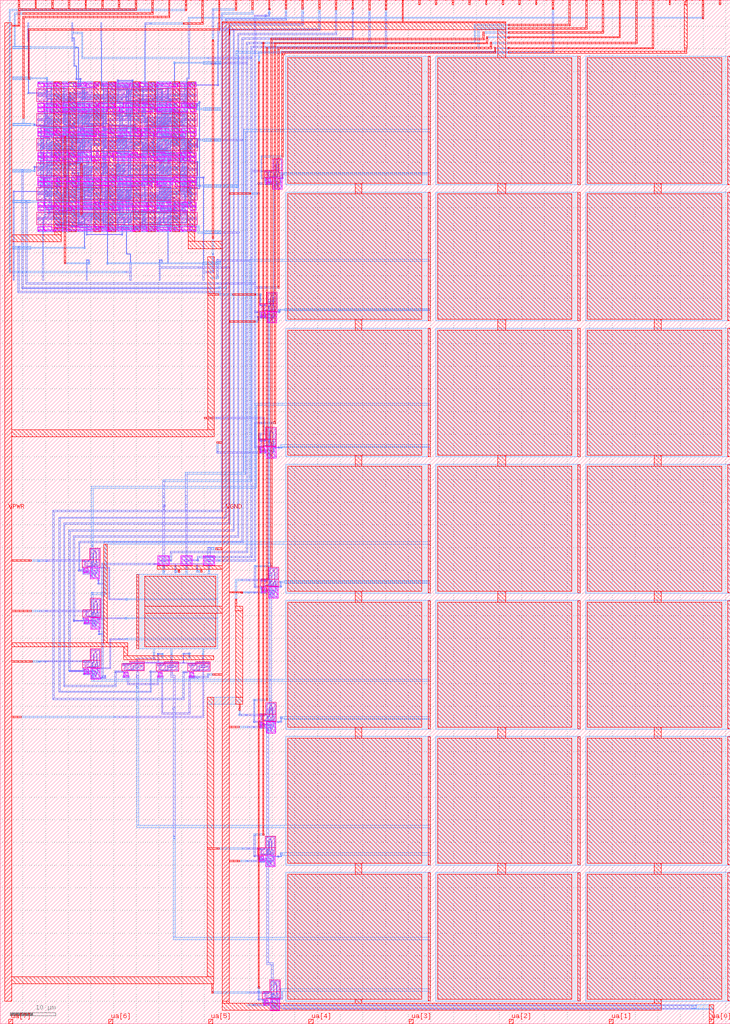
<source format=lef>
VERSION 5.7 ;
  NOWIREEXTENSIONATPIN ON ;
  DIVIDERCHAR "/" ;
  BUSBITCHARS "[]" ;
MACRO tt_um_adia_psu_full_test
  CLASS BLOCK ;
  FOREIGN tt_um_adia_psu_full_test ;
  ORIGIN 0.000 0.000 ;
  SIZE 161.000 BY 225.760 ;
  PIN clk
    DIRECTION INPUT ;
    USE SIGNAL ;
    ANTENNAGATEAREA 0.852000 ;
    PORT
      LAYER met4 ;
        RECT 154.870 224.760 155.170 225.760 ;
    END
  END clk
  PIN ena
    DIRECTION INPUT ;
    USE SIGNAL ;
    PORT
      LAYER met4 ;
        RECT 158.550 224.760 158.850 225.760 ;
    END
  END ena
  PIN rst_n
    DIRECTION INPUT ;
    USE SIGNAL ;
    ANTENNAGATEAREA 0.196500 ;
    PORT
      LAYER met4 ;
        RECT 151.190 224.760 151.490 225.760 ;
    END
  END rst_n
  PIN ua[0]
    DIRECTION INOUT ;
    USE SIGNAL ;
    ANTENNADIFFAREA 4.912600 ;
    PORT
      LAYER met4 ;
        RECT 156.410 0.000 157.310 1.000 ;
    END
  END ua[0]
  PIN ua[1]
    DIRECTION INOUT ;
    USE SIGNAL ;
    PORT
      LAYER met4 ;
        RECT 134.330 0.000 135.230 1.000 ;
    END
  END ua[1]
  PIN ua[2]
    DIRECTION INOUT ;
    USE SIGNAL ;
    PORT
      LAYER met4 ;
        RECT 112.250 0.000 113.150 1.000 ;
    END
  END ua[2]
  PIN ua[3]
    DIRECTION INOUT ;
    USE SIGNAL ;
    PORT
      LAYER met4 ;
        RECT 90.170 0.000 91.070 1.000 ;
    END
  END ua[3]
  PIN ua[4]
    DIRECTION INOUT ;
    USE SIGNAL ;
    PORT
      LAYER met4 ;
        RECT 68.090 0.000 68.990 1.000 ;
    END
  END ua[4]
  PIN ua[5]
    DIRECTION INOUT ;
    USE SIGNAL ;
    PORT
      LAYER met4 ;
        RECT 46.010 0.000 46.910 1.000 ;
    END
  END ua[5]
  PIN ua[6]
    DIRECTION INOUT ;
    USE SIGNAL ;
    PORT
      LAYER met4 ;
        RECT 23.930 0.000 24.830 1.000 ;
    END
  END ua[6]
  PIN ua[7]
    DIRECTION INOUT ;
    USE SIGNAL ;
    PORT
      LAYER met4 ;
        RECT 1.850 0.000 2.750 1.000 ;
    END
  END ua[7]
  PIN ui_in[0]
    DIRECTION INPUT ;
    USE SIGNAL ;
    PORT
      LAYER met4 ;
        RECT 147.510 224.760 147.810 225.760 ;
    END
  END ui_in[0]
  PIN ui_in[1]
    DIRECTION INPUT ;
    USE SIGNAL ;
    ANTENNAGATEAREA 0.310500 ;
    PORT
      LAYER met4 ;
        RECT 143.830 224.760 144.130 225.760 ;
    END
  END ui_in[1]
  PIN ui_in[2]
    DIRECTION INPUT ;
    USE SIGNAL ;
    ANTENNAGATEAREA 0.310500 ;
    PORT
      LAYER met4 ;
        RECT 140.150 224.760 140.450 225.760 ;
    END
  END ui_in[2]
  PIN ui_in[3]
    DIRECTION INPUT ;
    USE SIGNAL ;
    ANTENNAGATEAREA 0.310500 ;
    PORT
      LAYER met4 ;
        RECT 136.470 224.760 136.770 225.760 ;
    END
  END ui_in[3]
  PIN ui_in[4]
    DIRECTION INPUT ;
    USE SIGNAL ;
    ANTENNAGATEAREA 0.310500 ;
    PORT
      LAYER met4 ;
        RECT 132.790 224.760 133.090 225.760 ;
    END
  END ui_in[4]
  PIN ui_in[5]
    DIRECTION INPUT ;
    USE SIGNAL ;
    ANTENNAGATEAREA 0.310500 ;
    PORT
      LAYER met4 ;
        RECT 129.110 224.760 129.410 225.760 ;
    END
  END ui_in[5]
  PIN ui_in[6]
    DIRECTION INPUT ;
    USE SIGNAL ;
    ANTENNAGATEAREA 0.310500 ;
    PORT
      LAYER met4 ;
        RECT 125.430 224.760 125.730 225.760 ;
    END
  END ui_in[6]
  PIN ui_in[7]
    DIRECTION INPUT ;
    USE SIGNAL ;
    ANTENNAGATEAREA 0.310500 ;
    PORT
      LAYER met4 ;
        RECT 121.750 224.760 122.050 225.760 ;
    END
  END ui_in[7]
  PIN uio_in[0]
    DIRECTION INPUT ;
    USE SIGNAL ;
    PORT
      LAYER met4 ;
        RECT 118.070 224.760 118.370 225.760 ;
    END
  END uio_in[0]
  PIN uio_in[1]
    DIRECTION INPUT ;
    USE SIGNAL ;
    PORT
      LAYER met4 ;
        RECT 114.390 224.760 114.690 225.760 ;
    END
  END uio_in[1]
  PIN uio_in[2]
    DIRECTION INPUT ;
    USE SIGNAL ;
    PORT
      LAYER met4 ;
        RECT 110.710 224.760 111.010 225.760 ;
    END
  END uio_in[2]
  PIN uio_in[3]
    DIRECTION INPUT ;
    USE SIGNAL ;
    PORT
      LAYER met4 ;
        RECT 107.030 224.760 107.330 225.760 ;
    END
  END uio_in[3]
  PIN uio_in[4]
    DIRECTION INPUT ;
    USE SIGNAL ;
    PORT
      LAYER met4 ;
        RECT 103.350 224.760 103.650 225.760 ;
    END
  END uio_in[4]
  PIN uio_in[5]
    DIRECTION INPUT ;
    USE SIGNAL ;
    PORT
      LAYER met4 ;
        RECT 99.670 224.760 99.970 225.760 ;
    END
  END uio_in[5]
  PIN uio_in[6]
    DIRECTION INPUT ;
    USE SIGNAL ;
    PORT
      LAYER met4 ;
        RECT 95.990 224.760 96.290 225.760 ;
    END
  END uio_in[6]
  PIN uio_in[7]
    DIRECTION INPUT ;
    USE SIGNAL ;
    PORT
      LAYER met4 ;
        RECT 92.310 224.760 92.610 225.760 ;
    END
  END uio_in[7]
  PIN uio_oe[0]
    DIRECTION OUTPUT ;
    USE SIGNAL ;
    ANTENNAGATEAREA 16.054499 ;
    ANTENNADIFFAREA 114.046097 ;
    PORT
      LAYER met4 ;
        RECT 29.750 224.760 30.050 225.760 ;
    END
  END uio_oe[0]
  PIN uio_oe[1]
    DIRECTION OUTPUT ;
    USE SIGNAL ;
    ANTENNAGATEAREA 16.054499 ;
    ANTENNADIFFAREA 114.046097 ;
    PORT
      LAYER met4 ;
        RECT 26.070 224.760 26.370 225.760 ;
    END
  END uio_oe[1]
  PIN uio_oe[2]
    DIRECTION OUTPUT ;
    USE SIGNAL ;
    ANTENNAGATEAREA 16.054499 ;
    ANTENNADIFFAREA 114.046097 ;
    PORT
      LAYER met4 ;
        RECT 22.390 224.760 22.690 225.760 ;
    END
  END uio_oe[2]
  PIN uio_oe[3]
    DIRECTION OUTPUT ;
    USE SIGNAL ;
    ANTENNAGATEAREA 16.054499 ;
    ANTENNADIFFAREA 114.046097 ;
    PORT
      LAYER met4 ;
        RECT 18.710 224.760 19.010 225.760 ;
    END
  END uio_oe[3]
  PIN uio_oe[4]
    DIRECTION OUTPUT ;
    USE SIGNAL ;
    ANTENNAGATEAREA 16.054499 ;
    ANTENNADIFFAREA 114.046097 ;
    PORT
      LAYER met4 ;
        RECT 15.030 224.760 15.330 225.760 ;
    END
  END uio_oe[4]
  PIN uio_oe[5]
    DIRECTION OUTPUT ;
    USE SIGNAL ;
    ANTENNAGATEAREA 16.054499 ;
    ANTENNADIFFAREA 114.046097 ;
    PORT
      LAYER met4 ;
        RECT 11.350 224.760 11.650 225.760 ;
    END
  END uio_oe[5]
  PIN uio_oe[6]
    DIRECTION OUTPUT ;
    USE SIGNAL ;
    ANTENNAGATEAREA 16.054499 ;
    ANTENNADIFFAREA 114.046097 ;
    PORT
      LAYER met4 ;
        RECT 7.670 224.760 7.970 225.760 ;
    END
  END uio_oe[6]
  PIN uio_oe[7]
    DIRECTION OUTPUT ;
    USE SIGNAL ;
    ANTENNAGATEAREA 16.054499 ;
    ANTENNADIFFAREA 114.046097 ;
    PORT
      LAYER met4 ;
        RECT 3.990 224.760 4.290 225.760 ;
    END
  END uio_oe[7]
  PIN uio_out[0]
    DIRECTION OUTPUT ;
    USE SIGNAL ;
    ANTENNAGATEAREA 0.063000 ;
    ANTENNADIFFAREA 0.795200 ;
    PORT
      LAYER met4 ;
        RECT 59.190 224.760 59.490 225.760 ;
    END
  END uio_out[0]
  PIN uio_out[1]
    DIRECTION OUTPUT ;
    USE SIGNAL ;
    ANTENNAGATEAREA 0.247500 ;
    ANTENNADIFFAREA 0.795200 ;
    PORT
      LAYER met4 ;
        RECT 55.510 224.760 55.810 225.760 ;
    END
  END uio_out[1]
  PIN uio_out[2]
    DIRECTION OUTPUT ;
    USE SIGNAL ;
    ANTENNADIFFAREA 0.795200 ;
    PORT
      LAYER met4 ;
        RECT 51.830 224.760 52.130 225.760 ;
    END
  END uio_out[2]
  PIN uio_out[3]
    DIRECTION OUTPUT ;
    USE SIGNAL ;
    ANTENNADIFFAREA 0.795200 ;
    PORT
      LAYER met4 ;
        RECT 48.150 224.760 48.450 225.760 ;
    END
  END uio_out[3]
  PIN uio_out[4]
    DIRECTION OUTPUT ;
    USE SIGNAL ;
    ANTENNADIFFAREA 0.795200 ;
    PORT
      LAYER met4 ;
        RECT 44.470 224.760 44.770 225.760 ;
    END
  END uio_out[4]
  PIN uio_out[5]
    DIRECTION OUTPUT ;
    USE SIGNAL ;
    ANTENNADIFFAREA 0.795200 ;
    PORT
      LAYER met4 ;
        RECT 40.790 224.760 41.090 225.760 ;
    END
  END uio_out[5]
  PIN uio_out[6]
    DIRECTION OUTPUT ;
    USE SIGNAL ;
    ANTENNADIFFAREA 0.795200 ;
    PORT
      LAYER met4 ;
        RECT 37.110 224.760 37.410 225.760 ;
    END
  END uio_out[6]
  PIN uio_out[7]
    DIRECTION OUTPUT ;
    USE SIGNAL ;
    ANTENNADIFFAREA 0.795200 ;
    PORT
      LAYER met4 ;
        RECT 33.430 224.760 33.730 225.760 ;
    END
  END uio_out[7]
  PIN uo_out[0]
    DIRECTION OUTPUT ;
    USE SIGNAL ;
    ANTENNAGATEAREA 25.395300 ;
    ANTENNADIFFAREA 72.564751 ;
    PORT
      LAYER met4 ;
        RECT 88.630 224.760 88.930 225.760 ;
    END
  END uo_out[0]
  PIN uo_out[1]
    DIRECTION OUTPUT ;
    USE SIGNAL ;
    ANTENNAGATEAREA 0.063000 ;
    ANTENNADIFFAREA 0.795200 ;
    PORT
      LAYER met4 ;
        RECT 84.950 224.760 85.250 225.760 ;
    END
  END uo_out[1]
  PIN uo_out[2]
    DIRECTION OUTPUT ;
    USE SIGNAL ;
    ANTENNAGATEAREA 0.063000 ;
    ANTENNADIFFAREA 0.445500 ;
    PORT
      LAYER met4 ;
        RECT 81.270 224.760 81.570 225.760 ;
    END
  END uo_out[2]
  PIN uo_out[3]
    DIRECTION OUTPUT ;
    USE SIGNAL ;
    ANTENNAGATEAREA 0.310500 ;
    ANTENNADIFFAREA 0.445500 ;
    PORT
      LAYER met4 ;
        RECT 77.590 224.760 77.890 225.760 ;
    END
  END uo_out[3]
  PIN uo_out[4]
    DIRECTION OUTPUT ;
    USE SIGNAL ;
    ANTENNAGATEAREA 0.310500 ;
    ANTENNADIFFAREA 0.795200 ;
    PORT
      LAYER met4 ;
        RECT 73.910 224.760 74.210 225.760 ;
    END
  END uo_out[4]
  PIN uo_out[5]
    DIRECTION OUTPUT ;
    USE SIGNAL ;
    ANTENNAGATEAREA 0.310500 ;
    ANTENNADIFFAREA 0.795200 ;
    PORT
      LAYER met4 ;
        RECT 70.230 224.760 70.530 225.760 ;
    END
  END uo_out[5]
  PIN uo_out[6]
    DIRECTION OUTPUT ;
    USE SIGNAL ;
    ANTENNAGATEAREA 0.247500 ;
    ANTENNADIFFAREA 0.795200 ;
    PORT
      LAYER met4 ;
        RECT 66.550 224.760 66.850 225.760 ;
    END
  END uo_out[6]
  PIN uo_out[7]
    DIRECTION OUTPUT ;
    USE SIGNAL ;
    ANTENNAGATEAREA 0.247500 ;
    ANTENNADIFFAREA 0.795200 ;
    PORT
      LAYER met4 ;
        RECT 62.870 224.760 63.170 225.760 ;
    END
  END uo_out[7]
  PIN VPWR
    DIRECTION INOUT ;
    USE POWER ;
    PORT
      LAYER met4 ;
        RECT 1.000 5.000 2.500 220.760 ;
    END
  END VPWR
  PIN VGND
    DIRECTION INOUT ;
    USE GROUND ;
    PORT
      LAYER met4 ;
        RECT 49.000 5.000 50.500 220.760 ;
    END
  END VGND
  OBS
      LAYER pwell ;
        RECT 8.415 207.415 8.585 207.605 ;
        RECT 12.095 207.415 12.265 207.605 ;
        RECT 12.555 207.415 12.725 207.605 ;
        RECT 15.325 207.460 15.485 207.570 ;
        RECT 18.535 207.415 18.705 207.605 ;
        RECT 20.835 207.435 21.005 207.605 ;
        RECT 21.765 207.460 21.925 207.570 ;
        RECT 20.835 207.415 20.985 207.435 ;
        RECT 24.975 207.415 25.145 207.605 ;
        RECT 25.435 207.415 25.605 207.605 ;
        RECT 30.495 207.435 30.665 207.605 ;
        RECT 30.495 207.415 30.645 207.435 ;
        RECT 30.955 207.415 31.125 207.605 ;
        RECT 33.710 207.465 33.830 207.575 ;
        RECT 34.635 207.415 34.805 207.605 ;
        RECT 37.395 207.415 37.565 207.605 ;
        RECT 41.535 207.415 41.705 207.605 ;
        RECT 42.915 207.415 43.085 207.605 ;
        RECT 8.275 206.605 9.645 207.415 ;
        RECT 9.665 206.735 12.405 207.415 ;
        RECT 12.415 206.735 15.155 207.415 ;
        RECT 16.105 206.735 18.845 207.415 ;
        RECT 19.055 206.595 20.985 207.415 ;
        RECT 19.055 206.505 20.005 206.595 ;
        RECT 21.165 206.545 21.595 207.330 ;
        RECT 22.545 206.735 25.285 207.415 ;
        RECT 25.295 206.505 28.505 207.415 ;
        RECT 28.715 206.595 30.645 207.415 ;
        RECT 30.815 206.605 33.565 207.415 ;
        RECT 28.715 206.505 29.665 206.595 ;
        RECT 34.045 206.545 34.475 207.330 ;
        RECT 34.495 206.735 37.235 207.415 ;
        RECT 37.255 206.735 39.085 207.415 ;
        RECT 39.105 206.735 41.845 207.415 ;
        RECT 37.740 206.505 39.085 206.735 ;
        RECT 41.855 206.605 43.225 207.415 ;
      LAYER nwell ;
        RECT 8.080 203.385 43.420 206.215 ;
      LAYER pwell ;
        RECT 8.275 202.185 9.645 202.995 ;
        RECT 9.665 202.185 12.405 202.865 ;
        RECT 12.415 202.185 13.785 202.965 ;
        RECT 13.795 202.185 17.005 203.095 ;
        RECT 17.025 202.185 19.765 202.865 ;
        RECT 19.775 202.185 21.145 202.995 ;
        RECT 21.165 202.270 21.595 203.055 ;
        RECT 21.710 202.865 22.630 203.095 ;
        RECT 21.710 202.185 25.175 202.865 ;
        RECT 25.295 202.185 27.125 202.995 ;
        RECT 27.175 202.865 28.515 203.095 ;
        RECT 31.345 202.865 32.275 203.085 ;
        RECT 27.175 202.185 36.785 202.865 ;
        RECT 36.795 202.185 40.005 203.095 ;
        RECT 40.500 202.865 41.845 203.095 ;
        RECT 40.015 202.185 41.845 202.865 ;
        RECT 41.855 202.185 43.225 202.995 ;
        RECT 8.415 201.975 8.585 202.185 ;
        RECT 9.795 201.975 9.965 202.165 ;
        RECT 11.175 201.975 11.345 202.165 ;
        RECT 12.095 201.995 12.265 202.185 ;
        RECT 13.475 201.995 13.645 202.185 ;
        RECT 16.695 201.995 16.865 202.185 ;
        RECT 19.455 201.995 19.625 202.185 ;
        RECT 19.915 201.995 20.085 202.185 ;
        RECT 23.135 201.975 23.305 202.165 ;
        RECT 23.595 201.975 23.765 202.165 ;
        RECT 24.975 201.975 25.145 202.185 ;
        RECT 25.435 201.995 25.605 202.185 ;
        RECT 29.575 201.975 29.745 202.165 ;
        RECT 30.035 201.975 30.205 202.165 ;
        RECT 33.710 202.025 33.830 202.135 ;
        RECT 36.475 201.995 36.645 202.185 ;
        RECT 37.855 201.975 38.025 202.165 ;
        RECT 39.695 201.995 39.865 202.185 ;
        RECT 40.155 201.995 40.325 202.185 ;
        RECT 41.075 201.975 41.245 202.165 ;
        RECT 41.530 202.025 41.650 202.135 ;
        RECT 42.915 201.975 43.085 202.185 ;
        RECT 8.275 201.165 9.645 201.975 ;
        RECT 9.655 201.195 11.025 201.975 ;
        RECT 11.045 201.065 13.775 201.975 ;
        RECT 13.835 201.295 23.445 201.975 ;
        RECT 13.835 201.065 15.175 201.295 ;
        RECT 18.005 201.075 18.935 201.295 ;
        RECT 23.455 201.165 24.825 201.975 ;
        RECT 24.835 201.195 26.205 201.975 ;
        RECT 26.310 201.295 29.775 201.975 ;
        RECT 30.005 201.295 33.470 201.975 ;
        RECT 26.310 201.065 27.230 201.295 ;
        RECT 32.550 201.065 33.470 201.295 ;
        RECT 34.045 201.105 34.475 201.890 ;
        RECT 34.590 201.295 38.055 201.975 ;
        RECT 34.590 201.065 35.510 201.295 ;
        RECT 38.175 201.065 41.385 201.975 ;
        RECT 41.855 201.165 43.225 201.975 ;
      LAYER nwell ;
        RECT 8.080 197.945 43.420 200.775 ;
      LAYER pwell ;
        RECT 8.275 196.745 9.645 197.555 ;
        RECT 9.655 196.745 12.395 197.425 ;
        RECT 12.425 196.745 15.165 197.425 ;
        RECT 15.175 196.745 18.385 197.655 ;
        RECT 18.405 196.745 21.145 197.425 ;
        RECT 21.165 196.830 21.595 197.615 ;
        RECT 21.625 196.745 24.355 197.655 ;
        RECT 24.375 196.745 28.045 197.555 ;
        RECT 28.975 196.745 30.345 197.525 ;
        RECT 30.395 197.425 31.735 197.655 ;
        RECT 34.565 197.425 35.495 197.645 ;
        RECT 30.395 196.745 40.005 197.425 ;
        RECT 40.015 196.745 41.845 197.555 ;
        RECT 41.855 196.745 43.225 197.555 ;
        RECT 8.415 196.535 8.585 196.745 ;
        RECT 9.795 196.555 9.965 196.745 ;
        RECT 11.635 196.555 11.805 196.725 ;
        RECT 11.635 196.535 11.785 196.555 ;
        RECT 12.095 196.535 12.265 196.725 ;
        RECT 14.855 196.555 15.025 196.745 ;
        RECT 15.315 196.555 15.485 196.745 ;
        RECT 20.835 196.555 21.005 196.745 ;
        RECT 21.755 196.535 21.925 196.745 ;
        RECT 24.515 196.555 24.685 196.745 ;
        RECT 28.205 196.590 28.365 196.700 ;
        RECT 30.035 196.555 30.205 196.745 ;
        RECT 31.415 196.535 31.585 196.725 ;
        RECT 34.635 196.535 34.805 196.725 ;
        RECT 39.695 196.555 39.865 196.745 ;
        RECT 40.155 196.555 40.325 196.745 ;
        RECT 40.615 196.535 40.785 196.725 ;
        RECT 41.085 196.580 41.245 196.690 ;
        RECT 42.915 196.535 43.085 196.745 ;
        RECT 8.275 195.725 9.645 196.535 ;
        RECT 9.855 195.715 11.785 196.535 ;
        RECT 11.955 195.855 21.235 196.535 ;
        RECT 21.615 195.855 31.225 196.535 ;
        RECT 31.275 195.855 34.015 196.535 ;
        RECT 9.855 195.625 10.805 195.715 ;
        RECT 13.315 195.635 14.235 195.855 ;
        RECT 18.900 195.735 21.235 195.855 ;
        RECT 20.315 195.625 21.235 195.735 ;
        RECT 26.125 195.635 27.055 195.855 ;
        RECT 29.885 195.625 31.225 195.855 ;
        RECT 34.045 195.665 34.475 196.450 ;
        RECT 34.495 195.625 37.705 196.535 ;
        RECT 37.715 195.625 40.925 196.535 ;
        RECT 41.855 195.725 43.225 196.535 ;
      LAYER nwell ;
        RECT 8.080 192.505 43.420 195.335 ;
      LAYER pwell ;
        RECT 8.275 191.305 9.645 192.115 ;
        RECT 9.655 191.305 11.485 192.115 ;
        RECT 11.955 191.305 15.165 192.215 ;
        RECT 15.175 191.305 16.545 192.085 ;
        RECT 17.015 191.305 20.225 192.215 ;
        RECT 21.165 191.390 21.595 192.175 ;
        RECT 24.930 191.985 25.850 192.215 ;
        RECT 29.000 191.985 30.345 192.215 ;
        RECT 35.325 191.985 36.255 192.205 ;
        RECT 39.085 191.985 40.005 192.215 ;
        RECT 40.500 191.985 41.845 192.215 ;
        RECT 22.085 191.305 24.825 191.985 ;
        RECT 24.930 191.305 28.395 191.985 ;
        RECT 28.515 191.305 30.345 191.985 ;
        RECT 30.815 191.305 40.005 191.985 ;
        RECT 40.015 191.305 41.845 191.985 ;
        RECT 41.855 191.305 43.225 192.115 ;
        RECT 8.415 191.095 8.585 191.305 ;
        RECT 9.795 191.115 9.965 191.305 ;
        RECT 11.630 191.145 11.750 191.255 ;
        RECT 12.095 191.095 12.265 191.285 ;
        RECT 12.555 191.095 12.725 191.285 ;
        RECT 14.855 191.115 15.025 191.305 ;
        RECT 16.235 191.115 16.405 191.305 ;
        RECT 16.695 191.255 16.865 191.285 ;
        RECT 16.690 191.145 16.865 191.255 ;
        RECT 16.695 191.095 16.865 191.145 ;
        RECT 17.155 191.095 17.325 191.285 ;
        RECT 19.915 191.255 20.085 191.305 ;
        RECT 19.910 191.145 20.085 191.255 ;
        RECT 20.385 191.150 20.545 191.260 ;
        RECT 19.915 191.115 20.085 191.145 ;
        RECT 20.650 191.095 20.820 191.285 ;
        RECT 24.515 191.255 24.685 191.305 ;
        RECT 21.750 191.145 21.870 191.255 ;
        RECT 24.510 191.145 24.685 191.255 ;
        RECT 24.515 191.115 24.685 191.145 ;
        RECT 28.195 191.115 28.365 191.305 ;
        RECT 28.655 191.115 28.825 191.305 ;
        RECT 30.490 191.145 30.610 191.255 ;
        RECT 30.955 191.115 31.125 191.305 ;
        RECT 33.715 191.095 33.885 191.285 ;
        RECT 36.015 191.095 36.185 191.285 ;
        RECT 36.470 191.145 36.590 191.255 ;
        RECT 40.155 191.095 40.325 191.305 ;
        RECT 41.525 191.095 41.695 191.285 ;
        RECT 42.915 191.095 43.085 191.305 ;
        RECT 8.275 190.285 9.645 191.095 ;
        RECT 9.665 190.415 12.405 191.095 ;
        RECT 12.415 190.315 13.785 191.095 ;
        RECT 13.795 190.185 17.005 191.095 ;
        RECT 17.015 190.415 19.755 191.095 ;
        RECT 20.235 190.415 24.135 191.095 ;
        RECT 24.920 190.415 34.025 191.095 ;
        RECT 20.235 190.185 21.165 190.415 ;
        RECT 34.045 190.225 34.475 191.010 ;
        RECT 34.495 190.415 36.325 191.095 ;
        RECT 36.890 190.415 40.355 191.095 ;
        RECT 34.495 190.185 35.840 190.415 ;
        RECT 36.890 190.185 37.810 190.415 ;
        RECT 40.475 190.315 41.845 191.095 ;
        RECT 41.855 190.285 43.225 191.095 ;
      LAYER nwell ;
        RECT 8.080 187.065 43.420 189.895 ;
        RECT 59.980 188.235 62.290 190.815 ;
      LAYER pwell ;
        RECT 8.275 185.865 9.645 186.675 ;
        RECT 9.665 185.865 12.405 186.545 ;
        RECT 12.425 185.865 15.165 186.545 ;
        RECT 15.635 185.865 17.005 186.645 ;
        RECT 17.015 186.545 17.945 186.775 ;
        RECT 17.015 185.865 20.915 186.545 ;
        RECT 21.165 185.950 21.595 186.735 ;
        RECT 24.815 186.545 25.745 186.775 ;
        RECT 38.270 186.545 39.190 186.775 ;
        RECT 21.845 185.865 25.745 186.545 ;
        RECT 26.215 185.865 28.955 186.545 ;
        RECT 28.975 185.865 38.080 186.545 ;
        RECT 38.270 185.865 41.735 186.545 ;
        RECT 41.855 185.865 43.225 186.675 ;
      LAYER nwell ;
        RECT 58.320 186.630 62.290 188.235 ;
        RECT 59.980 186.625 62.290 186.630 ;
      LAYER pwell ;
        RECT 8.415 185.655 8.585 185.865 ;
        RECT 9.795 185.655 9.965 185.845 ;
        RECT 11.630 185.705 11.750 185.815 ;
        RECT 12.095 185.675 12.265 185.865 ;
        RECT 14.395 185.655 14.565 185.845 ;
        RECT 14.855 185.655 15.025 185.865 ;
        RECT 15.310 185.705 15.430 185.815 ;
        RECT 16.695 185.675 16.865 185.865 ;
        RECT 17.430 185.675 17.600 185.865 ;
        RECT 24.515 185.655 24.685 185.845 ;
        RECT 25.160 185.675 25.330 185.865 ;
        RECT 25.890 185.705 26.010 185.815 ;
        RECT 26.355 185.675 26.525 185.865 ;
        RECT 29.115 185.675 29.285 185.865 ;
        RECT 33.710 185.705 33.830 185.815 ;
        RECT 37.855 185.655 38.025 185.845 ;
        RECT 38.310 185.705 38.430 185.815 ;
        RECT 38.775 185.655 38.945 185.845 ;
        RECT 41.535 185.675 41.705 185.865 ;
        RECT 42.915 185.655 43.085 185.865 ;
        RECT 8.275 184.845 9.645 185.655 ;
        RECT 9.655 184.845 11.485 185.655 ;
        RECT 11.965 184.745 14.695 185.655 ;
        RECT 14.715 184.975 23.995 185.655 ;
        RECT 24.375 184.975 33.565 185.655 ;
        RECT 16.075 184.755 16.995 184.975 ;
        RECT 21.660 184.855 23.995 184.975 ;
        RECT 23.075 184.745 23.995 184.855 ;
        RECT 28.885 184.755 29.815 184.975 ;
        RECT 32.645 184.745 33.565 184.975 ;
        RECT 34.045 184.785 34.475 185.570 ;
        RECT 34.590 184.975 38.055 185.655 ;
        RECT 34.590 184.745 35.510 184.975 ;
        RECT 38.635 184.745 41.845 185.655 ;
        RECT 41.855 184.845 43.225 185.655 ;
        RECT 58.720 185.430 59.650 186.340 ;
        RECT 58.720 185.410 58.825 185.430 ;
        RECT 58.655 185.240 58.825 185.410 ;
      LAYER nwell ;
        RECT 8.080 181.625 43.420 184.455 ;
      LAYER pwell ;
        RECT 60.090 184.035 62.200 186.555 ;
        RECT 8.275 180.425 9.645 181.235 ;
        RECT 9.655 180.425 11.485 181.235 ;
        RECT 16.465 181.105 17.395 181.325 ;
        RECT 20.225 181.105 21.145 181.335 ;
        RECT 11.955 180.425 21.145 181.105 ;
        RECT 21.165 180.510 21.595 181.295 ;
        RECT 21.615 180.425 22.985 181.205 ;
        RECT 22.995 181.105 23.915 181.335 ;
        RECT 26.745 181.105 27.675 181.325 ;
        RECT 36.705 181.105 37.635 181.325 ;
        RECT 40.465 181.105 41.385 181.335 ;
        RECT 22.995 180.425 32.185 181.105 ;
        RECT 32.195 180.425 41.385 181.105 ;
        RECT 41.855 180.425 43.225 181.235 ;
        RECT 8.415 180.215 8.585 180.425 ;
        RECT 9.795 180.375 9.965 180.425 ;
        RECT 9.790 180.265 9.965 180.375 ;
        RECT 11.630 180.265 11.750 180.375 ;
        RECT 9.795 180.235 9.965 180.265 ;
        RECT 12.095 180.235 12.265 180.425 ;
        RECT 12.555 180.215 12.725 180.405 ;
        RECT 15.315 180.215 15.485 180.405 ;
        RECT 21.755 180.235 21.925 180.425 ;
        RECT 24.515 180.215 24.685 180.405 ;
        RECT 25.250 180.215 25.420 180.405 ;
        RECT 29.115 180.215 29.285 180.405 ;
        RECT 31.875 180.235 32.045 180.425 ;
        RECT 32.335 180.235 32.505 180.425 ;
        RECT 32.795 180.215 32.965 180.405 ;
        RECT 34.645 180.260 34.805 180.370 ;
        RECT 35.555 180.215 35.725 180.405 ;
        RECT 41.075 180.215 41.245 180.405 ;
        RECT 41.530 180.265 41.650 180.375 ;
        RECT 42.915 180.215 43.085 180.425 ;
        RECT 8.275 179.405 9.645 180.215 ;
        RECT 10.125 179.535 12.865 180.215 ;
        RECT 12.885 179.305 15.615 180.215 ;
        RECT 15.720 179.535 24.825 180.215 ;
        RECT 24.835 179.535 28.735 180.215 ;
        RECT 29.085 179.535 32.550 180.215 ;
        RECT 24.835 179.305 25.765 179.535 ;
        RECT 31.630 179.305 32.550 179.535 ;
        RECT 32.655 179.405 34.025 180.215 ;
        RECT 34.045 179.345 34.475 180.130 ;
        RECT 35.415 179.305 38.165 180.215 ;
        RECT 38.175 179.305 41.385 180.215 ;
        RECT 41.855 179.405 43.225 180.215 ;
      LAYER nwell ;
        RECT 8.080 176.185 43.420 179.015 ;
      LAYER pwell ;
        RECT 8.275 174.985 9.645 175.795 ;
        RECT 9.655 174.985 11.485 175.795 ;
        RECT 16.465 175.665 17.395 175.885 ;
        RECT 20.225 175.665 21.145 175.895 ;
        RECT 11.955 174.985 21.145 175.665 ;
        RECT 21.165 175.070 21.595 175.855 ;
        RECT 21.815 175.805 22.765 175.895 ;
        RECT 21.815 174.985 23.745 175.805 ;
        RECT 23.915 174.985 26.655 175.665 ;
        RECT 26.685 174.985 29.425 175.665 ;
        RECT 29.435 174.985 32.185 175.895 ;
        RECT 32.195 174.985 34.025 175.795 ;
        RECT 34.045 175.070 34.475 175.855 ;
        RECT 34.495 174.985 37.235 175.665 ;
        RECT 37.255 174.985 39.995 175.665 ;
        RECT 40.015 174.985 41.845 175.795 ;
        RECT 41.855 174.985 43.225 175.795 ;
        RECT 8.415 174.795 8.585 174.985 ;
        RECT 9.795 174.795 9.965 174.985 ;
        RECT 11.630 174.825 11.750 174.935 ;
        RECT 12.095 174.795 12.265 174.985 ;
        RECT 23.595 174.965 23.745 174.985 ;
        RECT 23.595 174.795 23.765 174.965 ;
        RECT 24.055 174.795 24.225 174.985 ;
        RECT 29.115 174.795 29.285 174.985 ;
        RECT 29.575 174.795 29.745 174.985 ;
        RECT 32.335 174.795 32.505 174.985 ;
        RECT 34.635 174.795 34.805 174.985 ;
        RECT 37.395 174.795 37.565 174.985 ;
        RECT 40.155 174.795 40.325 174.985 ;
        RECT 42.915 174.795 43.085 174.985 ;
      LAYER nwell ;
        RECT 58.775 158.765 61.085 161.345 ;
        RECT 57.115 157.160 61.085 158.765 ;
        RECT 58.775 157.155 61.085 157.160 ;
      LAYER pwell ;
        RECT 57.515 155.960 58.445 156.870 ;
        RECT 57.515 155.940 57.620 155.960 ;
        RECT 57.450 155.770 57.620 155.940 ;
        RECT 58.885 154.565 60.995 157.085 ;
      LAYER nwell ;
        RECT 58.610 128.935 60.920 131.515 ;
        RECT 56.950 127.330 60.920 128.935 ;
        RECT 58.610 127.325 60.920 127.330 ;
      LAYER pwell ;
        RECT 57.350 126.130 58.280 127.040 ;
        RECT 57.350 126.110 57.455 126.130 ;
        RECT 57.285 125.940 57.455 126.110 ;
        RECT 58.720 124.735 60.830 127.255 ;
      LAYER nwell ;
        RECT 19.720 102.330 22.030 104.910 ;
        RECT 18.060 100.725 22.030 102.330 ;
      LAYER pwell ;
        RECT 34.780 101.140 37.300 103.250 ;
        RECT 39.820 101.130 42.340 103.240 ;
        RECT 44.780 101.120 47.300 103.230 ;
      LAYER nwell ;
        RECT 19.720 100.720 22.030 100.725 ;
      LAYER pwell ;
        RECT 18.460 99.525 19.390 100.435 ;
        RECT 18.460 99.505 18.565 99.525 ;
        RECT 18.395 99.335 18.565 99.505 ;
        RECT 19.830 98.130 21.940 100.650 ;
      LAYER nwell ;
        RECT 59.070 98.075 61.380 100.655 ;
        RECT 57.410 96.470 61.380 98.075 ;
        RECT 59.070 96.465 61.380 96.470 ;
      LAYER pwell ;
        RECT 57.810 95.270 58.740 96.180 ;
        RECT 57.810 95.250 57.915 95.270 ;
        RECT 57.745 95.080 57.915 95.250 ;
        RECT 59.180 93.875 61.290 96.395 ;
      LAYER nwell ;
        RECT 19.870 91.260 22.180 93.840 ;
        RECT 18.210 89.655 22.180 91.260 ;
        RECT 19.870 89.650 22.180 89.655 ;
      LAYER pwell ;
        RECT 18.610 88.455 19.540 89.365 ;
        RECT 18.610 88.435 18.715 88.455 ;
        RECT 18.545 88.265 18.715 88.435 ;
        RECT 19.980 87.060 22.090 89.580 ;
      LAYER nwell ;
        RECT 19.820 80.130 22.130 82.710 ;
        RECT 18.160 78.525 22.130 80.130 ;
        RECT 28.585 79.430 31.775 79.910 ;
        RECT 19.820 78.520 22.130 78.525 ;
      LAYER pwell ;
        RECT 18.560 77.325 19.490 78.235 ;
        RECT 18.560 77.305 18.665 77.325 ;
        RECT 18.495 77.135 18.665 77.305 ;
        RECT 19.930 75.930 22.040 78.450 ;
      LAYER nwell ;
        RECT 26.850 77.825 31.775 79.430 ;
        RECT 36.135 79.375 39.325 79.855 ;
        RECT 43.130 79.375 46.320 79.855 ;
        RECT 28.585 77.800 31.775 77.825 ;
        RECT 34.400 77.770 39.325 79.375 ;
        RECT 41.395 77.770 46.320 79.375 ;
        RECT 36.135 77.745 39.325 77.770 ;
        RECT 43.130 77.745 46.320 77.770 ;
      LAYER pwell ;
        RECT 27.250 76.625 28.180 77.535 ;
        RECT 27.250 76.605 27.355 76.625 ;
        RECT 27.185 76.435 27.355 76.605 ;
        RECT 34.800 76.570 35.730 77.480 ;
        RECT 41.795 76.570 42.725 77.480 ;
        RECT 34.800 76.550 34.905 76.570 ;
        RECT 41.795 76.550 41.900 76.570 ;
        RECT 34.735 76.380 34.905 76.550 ;
        RECT 41.730 76.380 41.900 76.550 ;
      LAYER nwell ;
        RECT 58.570 68.310 60.880 70.890 ;
        RECT 56.910 66.705 60.880 68.310 ;
        RECT 58.570 66.700 60.880 66.705 ;
      LAYER pwell ;
        RECT 57.310 65.505 58.240 66.415 ;
        RECT 57.310 65.485 57.415 65.505 ;
        RECT 57.245 65.315 57.415 65.485 ;
        RECT 58.680 64.110 60.790 66.630 ;
      LAYER nwell ;
        RECT 58.440 38.815 60.750 41.395 ;
        RECT 56.780 37.210 60.750 38.815 ;
        RECT 58.440 37.205 60.750 37.210 ;
      LAYER pwell ;
        RECT 57.180 36.010 58.110 36.920 ;
        RECT 57.180 35.990 57.285 36.010 ;
        RECT 57.115 35.820 57.285 35.990 ;
        RECT 58.550 34.615 60.660 37.135 ;
      LAYER nwell ;
        RECT 59.470 7.100 61.780 9.680 ;
        RECT 57.810 5.495 61.780 7.100 ;
        RECT 59.470 5.490 61.780 5.495 ;
      LAYER pwell ;
        RECT 58.210 4.295 59.140 5.205 ;
        RECT 58.210 4.275 58.315 4.295 ;
        RECT 58.145 4.105 58.315 4.275 ;
        RECT 59.580 2.900 61.690 5.420 ;
      LAYER li1 ;
        RECT 8.270 207.435 43.230 207.605 ;
        RECT 8.355 206.685 9.565 207.435 ;
        RECT 9.795 206.955 10.075 207.435 ;
        RECT 10.245 206.785 10.505 207.175 ;
        RECT 10.680 206.955 10.935 207.435 ;
        RECT 11.105 206.785 11.400 207.175 ;
        RECT 11.580 206.955 11.855 207.435 ;
        RECT 12.025 206.935 12.325 207.265 ;
        RECT 8.355 206.145 8.875 206.685 ;
        RECT 9.750 206.615 11.400 206.785 ;
        RECT 9.045 205.975 9.565 206.515 ;
        RECT 8.355 204.885 9.565 205.975 ;
        RECT 9.750 206.105 10.155 206.615 ;
        RECT 10.325 206.275 11.465 206.445 ;
        RECT 9.750 205.935 10.505 206.105 ;
        RECT 9.790 204.885 10.075 205.755 ;
        RECT 10.245 205.685 10.505 205.935 ;
        RECT 11.295 206.025 11.465 206.275 ;
        RECT 11.635 206.195 11.985 206.765 ;
        RECT 12.155 206.025 12.325 206.935 ;
        RECT 11.295 205.855 12.325 206.025 ;
        RECT 10.245 205.515 11.365 205.685 ;
        RECT 10.245 205.055 10.505 205.515 ;
        RECT 10.680 204.885 10.935 205.345 ;
        RECT 11.105 205.055 11.365 205.515 ;
        RECT 11.535 204.885 11.845 205.685 ;
        RECT 12.015 205.055 12.325 205.855 ;
        RECT 12.495 206.935 12.795 207.265 ;
        RECT 12.965 206.955 13.240 207.435 ;
        RECT 12.495 206.025 12.665 206.935 ;
        RECT 13.420 206.785 13.715 207.175 ;
        RECT 13.885 206.955 14.140 207.435 ;
        RECT 14.315 206.785 14.575 207.175 ;
        RECT 14.745 206.955 15.025 207.435 ;
        RECT 16.235 206.955 16.515 207.435 ;
        RECT 16.685 206.785 16.945 207.175 ;
        RECT 17.120 206.955 17.375 207.435 ;
        RECT 17.545 206.785 17.840 207.175 ;
        RECT 18.020 206.955 18.295 207.435 ;
        RECT 18.465 206.935 18.765 207.265 ;
        RECT 12.835 206.195 13.185 206.765 ;
        RECT 13.420 206.615 15.070 206.785 ;
        RECT 13.355 206.275 14.495 206.445 ;
        RECT 13.355 206.025 13.525 206.275 ;
        RECT 14.665 206.105 15.070 206.615 ;
        RECT 12.495 205.855 13.525 206.025 ;
        RECT 14.315 205.935 15.070 206.105 ;
        RECT 16.190 206.615 17.840 206.785 ;
        RECT 16.190 206.105 16.595 206.615 ;
        RECT 16.765 206.275 17.905 206.445 ;
        RECT 16.190 205.935 16.945 206.105 ;
        RECT 12.495 205.055 12.805 205.855 ;
        RECT 14.315 205.685 14.575 205.935 ;
        RECT 12.975 204.885 13.285 205.685 ;
        RECT 13.455 205.515 14.575 205.685 ;
        RECT 13.455 205.055 13.715 205.515 ;
        RECT 13.885 204.885 14.140 205.345 ;
        RECT 14.315 205.055 14.575 205.515 ;
        RECT 14.745 204.885 15.030 205.755 ;
        RECT 16.230 204.885 16.515 205.755 ;
        RECT 16.685 205.685 16.945 205.935 ;
        RECT 17.735 206.025 17.905 206.275 ;
        RECT 18.075 206.195 18.425 206.765 ;
        RECT 18.595 206.025 18.765 206.935 ;
        RECT 17.735 205.855 18.765 206.025 ;
        RECT 16.685 205.515 17.805 205.685 ;
        RECT 16.685 205.055 16.945 205.515 ;
        RECT 17.120 204.885 17.375 205.345 ;
        RECT 17.545 205.055 17.805 205.515 ;
        RECT 17.975 204.885 18.285 205.685 ;
        RECT 18.455 205.055 18.765 205.855 ;
        RECT 18.935 206.975 19.495 207.265 ;
        RECT 19.665 206.975 19.915 207.435 ;
        RECT 18.935 205.605 19.185 206.975 ;
        RECT 20.535 206.805 20.865 207.165 ;
        RECT 19.475 206.615 20.865 206.805 ;
        RECT 21.235 206.710 21.525 207.435 ;
        RECT 22.675 206.955 22.955 207.435 ;
        RECT 23.125 206.785 23.385 207.175 ;
        RECT 23.560 206.955 23.815 207.435 ;
        RECT 23.985 206.785 24.280 207.175 ;
        RECT 24.460 206.955 24.735 207.435 ;
        RECT 24.905 206.935 25.205 207.265 ;
        RECT 22.630 206.615 24.280 206.785 ;
        RECT 19.475 206.525 19.645 206.615 ;
        RECT 19.355 206.195 19.645 206.525 ;
        RECT 19.815 206.195 20.155 206.445 ;
        RECT 20.375 206.195 21.050 206.445 ;
        RECT 19.475 205.945 19.645 206.195 ;
        RECT 19.475 205.775 20.415 205.945 ;
        RECT 20.785 205.835 21.050 206.195 ;
        RECT 22.630 206.105 23.035 206.615 ;
        RECT 23.205 206.275 24.345 206.445 ;
        RECT 18.935 205.055 19.395 205.605 ;
        RECT 19.585 204.885 19.915 205.605 ;
        RECT 20.115 205.225 20.415 205.775 ;
        RECT 20.585 204.885 20.865 205.555 ;
        RECT 21.235 204.885 21.525 206.050 ;
        RECT 22.630 205.935 23.385 206.105 ;
        RECT 22.670 204.885 22.955 205.755 ;
        RECT 23.125 205.685 23.385 205.935 ;
        RECT 24.175 206.025 24.345 206.275 ;
        RECT 24.515 206.195 24.865 206.765 ;
        RECT 25.035 206.025 25.205 206.935 ;
        RECT 25.380 206.670 25.835 207.435 ;
        RECT 26.110 207.055 27.410 207.265 ;
        RECT 27.665 207.075 27.995 207.435 ;
        RECT 27.240 206.905 27.410 207.055 ;
        RECT 28.165 206.935 28.425 207.265 ;
        RECT 26.310 206.445 26.530 206.845 ;
        RECT 25.375 206.245 25.865 206.445 ;
        RECT 26.055 206.235 26.530 206.445 ;
        RECT 26.775 206.445 26.985 206.845 ;
        RECT 27.240 206.780 27.995 206.905 ;
        RECT 27.240 206.735 28.085 206.780 ;
        RECT 27.815 206.615 28.085 206.735 ;
        RECT 26.775 206.235 27.105 206.445 ;
        RECT 27.275 206.175 27.685 206.480 ;
        RECT 24.175 205.855 25.205 206.025 ;
        RECT 23.125 205.515 24.245 205.685 ;
        RECT 23.125 205.055 23.385 205.515 ;
        RECT 23.560 204.885 23.815 205.345 ;
        RECT 23.985 205.055 24.245 205.515 ;
        RECT 24.415 204.885 24.725 205.685 ;
        RECT 24.895 205.055 25.205 205.855 ;
        RECT 25.380 206.005 26.555 206.065 ;
        RECT 27.915 206.040 28.085 206.615 ;
        RECT 27.885 206.005 28.085 206.040 ;
        RECT 25.380 205.895 28.085 206.005 ;
        RECT 25.380 205.275 25.635 205.895 ;
        RECT 26.225 205.835 28.025 205.895 ;
        RECT 26.225 205.805 26.555 205.835 ;
        RECT 28.255 205.735 28.425 206.935 ;
        RECT 25.885 205.635 26.070 205.725 ;
        RECT 26.660 205.635 27.495 205.645 ;
        RECT 25.885 205.435 27.495 205.635 ;
        RECT 25.885 205.395 26.115 205.435 ;
        RECT 25.380 205.055 25.715 205.275 ;
        RECT 26.720 204.885 27.075 205.265 ;
        RECT 27.245 205.055 27.495 205.435 ;
        RECT 27.745 204.885 27.995 205.665 ;
        RECT 28.165 205.055 28.425 205.735 ;
        RECT 28.595 206.975 29.155 207.265 ;
        RECT 29.325 206.975 29.575 207.435 ;
        RECT 28.595 205.605 28.845 206.975 ;
        RECT 30.195 206.805 30.525 207.165 ;
        RECT 29.135 206.615 30.525 206.805 ;
        RECT 30.895 206.665 33.485 207.435 ;
        RECT 34.115 206.710 34.405 207.435 ;
        RECT 34.575 206.935 34.875 207.265 ;
        RECT 35.045 206.955 35.320 207.435 ;
        RECT 29.135 206.525 29.305 206.615 ;
        RECT 29.015 206.195 29.305 206.525 ;
        RECT 29.475 206.195 29.815 206.445 ;
        RECT 30.035 206.195 30.710 206.445 ;
        RECT 29.135 205.945 29.305 206.195 ;
        RECT 29.135 205.775 30.075 205.945 ;
        RECT 30.445 205.835 30.710 206.195 ;
        RECT 30.895 206.145 32.105 206.665 ;
        RECT 32.275 205.975 33.485 206.495 ;
        RECT 28.595 205.055 29.055 205.605 ;
        RECT 29.245 204.885 29.575 205.605 ;
        RECT 29.775 205.225 30.075 205.775 ;
        RECT 30.245 204.885 30.525 205.555 ;
        RECT 30.895 204.885 33.485 205.975 ;
        RECT 34.115 204.885 34.405 206.050 ;
        RECT 34.575 206.025 34.745 206.935 ;
        RECT 35.500 206.785 35.795 207.175 ;
        RECT 35.965 206.955 36.220 207.435 ;
        RECT 36.395 206.785 36.655 207.175 ;
        RECT 36.825 206.955 37.105 207.435 ;
        RECT 37.425 206.885 37.595 207.265 ;
        RECT 37.810 207.055 38.140 207.435 ;
        RECT 34.915 206.195 35.265 206.765 ;
        RECT 35.500 206.615 37.150 206.785 ;
        RECT 37.425 206.715 38.140 206.885 ;
        RECT 35.435 206.275 36.575 206.445 ;
        RECT 35.435 206.025 35.605 206.275 ;
        RECT 36.745 206.105 37.150 206.615 ;
        RECT 37.335 206.165 37.690 206.535 ;
        RECT 37.970 206.525 38.140 206.715 ;
        RECT 38.310 206.690 38.565 207.265 ;
        RECT 37.970 206.195 38.225 206.525 ;
        RECT 34.575 205.855 35.605 206.025 ;
        RECT 36.395 205.935 37.150 206.105 ;
        RECT 37.970 205.985 38.140 206.195 ;
        RECT 34.575 205.055 34.885 205.855 ;
        RECT 36.395 205.685 36.655 205.935 ;
        RECT 37.425 205.815 38.140 205.985 ;
        RECT 38.395 205.960 38.565 206.690 ;
        RECT 38.740 206.595 39.000 207.435 ;
        RECT 39.235 206.955 39.515 207.435 ;
        RECT 39.685 206.785 39.945 207.175 ;
        RECT 40.120 206.955 40.375 207.435 ;
        RECT 40.545 206.785 40.840 207.175 ;
        RECT 41.020 206.955 41.295 207.435 ;
        RECT 41.465 206.935 41.765 207.265 ;
        RECT 39.190 206.615 40.840 206.785 ;
        RECT 39.190 206.105 39.595 206.615 ;
        RECT 39.765 206.275 40.905 206.445 ;
        RECT 35.055 204.885 35.365 205.685 ;
        RECT 35.535 205.515 36.655 205.685 ;
        RECT 35.535 205.055 35.795 205.515 ;
        RECT 35.965 204.885 36.220 205.345 ;
        RECT 36.395 205.055 36.655 205.515 ;
        RECT 36.825 204.885 37.110 205.755 ;
        RECT 37.425 205.055 37.595 205.815 ;
        RECT 37.810 204.885 38.140 205.645 ;
        RECT 38.310 205.055 38.565 205.960 ;
        RECT 38.740 204.885 39.000 206.035 ;
        RECT 39.190 205.935 39.945 206.105 ;
        RECT 39.230 204.885 39.515 205.755 ;
        RECT 39.685 205.685 39.945 205.935 ;
        RECT 40.735 206.025 40.905 206.275 ;
        RECT 41.075 206.195 41.425 206.765 ;
        RECT 41.595 206.025 41.765 206.935 ;
        RECT 41.935 206.685 43.145 207.435 ;
        RECT 40.735 205.855 41.765 206.025 ;
        RECT 39.685 205.515 40.805 205.685 ;
        RECT 39.685 205.055 39.945 205.515 ;
        RECT 40.120 204.885 40.375 205.345 ;
        RECT 40.545 205.055 40.805 205.515 ;
        RECT 40.975 204.885 41.285 205.685 ;
        RECT 41.455 205.055 41.765 205.855 ;
        RECT 41.935 205.975 42.455 206.515 ;
        RECT 42.625 206.145 43.145 206.685 ;
        RECT 41.935 204.885 43.145 205.975 ;
        RECT 8.270 204.715 43.230 204.885 ;
        RECT 8.355 203.625 9.565 204.715 ;
        RECT 9.790 203.845 10.075 204.715 ;
        RECT 10.245 204.085 10.505 204.545 ;
        RECT 10.680 204.255 10.935 204.715 ;
        RECT 11.105 204.085 11.365 204.545 ;
        RECT 10.245 203.915 11.365 204.085 ;
        RECT 11.535 203.915 11.845 204.715 ;
        RECT 10.245 203.665 10.505 203.915 ;
        RECT 12.015 203.745 12.325 204.545 ;
        RECT 8.355 202.915 8.875 203.455 ;
        RECT 9.045 203.085 9.565 203.625 ;
        RECT 9.750 203.495 10.505 203.665 ;
        RECT 11.295 203.575 12.325 203.745 ;
        RECT 9.750 202.985 10.155 203.495 ;
        RECT 11.295 203.325 11.465 203.575 ;
        RECT 10.325 203.155 11.465 203.325 ;
        RECT 8.355 202.165 9.565 202.915 ;
        RECT 9.750 202.815 11.400 202.985 ;
        RECT 11.635 202.835 11.985 203.405 ;
        RECT 9.795 202.165 10.075 202.645 ;
        RECT 10.245 202.425 10.505 202.815 ;
        RECT 10.680 202.165 10.935 202.645 ;
        RECT 11.105 202.425 11.400 202.815 ;
        RECT 12.155 202.665 12.325 203.575 ;
        RECT 11.580 202.165 11.855 202.645 ;
        RECT 12.025 202.335 12.325 202.665 ;
        RECT 12.495 203.640 12.765 204.545 ;
        RECT 12.935 203.955 13.265 204.715 ;
        RECT 13.445 203.785 13.615 204.545 ;
        RECT 12.495 202.840 12.665 203.640 ;
        RECT 12.950 203.615 13.615 203.785 ;
        RECT 13.875 203.865 14.135 204.545 ;
        RECT 14.305 203.935 14.555 204.715 ;
        RECT 14.805 204.165 15.055 204.545 ;
        RECT 15.225 204.335 15.580 204.715 ;
        RECT 16.585 204.325 16.920 204.545 ;
        RECT 16.185 204.165 16.415 204.205 ;
        RECT 14.805 203.965 16.415 204.165 ;
        RECT 14.805 203.955 15.640 203.965 ;
        RECT 16.230 203.875 16.415 203.965 ;
        RECT 12.950 203.470 13.120 203.615 ;
        RECT 12.835 203.140 13.120 203.470 ;
        RECT 12.950 202.885 13.120 203.140 ;
        RECT 13.355 203.065 13.685 203.435 ;
        RECT 12.495 202.335 12.755 202.840 ;
        RECT 12.950 202.715 13.615 202.885 ;
        RECT 12.935 202.165 13.265 202.545 ;
        RECT 13.445 202.335 13.615 202.715 ;
        RECT 13.875 202.675 14.045 203.865 ;
        RECT 15.745 203.765 16.075 203.795 ;
        RECT 14.275 203.705 16.075 203.765 ;
        RECT 16.665 203.705 16.920 204.325 ;
        RECT 17.150 203.845 17.435 204.715 ;
        RECT 17.605 204.085 17.865 204.545 ;
        RECT 18.040 204.255 18.295 204.715 ;
        RECT 18.465 204.085 18.725 204.545 ;
        RECT 17.605 203.915 18.725 204.085 ;
        RECT 18.895 203.915 19.205 204.715 ;
        RECT 14.215 203.595 16.920 203.705 ;
        RECT 17.605 203.665 17.865 203.915 ;
        RECT 18.075 203.865 18.245 203.915 ;
        RECT 19.375 203.745 19.685 204.545 ;
        RECT 14.215 203.560 14.415 203.595 ;
        RECT 14.215 202.985 14.385 203.560 ;
        RECT 15.745 203.535 16.920 203.595 ;
        RECT 17.110 203.495 17.865 203.665 ;
        RECT 18.655 203.575 19.685 203.745 ;
        RECT 19.855 203.625 21.065 204.715 ;
        RECT 14.615 203.120 15.025 203.425 ;
        RECT 15.195 203.155 15.525 203.365 ;
        RECT 14.215 202.865 14.485 202.985 ;
        RECT 14.215 202.820 15.060 202.865 ;
        RECT 14.305 202.695 15.060 202.820 ;
        RECT 15.315 202.755 15.525 203.155 ;
        RECT 15.770 203.155 16.245 203.365 ;
        RECT 16.435 203.155 16.925 203.355 ;
        RECT 15.770 202.755 15.990 203.155 ;
        RECT 17.110 202.985 17.515 203.495 ;
        RECT 18.655 203.325 18.825 203.575 ;
        RECT 17.685 203.155 18.825 203.325 ;
        RECT 13.875 202.665 14.105 202.675 ;
        RECT 13.875 202.335 14.135 202.665 ;
        RECT 14.890 202.545 15.060 202.695 ;
        RECT 14.305 202.165 14.635 202.525 ;
        RECT 14.890 202.335 16.190 202.545 ;
        RECT 16.465 202.165 16.920 202.930 ;
        RECT 17.110 202.815 18.760 202.985 ;
        RECT 18.995 202.835 19.345 203.405 ;
        RECT 17.155 202.165 17.435 202.645 ;
        RECT 17.605 202.425 17.865 202.815 ;
        RECT 18.040 202.165 18.295 202.645 ;
        RECT 18.465 202.425 18.760 202.815 ;
        RECT 19.515 202.665 19.685 203.575 ;
        RECT 18.940 202.165 19.215 202.645 ;
        RECT 19.385 202.335 19.685 202.665 ;
        RECT 19.855 202.915 20.375 203.455 ;
        RECT 20.545 203.085 21.065 203.625 ;
        RECT 21.235 203.550 21.525 204.715 ;
        RECT 21.695 203.575 22.080 204.545 ;
        RECT 22.250 204.255 22.575 204.715 ;
        RECT 23.095 204.085 23.375 204.545 ;
        RECT 22.250 203.865 23.375 204.085 ;
        RECT 19.855 202.165 21.065 202.915 ;
        RECT 21.695 202.905 21.975 203.575 ;
        RECT 22.250 203.405 22.700 203.865 ;
        RECT 23.565 203.695 23.965 204.545 ;
        RECT 24.365 204.255 24.635 204.715 ;
        RECT 24.805 204.085 25.090 204.545 ;
        RECT 22.145 203.075 22.700 203.405 ;
        RECT 22.870 203.135 23.965 203.695 ;
        RECT 22.250 202.965 22.700 203.075 ;
        RECT 21.235 202.165 21.525 202.890 ;
        RECT 21.695 202.335 22.080 202.905 ;
        RECT 22.250 202.795 23.375 202.965 ;
        RECT 22.250 202.165 22.575 202.625 ;
        RECT 23.095 202.335 23.375 202.795 ;
        RECT 23.565 202.335 23.965 203.135 ;
        RECT 24.135 203.865 25.090 204.085 ;
        RECT 24.135 202.965 24.345 203.865 ;
        RECT 24.515 203.135 25.205 203.695 ;
        RECT 25.375 203.625 27.045 204.715 ;
        RECT 24.135 202.795 25.090 202.965 ;
        RECT 24.365 202.165 24.635 202.625 ;
        RECT 24.805 202.335 25.090 202.795 ;
        RECT 25.375 202.935 26.125 203.455 ;
        RECT 26.295 203.105 27.045 203.625 ;
        RECT 27.265 203.575 27.515 204.715 ;
        RECT 27.685 203.525 27.935 204.405 ;
        RECT 28.105 203.575 28.410 204.715 ;
        RECT 28.750 204.335 29.080 204.715 ;
        RECT 29.260 204.165 29.430 204.455 ;
        RECT 29.600 204.255 29.850 204.715 ;
        RECT 28.630 203.995 29.430 204.165 ;
        RECT 30.020 204.205 30.890 204.545 ;
        RECT 25.375 202.165 27.045 202.935 ;
        RECT 27.265 202.165 27.515 202.920 ;
        RECT 27.685 202.875 27.890 203.525 ;
        RECT 28.630 203.405 28.800 203.995 ;
        RECT 30.020 203.825 30.190 204.205 ;
        RECT 31.125 204.085 31.295 204.545 ;
        RECT 31.465 204.255 31.835 204.715 ;
        RECT 32.130 204.115 32.300 204.455 ;
        RECT 32.470 204.285 32.800 204.715 ;
        RECT 33.035 204.115 33.205 204.455 ;
        RECT 28.970 203.655 30.190 203.825 ;
        RECT 30.360 203.745 30.820 204.035 ;
        RECT 31.125 203.915 31.685 204.085 ;
        RECT 32.130 203.945 33.205 204.115 ;
        RECT 33.375 204.215 34.055 204.545 ;
        RECT 34.270 204.215 34.520 204.545 ;
        RECT 34.690 204.255 34.940 204.715 ;
        RECT 31.515 203.775 31.685 203.915 ;
        RECT 30.360 203.735 31.325 203.745 ;
        RECT 30.020 203.565 30.190 203.655 ;
        RECT 30.650 203.575 31.325 203.735 ;
        RECT 28.060 203.375 28.800 203.405 ;
        RECT 28.060 203.075 28.975 203.375 ;
        RECT 28.650 202.900 28.975 203.075 ;
        RECT 27.685 202.345 27.935 202.875 ;
        RECT 28.105 202.165 28.410 202.625 ;
        RECT 28.655 202.545 28.975 202.900 ;
        RECT 29.145 203.115 29.685 203.485 ;
        RECT 30.020 203.395 30.425 203.565 ;
        RECT 29.145 202.715 29.385 203.115 ;
        RECT 29.865 202.945 30.085 203.225 ;
        RECT 29.555 202.775 30.085 202.945 ;
        RECT 29.555 202.545 29.725 202.775 ;
        RECT 30.255 202.615 30.425 203.395 ;
        RECT 30.595 202.785 30.945 203.405 ;
        RECT 31.115 202.785 31.325 203.575 ;
        RECT 31.515 203.605 33.015 203.775 ;
        RECT 31.515 202.915 31.685 203.605 ;
        RECT 33.375 203.435 33.545 204.215 ;
        RECT 34.350 204.085 34.520 204.215 ;
        RECT 31.855 203.265 33.545 203.435 ;
        RECT 33.715 203.655 34.180 204.045 ;
        RECT 34.350 203.915 34.745 204.085 ;
        RECT 31.855 203.085 32.025 203.265 ;
        RECT 28.655 202.375 29.725 202.545 ;
        RECT 29.895 202.165 30.085 202.605 ;
        RECT 30.255 202.335 31.205 202.615 ;
        RECT 31.515 202.525 31.775 202.915 ;
        RECT 32.195 202.845 32.985 203.095 ;
        RECT 31.425 202.355 31.775 202.525 ;
        RECT 31.985 202.165 32.315 202.625 ;
        RECT 33.190 202.555 33.360 203.265 ;
        RECT 33.715 203.065 33.885 203.655 ;
        RECT 33.530 202.845 33.885 203.065 ;
        RECT 34.055 202.845 34.405 203.465 ;
        RECT 34.575 202.555 34.745 203.915 ;
        RECT 35.110 203.745 35.435 204.530 ;
        RECT 34.915 202.695 35.375 203.745 ;
        RECT 33.190 202.385 34.045 202.555 ;
        RECT 34.250 202.385 34.745 202.555 ;
        RECT 34.915 202.165 35.245 202.525 ;
        RECT 35.605 202.425 35.775 204.545 ;
        RECT 35.945 204.215 36.275 204.715 ;
        RECT 36.445 204.045 36.700 204.545 ;
        RECT 35.950 203.875 36.700 204.045 ;
        RECT 35.950 202.885 36.180 203.875 ;
        RECT 36.875 203.865 37.135 204.545 ;
        RECT 37.305 203.935 37.555 204.715 ;
        RECT 37.805 204.165 38.055 204.545 ;
        RECT 38.225 204.335 38.580 204.715 ;
        RECT 39.585 204.325 39.920 204.545 ;
        RECT 39.185 204.165 39.415 204.205 ;
        RECT 37.805 203.965 39.415 204.165 ;
        RECT 37.805 203.955 38.640 203.965 ;
        RECT 39.230 203.875 39.415 203.965 ;
        RECT 36.350 203.055 36.700 203.705 ;
        RECT 35.950 202.715 36.700 202.885 ;
        RECT 35.945 202.165 36.275 202.545 ;
        RECT 36.445 202.425 36.700 202.715 ;
        RECT 36.875 202.665 37.045 203.865 ;
        RECT 38.745 203.765 39.075 203.795 ;
        RECT 37.275 203.705 39.075 203.765 ;
        RECT 39.665 203.705 39.920 204.325 ;
        RECT 37.215 203.595 39.920 203.705 ;
        RECT 40.185 203.785 40.355 204.545 ;
        RECT 40.570 203.955 40.900 204.715 ;
        RECT 40.185 203.615 40.900 203.785 ;
        RECT 41.070 203.640 41.325 204.545 ;
        RECT 37.215 203.560 37.415 203.595 ;
        RECT 37.215 202.985 37.385 203.560 ;
        RECT 38.745 203.535 39.920 203.595 ;
        RECT 37.615 203.120 38.025 203.425 ;
        RECT 38.195 203.155 38.525 203.365 ;
        RECT 37.215 202.865 37.485 202.985 ;
        RECT 37.215 202.820 38.060 202.865 ;
        RECT 37.305 202.695 38.060 202.820 ;
        RECT 38.315 202.755 38.525 203.155 ;
        RECT 38.770 203.155 39.245 203.365 ;
        RECT 39.435 203.155 39.925 203.355 ;
        RECT 38.770 202.755 38.990 203.155 ;
        RECT 40.095 203.065 40.450 203.435 ;
        RECT 40.730 203.405 40.900 203.615 ;
        RECT 40.730 203.075 40.985 203.405 ;
        RECT 36.875 202.335 37.135 202.665 ;
        RECT 37.890 202.545 38.060 202.695 ;
        RECT 37.305 202.165 37.635 202.525 ;
        RECT 37.890 202.335 39.190 202.545 ;
        RECT 39.465 202.165 39.920 202.930 ;
        RECT 40.730 202.885 40.900 203.075 ;
        RECT 41.155 202.910 41.325 203.640 ;
        RECT 41.500 203.565 41.760 204.715 ;
        RECT 41.935 203.625 43.145 204.715 ;
        RECT 41.935 203.085 42.455 203.625 ;
        RECT 40.185 202.715 40.900 202.885 ;
        RECT 40.185 202.335 40.355 202.715 ;
        RECT 40.570 202.165 40.900 202.545 ;
        RECT 41.070 202.335 41.325 202.910 ;
        RECT 41.500 202.165 41.760 203.005 ;
        RECT 42.625 202.915 43.145 203.455 ;
        RECT 41.935 202.165 43.145 202.915 ;
        RECT 8.270 201.995 43.230 202.165 ;
        RECT 8.355 201.245 9.565 201.995 ;
        RECT 9.825 201.445 9.995 201.825 ;
        RECT 10.175 201.615 10.505 201.995 ;
        RECT 9.825 201.275 10.490 201.445 ;
        RECT 10.685 201.320 10.945 201.825 ;
        RECT 8.355 200.705 8.875 201.245 ;
        RECT 9.045 200.535 9.565 201.075 ;
        RECT 9.755 200.725 10.085 201.095 ;
        RECT 10.320 201.020 10.490 201.275 ;
        RECT 10.320 200.690 10.605 201.020 ;
        RECT 10.320 200.545 10.490 200.690 ;
        RECT 8.355 199.445 9.565 200.535 ;
        RECT 9.825 200.375 10.490 200.545 ;
        RECT 10.775 200.520 10.945 201.320 ;
        RECT 9.825 199.615 9.995 200.375 ;
        RECT 10.175 199.445 10.505 200.205 ;
        RECT 10.675 199.615 10.945 200.520 ;
        RECT 11.125 199.625 11.385 201.815 ;
        RECT 11.645 201.625 12.315 201.995 ;
        RECT 12.495 201.445 12.805 201.815 ;
        RECT 11.575 201.245 12.805 201.445 ;
        RECT 11.575 200.575 11.865 201.245 ;
        RECT 12.985 201.065 13.215 201.705 ;
        RECT 13.395 201.265 13.685 201.995 ;
        RECT 13.925 201.240 14.175 201.995 ;
        RECT 14.345 201.285 14.595 201.815 ;
        RECT 14.765 201.535 15.070 201.995 ;
        RECT 15.315 201.615 16.385 201.785 ;
        RECT 12.045 200.755 12.510 201.065 ;
        RECT 12.690 200.755 13.215 201.065 ;
        RECT 13.395 200.755 13.695 201.085 ;
        RECT 14.345 200.635 14.550 201.285 ;
        RECT 15.315 201.260 15.635 201.615 ;
        RECT 15.310 201.085 15.635 201.260 ;
        RECT 14.720 200.785 15.635 201.085 ;
        RECT 15.805 201.045 16.045 201.445 ;
        RECT 16.215 201.385 16.385 201.615 ;
        RECT 16.555 201.555 16.745 201.995 ;
        RECT 16.915 201.545 17.865 201.825 ;
        RECT 18.085 201.635 18.435 201.805 ;
        RECT 16.215 201.215 16.745 201.385 ;
        RECT 14.720 200.755 15.460 200.785 ;
        RECT 11.575 200.355 12.345 200.575 ;
        RECT 11.555 199.445 11.895 200.175 ;
        RECT 12.075 199.625 12.345 200.355 ;
        RECT 12.525 200.335 13.685 200.575 ;
        RECT 12.525 199.625 12.755 200.335 ;
        RECT 12.925 199.445 13.255 200.155 ;
        RECT 13.425 199.625 13.685 200.335 ;
        RECT 13.925 199.445 14.175 200.585 ;
        RECT 14.345 199.755 14.595 200.635 ;
        RECT 14.765 199.445 15.070 200.585 ;
        RECT 15.290 200.165 15.460 200.755 ;
        RECT 15.805 200.675 16.345 201.045 ;
        RECT 16.525 200.935 16.745 201.215 ;
        RECT 16.915 200.765 17.085 201.545 ;
        RECT 16.680 200.595 17.085 200.765 ;
        RECT 17.255 200.755 17.605 201.375 ;
        RECT 16.680 200.505 16.850 200.595 ;
        RECT 17.775 200.585 17.985 201.375 ;
        RECT 15.630 200.335 16.850 200.505 ;
        RECT 17.310 200.425 17.985 200.585 ;
        RECT 15.290 199.995 16.090 200.165 ;
        RECT 15.410 199.445 15.740 199.825 ;
        RECT 15.920 199.705 16.090 199.995 ;
        RECT 16.680 199.955 16.850 200.335 ;
        RECT 17.020 200.415 17.985 200.425 ;
        RECT 18.175 201.245 18.435 201.635 ;
        RECT 18.645 201.535 18.975 201.995 ;
        RECT 19.850 201.605 20.705 201.775 ;
        RECT 20.910 201.605 21.405 201.775 ;
        RECT 21.575 201.635 21.905 201.995 ;
        RECT 18.175 200.555 18.345 201.245 ;
        RECT 18.515 200.895 18.685 201.075 ;
        RECT 18.855 201.065 19.645 201.315 ;
        RECT 19.850 200.895 20.020 201.605 ;
        RECT 20.190 201.095 20.545 201.315 ;
        RECT 18.515 200.725 20.205 200.895 ;
        RECT 17.020 200.125 17.480 200.415 ;
        RECT 18.175 200.385 19.675 200.555 ;
        RECT 18.175 200.245 18.345 200.385 ;
        RECT 17.785 200.075 18.345 200.245 ;
        RECT 16.260 199.445 16.510 199.905 ;
        RECT 16.680 199.615 17.550 199.955 ;
        RECT 17.785 199.615 17.955 200.075 ;
        RECT 18.790 200.045 19.865 200.215 ;
        RECT 18.125 199.445 18.495 199.905 ;
        RECT 18.790 199.705 18.960 200.045 ;
        RECT 19.130 199.445 19.460 199.875 ;
        RECT 19.695 199.705 19.865 200.045 ;
        RECT 20.035 199.945 20.205 200.725 ;
        RECT 20.375 200.505 20.545 201.095 ;
        RECT 20.715 200.695 21.065 201.315 ;
        RECT 20.375 200.115 20.840 200.505 ;
        RECT 21.235 200.245 21.405 201.605 ;
        RECT 21.575 200.415 22.035 201.465 ;
        RECT 21.010 200.075 21.405 200.245 ;
        RECT 21.010 199.945 21.180 200.075 ;
        RECT 20.035 199.615 20.715 199.945 ;
        RECT 20.930 199.615 21.180 199.945 ;
        RECT 21.350 199.445 21.600 199.905 ;
        RECT 21.770 199.630 22.095 200.415 ;
        RECT 22.265 199.615 22.435 201.735 ;
        RECT 22.605 201.615 22.935 201.995 ;
        RECT 23.105 201.445 23.360 201.735 ;
        RECT 22.610 201.275 23.360 201.445 ;
        RECT 22.610 200.285 22.840 201.275 ;
        RECT 23.535 201.245 24.745 201.995 ;
        RECT 25.005 201.445 25.175 201.825 ;
        RECT 25.355 201.615 25.685 201.995 ;
        RECT 25.005 201.275 25.670 201.445 ;
        RECT 25.865 201.320 26.125 201.825 ;
        RECT 23.010 200.455 23.360 201.105 ;
        RECT 23.535 200.705 24.055 201.245 ;
        RECT 24.225 200.535 24.745 201.075 ;
        RECT 24.935 200.725 25.265 201.095 ;
        RECT 25.500 201.020 25.670 201.275 ;
        RECT 25.500 200.690 25.785 201.020 ;
        RECT 25.500 200.545 25.670 200.690 ;
        RECT 22.610 200.115 23.360 200.285 ;
        RECT 22.605 199.445 22.935 199.945 ;
        RECT 23.105 199.615 23.360 200.115 ;
        RECT 23.535 199.445 24.745 200.535 ;
        RECT 25.005 200.375 25.670 200.545 ;
        RECT 25.955 200.520 26.125 201.320 ;
        RECT 25.005 199.615 25.175 200.375 ;
        RECT 25.355 199.445 25.685 200.205 ;
        RECT 25.855 199.615 26.125 200.520 ;
        RECT 26.295 201.255 26.680 201.825 ;
        RECT 26.850 201.535 27.175 201.995 ;
        RECT 27.695 201.365 27.975 201.825 ;
        RECT 26.295 200.585 26.575 201.255 ;
        RECT 26.850 201.195 27.975 201.365 ;
        RECT 26.850 201.085 27.300 201.195 ;
        RECT 26.745 200.755 27.300 201.085 ;
        RECT 28.165 201.025 28.565 201.825 ;
        RECT 28.965 201.535 29.235 201.995 ;
        RECT 29.405 201.365 29.690 201.825 ;
        RECT 26.295 199.615 26.680 200.585 ;
        RECT 26.850 200.295 27.300 200.755 ;
        RECT 27.470 200.465 28.565 201.025 ;
        RECT 26.850 200.075 27.975 200.295 ;
        RECT 26.850 199.445 27.175 199.905 ;
        RECT 27.695 199.615 27.975 200.075 ;
        RECT 28.165 199.615 28.565 200.465 ;
        RECT 28.735 201.195 29.690 201.365 ;
        RECT 30.090 201.365 30.375 201.825 ;
        RECT 30.545 201.535 30.815 201.995 ;
        RECT 30.090 201.195 31.045 201.365 ;
        RECT 28.735 200.295 28.945 201.195 ;
        RECT 29.115 200.465 29.805 201.025 ;
        RECT 29.975 200.465 30.665 201.025 ;
        RECT 30.835 200.295 31.045 201.195 ;
        RECT 28.735 200.075 29.690 200.295 ;
        RECT 28.965 199.445 29.235 199.905 ;
        RECT 29.405 199.615 29.690 200.075 ;
        RECT 30.090 200.075 31.045 200.295 ;
        RECT 31.215 201.025 31.615 201.825 ;
        RECT 31.805 201.365 32.085 201.825 ;
        RECT 32.605 201.535 32.930 201.995 ;
        RECT 31.805 201.195 32.930 201.365 ;
        RECT 33.100 201.255 33.485 201.825 ;
        RECT 34.115 201.270 34.405 201.995 ;
        RECT 32.480 201.085 32.930 201.195 ;
        RECT 31.215 200.465 32.310 201.025 ;
        RECT 32.480 200.755 33.035 201.085 ;
        RECT 30.090 199.615 30.375 200.075 ;
        RECT 30.545 199.445 30.815 199.905 ;
        RECT 31.215 199.615 31.615 200.465 ;
        RECT 32.480 200.295 32.930 200.755 ;
        RECT 33.205 200.585 33.485 201.255 ;
        RECT 34.575 201.255 34.960 201.825 ;
        RECT 35.130 201.535 35.455 201.995 ;
        RECT 35.975 201.365 36.255 201.825 ;
        RECT 31.805 200.075 32.930 200.295 ;
        RECT 31.805 199.615 32.085 200.075 ;
        RECT 32.605 199.445 32.930 199.905 ;
        RECT 33.100 199.615 33.485 200.585 ;
        RECT 34.115 199.445 34.405 200.610 ;
        RECT 34.575 200.585 34.855 201.255 ;
        RECT 35.130 201.195 36.255 201.365 ;
        RECT 35.130 201.085 35.580 201.195 ;
        RECT 35.025 200.755 35.580 201.085 ;
        RECT 36.445 201.025 36.845 201.825 ;
        RECT 37.245 201.535 37.515 201.995 ;
        RECT 37.685 201.365 37.970 201.825 ;
        RECT 34.575 199.615 34.960 200.585 ;
        RECT 35.130 200.295 35.580 200.755 ;
        RECT 35.750 200.465 36.845 201.025 ;
        RECT 35.130 200.075 36.255 200.295 ;
        RECT 35.130 199.445 35.455 199.905 ;
        RECT 35.975 199.615 36.255 200.075 ;
        RECT 36.445 199.615 36.845 200.465 ;
        RECT 37.015 201.195 37.970 201.365 ;
        RECT 38.255 201.495 38.515 201.825 ;
        RECT 38.685 201.635 39.015 201.995 ;
        RECT 39.270 201.615 40.570 201.825 ;
        RECT 38.255 201.485 38.485 201.495 ;
        RECT 37.015 200.295 37.225 201.195 ;
        RECT 37.395 200.465 38.085 201.025 ;
        RECT 38.255 200.295 38.425 201.485 ;
        RECT 39.270 201.465 39.440 201.615 ;
        RECT 38.685 201.340 39.440 201.465 ;
        RECT 38.595 201.295 39.440 201.340 ;
        RECT 38.595 201.175 38.865 201.295 ;
        RECT 38.595 200.600 38.765 201.175 ;
        RECT 38.995 200.735 39.405 201.040 ;
        RECT 39.695 201.005 39.905 201.405 ;
        RECT 39.575 200.795 39.905 201.005 ;
        RECT 40.150 201.005 40.370 201.405 ;
        RECT 40.845 201.230 41.300 201.995 ;
        RECT 41.935 201.245 43.145 201.995 ;
        RECT 40.150 200.795 40.625 201.005 ;
        RECT 40.815 200.805 41.305 201.005 ;
        RECT 38.595 200.565 38.795 200.600 ;
        RECT 40.125 200.565 41.300 200.625 ;
        RECT 38.595 200.455 41.300 200.565 ;
        RECT 38.655 200.395 40.455 200.455 ;
        RECT 40.125 200.365 40.455 200.395 ;
        RECT 37.015 200.075 37.970 200.295 ;
        RECT 37.245 199.445 37.515 199.905 ;
        RECT 37.685 199.615 37.970 200.075 ;
        RECT 38.255 199.615 38.515 200.295 ;
        RECT 38.685 199.445 38.935 200.225 ;
        RECT 39.185 200.195 40.020 200.205 ;
        RECT 40.610 200.195 40.795 200.285 ;
        RECT 39.185 199.995 40.795 200.195 ;
        RECT 39.185 199.615 39.435 199.995 ;
        RECT 40.565 199.955 40.795 199.995 ;
        RECT 41.045 199.835 41.300 200.455 ;
        RECT 39.605 199.445 39.960 199.825 ;
        RECT 40.965 199.615 41.300 199.835 ;
        RECT 41.935 200.535 42.455 201.075 ;
        RECT 42.625 200.705 43.145 201.245 ;
        RECT 41.935 199.445 43.145 200.535 ;
        RECT 8.270 199.275 43.230 199.445 ;
        RECT 8.355 198.185 9.565 199.275 ;
        RECT 8.355 197.475 8.875 198.015 ;
        RECT 9.045 197.645 9.565 198.185 ;
        RECT 9.735 198.305 10.045 199.105 ;
        RECT 10.215 198.475 10.525 199.275 ;
        RECT 10.695 198.645 10.955 199.105 ;
        RECT 11.125 198.815 11.380 199.275 ;
        RECT 11.555 198.645 11.815 199.105 ;
        RECT 10.695 198.475 11.815 198.645 ;
        RECT 11.175 198.425 11.345 198.475 ;
        RECT 9.735 198.135 10.765 198.305 ;
        RECT 8.355 196.725 9.565 197.475 ;
        RECT 9.735 197.225 9.905 198.135 ;
        RECT 10.075 197.395 10.425 197.965 ;
        RECT 10.595 197.885 10.765 198.135 ;
        RECT 11.555 198.225 11.815 198.475 ;
        RECT 11.985 198.405 12.270 199.275 ;
        RECT 12.550 198.405 12.835 199.275 ;
        RECT 13.005 198.645 13.265 199.105 ;
        RECT 13.440 198.815 13.695 199.275 ;
        RECT 13.865 198.645 14.125 199.105 ;
        RECT 13.005 198.475 14.125 198.645 ;
        RECT 14.295 198.475 14.605 199.275 ;
        RECT 13.005 198.225 13.265 198.475 ;
        RECT 14.775 198.305 15.085 199.105 ;
        RECT 11.555 198.055 12.310 198.225 ;
        RECT 10.595 197.715 11.735 197.885 ;
        RECT 11.905 197.545 12.310 198.055 ;
        RECT 10.660 197.375 12.310 197.545 ;
        RECT 12.510 198.055 13.265 198.225 ;
        RECT 14.055 198.135 15.085 198.305 ;
        RECT 12.510 197.545 12.915 198.055 ;
        RECT 14.055 197.885 14.225 198.135 ;
        RECT 13.085 197.715 14.225 197.885 ;
        RECT 12.510 197.375 14.160 197.545 ;
        RECT 14.395 197.395 14.745 197.965 ;
        RECT 9.735 196.895 10.035 197.225 ;
        RECT 10.205 196.725 10.480 197.205 ;
        RECT 10.660 196.985 10.955 197.375 ;
        RECT 11.125 196.725 11.380 197.205 ;
        RECT 11.555 196.985 11.815 197.375 ;
        RECT 11.985 196.725 12.265 197.205 ;
        RECT 12.555 196.725 12.835 197.205 ;
        RECT 13.005 196.985 13.265 197.375 ;
        RECT 13.440 196.725 13.695 197.205 ;
        RECT 13.865 196.985 14.160 197.375 ;
        RECT 14.915 197.225 15.085 198.135 ;
        RECT 15.260 198.885 15.595 199.105 ;
        RECT 16.600 198.895 16.955 199.275 ;
        RECT 15.260 198.265 15.515 198.885 ;
        RECT 15.765 198.725 15.995 198.765 ;
        RECT 17.125 198.725 17.375 199.105 ;
        RECT 15.765 198.525 17.375 198.725 ;
        RECT 15.765 198.435 15.950 198.525 ;
        RECT 16.540 198.515 17.375 198.525 ;
        RECT 17.625 198.495 17.875 199.275 ;
        RECT 18.045 198.425 18.305 199.105 ;
        RECT 16.105 198.325 16.435 198.355 ;
        RECT 16.105 198.265 17.905 198.325 ;
        RECT 15.260 198.155 17.965 198.265 ;
        RECT 15.260 198.095 16.435 198.155 ;
        RECT 17.765 198.120 17.965 198.155 ;
        RECT 15.255 197.715 15.745 197.915 ;
        RECT 15.935 197.715 16.410 197.925 ;
        RECT 14.340 196.725 14.615 197.205 ;
        RECT 14.785 196.895 15.085 197.225 ;
        RECT 15.260 196.725 15.715 197.490 ;
        RECT 16.190 197.315 16.410 197.715 ;
        RECT 16.655 197.715 16.985 197.925 ;
        RECT 16.655 197.315 16.865 197.715 ;
        RECT 17.155 197.680 17.565 197.985 ;
        RECT 17.795 197.545 17.965 198.120 ;
        RECT 17.695 197.425 17.965 197.545 ;
        RECT 17.120 197.380 17.965 197.425 ;
        RECT 17.120 197.255 17.875 197.380 ;
        RECT 17.120 197.105 17.290 197.255 ;
        RECT 18.135 197.235 18.305 198.425 ;
        RECT 18.530 198.405 18.815 199.275 ;
        RECT 18.985 198.645 19.245 199.105 ;
        RECT 19.420 198.815 19.675 199.275 ;
        RECT 19.845 198.645 20.105 199.105 ;
        RECT 18.985 198.475 20.105 198.645 ;
        RECT 20.275 198.475 20.585 199.275 ;
        RECT 18.985 198.225 19.245 198.475 ;
        RECT 20.755 198.305 21.065 199.105 ;
        RECT 18.490 198.055 19.245 198.225 ;
        RECT 20.035 198.135 21.065 198.305 ;
        RECT 18.490 197.545 18.895 198.055 ;
        RECT 20.035 197.885 20.205 198.135 ;
        RECT 19.065 197.715 20.205 197.885 ;
        RECT 18.490 197.375 20.140 197.545 ;
        RECT 20.375 197.395 20.725 197.965 ;
        RECT 18.075 197.225 18.305 197.235 ;
        RECT 15.990 196.895 17.290 197.105 ;
        RECT 17.545 196.725 17.875 197.085 ;
        RECT 18.045 196.895 18.305 197.225 ;
        RECT 18.535 196.725 18.815 197.205 ;
        RECT 18.985 196.985 19.245 197.375 ;
        RECT 19.420 196.725 19.675 197.205 ;
        RECT 19.845 196.985 20.140 197.375 ;
        RECT 20.895 197.225 21.065 198.135 ;
        RECT 21.235 198.110 21.525 199.275 ;
        RECT 20.320 196.725 20.595 197.205 ;
        RECT 20.765 196.895 21.065 197.225 ;
        RECT 21.235 196.725 21.525 197.450 ;
        RECT 21.705 196.905 21.965 199.095 ;
        RECT 22.135 198.545 22.475 199.275 ;
        RECT 22.655 198.365 22.925 199.095 ;
        RECT 22.155 198.145 22.925 198.365 ;
        RECT 23.105 198.385 23.335 199.095 ;
        RECT 23.505 198.565 23.835 199.275 ;
        RECT 24.005 198.385 24.265 199.095 ;
        RECT 23.105 198.145 24.265 198.385 ;
        RECT 24.455 198.185 27.965 199.275 ;
        RECT 22.155 197.475 22.445 198.145 ;
        RECT 22.625 197.655 23.090 197.965 ;
        RECT 23.270 197.655 23.795 197.965 ;
        RECT 22.155 197.275 23.385 197.475 ;
        RECT 22.225 196.725 22.895 197.095 ;
        RECT 23.075 196.905 23.385 197.275 ;
        RECT 23.565 197.015 23.795 197.655 ;
        RECT 23.975 197.635 24.275 197.965 ;
        RECT 24.455 197.495 26.105 198.015 ;
        RECT 26.275 197.665 27.965 198.185 ;
        RECT 29.055 198.200 29.325 199.105 ;
        RECT 29.495 198.515 29.825 199.275 ;
        RECT 30.005 198.345 30.175 199.105 ;
        RECT 23.975 196.725 24.265 197.455 ;
        RECT 24.455 196.725 27.965 197.495 ;
        RECT 29.055 197.400 29.225 198.200 ;
        RECT 29.510 198.175 30.175 198.345 ;
        RECT 29.510 198.030 29.680 198.175 ;
        RECT 30.485 198.135 30.735 199.275 ;
        RECT 29.395 197.700 29.680 198.030 ;
        RECT 30.905 198.085 31.155 198.965 ;
        RECT 31.325 198.135 31.630 199.275 ;
        RECT 31.970 198.895 32.300 199.275 ;
        RECT 32.480 198.725 32.650 199.015 ;
        RECT 32.820 198.815 33.070 199.275 ;
        RECT 31.850 198.555 32.650 198.725 ;
        RECT 33.240 198.765 34.110 199.105 ;
        RECT 29.510 197.445 29.680 197.700 ;
        RECT 29.915 197.625 30.245 197.995 ;
        RECT 29.055 196.895 29.315 197.400 ;
        RECT 29.510 197.275 30.175 197.445 ;
        RECT 29.495 196.725 29.825 197.105 ;
        RECT 30.005 196.895 30.175 197.275 ;
        RECT 30.485 196.725 30.735 197.480 ;
        RECT 30.905 197.435 31.110 198.085 ;
        RECT 31.850 197.965 32.020 198.555 ;
        RECT 33.240 198.385 33.410 198.765 ;
        RECT 34.345 198.645 34.515 199.105 ;
        RECT 34.685 198.815 35.055 199.275 ;
        RECT 35.350 198.675 35.520 199.015 ;
        RECT 35.690 198.845 36.020 199.275 ;
        RECT 36.255 198.675 36.425 199.015 ;
        RECT 32.190 198.215 33.410 198.385 ;
        RECT 33.580 198.305 34.040 198.595 ;
        RECT 34.345 198.475 34.905 198.645 ;
        RECT 35.350 198.505 36.425 198.675 ;
        RECT 36.595 198.775 37.275 199.105 ;
        RECT 37.490 198.775 37.740 199.105 ;
        RECT 37.910 198.815 38.160 199.275 ;
        RECT 34.735 198.335 34.905 198.475 ;
        RECT 33.580 198.295 34.545 198.305 ;
        RECT 33.240 198.125 33.410 198.215 ;
        RECT 33.870 198.135 34.545 198.295 ;
        RECT 31.280 197.935 32.020 197.965 ;
        RECT 31.280 197.635 32.195 197.935 ;
        RECT 31.870 197.460 32.195 197.635 ;
        RECT 30.905 196.905 31.155 197.435 ;
        RECT 31.325 196.725 31.630 197.185 ;
        RECT 31.875 197.105 32.195 197.460 ;
        RECT 32.365 197.675 32.905 198.045 ;
        RECT 33.240 197.955 33.645 198.125 ;
        RECT 32.365 197.275 32.605 197.675 ;
        RECT 33.085 197.505 33.305 197.785 ;
        RECT 32.775 197.335 33.305 197.505 ;
        RECT 32.775 197.105 32.945 197.335 ;
        RECT 33.475 197.175 33.645 197.955 ;
        RECT 33.815 197.345 34.165 197.965 ;
        RECT 34.335 197.345 34.545 198.135 ;
        RECT 34.735 198.165 36.235 198.335 ;
        RECT 34.735 197.475 34.905 198.165 ;
        RECT 36.595 197.995 36.765 198.775 ;
        RECT 37.570 198.645 37.740 198.775 ;
        RECT 35.075 197.825 36.765 197.995 ;
        RECT 36.935 198.215 37.400 198.605 ;
        RECT 37.570 198.475 37.965 198.645 ;
        RECT 35.075 197.645 35.245 197.825 ;
        RECT 31.875 196.935 32.945 197.105 ;
        RECT 33.115 196.725 33.305 197.165 ;
        RECT 33.475 196.895 34.425 197.175 ;
        RECT 34.735 197.085 34.995 197.475 ;
        RECT 35.415 197.405 36.205 197.655 ;
        RECT 34.645 196.915 34.995 197.085 ;
        RECT 35.205 196.725 35.535 197.185 ;
        RECT 36.410 197.115 36.580 197.825 ;
        RECT 36.935 197.625 37.105 198.215 ;
        RECT 36.750 197.405 37.105 197.625 ;
        RECT 37.275 197.405 37.625 198.025 ;
        RECT 37.795 197.115 37.965 198.475 ;
        RECT 38.330 198.305 38.655 199.090 ;
        RECT 38.135 197.255 38.595 198.305 ;
        RECT 36.410 196.945 37.265 197.115 ;
        RECT 37.470 196.945 37.965 197.115 ;
        RECT 38.135 196.725 38.465 197.085 ;
        RECT 38.825 196.985 38.995 199.105 ;
        RECT 39.165 198.775 39.495 199.275 ;
        RECT 39.665 198.605 39.920 199.105 ;
        RECT 39.170 198.435 39.920 198.605 ;
        RECT 39.170 197.445 39.400 198.435 ;
        RECT 39.570 197.615 39.920 198.265 ;
        RECT 40.095 198.185 41.765 199.275 ;
        RECT 40.095 197.495 40.845 198.015 ;
        RECT 41.015 197.665 41.765 198.185 ;
        RECT 41.935 198.185 43.145 199.275 ;
        RECT 41.935 197.645 42.455 198.185 ;
        RECT 39.170 197.275 39.920 197.445 ;
        RECT 39.165 196.725 39.495 197.105 ;
        RECT 39.665 196.985 39.920 197.275 ;
        RECT 40.095 196.725 41.765 197.495 ;
        RECT 42.625 197.475 43.145 198.015 ;
        RECT 41.935 196.725 43.145 197.475 ;
        RECT 8.270 196.555 43.230 196.725 ;
        RECT 8.355 195.805 9.565 196.555 ;
        RECT 9.735 196.095 10.295 196.385 ;
        RECT 10.465 196.095 10.715 196.555 ;
        RECT 8.355 195.265 8.875 195.805 ;
        RECT 9.045 195.095 9.565 195.635 ;
        RECT 8.355 194.005 9.565 195.095 ;
        RECT 9.735 194.725 9.985 196.095 ;
        RECT 11.335 195.925 11.665 196.285 ;
        RECT 10.275 195.735 11.665 195.925 ;
        RECT 12.125 196.005 12.295 196.295 ;
        RECT 12.465 196.175 12.795 196.555 ;
        RECT 12.125 195.835 12.790 196.005 ;
        RECT 10.275 195.645 10.445 195.735 ;
        RECT 10.155 195.315 10.445 195.645 ;
        RECT 10.615 195.315 10.955 195.565 ;
        RECT 11.175 195.315 11.850 195.565 ;
        RECT 10.275 195.065 10.445 195.315 ;
        RECT 10.275 194.895 11.215 195.065 ;
        RECT 11.585 194.955 11.850 195.315 ;
        RECT 12.040 195.015 12.390 195.665 ;
        RECT 9.735 194.175 10.195 194.725 ;
        RECT 10.385 194.005 10.715 194.725 ;
        RECT 10.915 194.345 11.215 194.895 ;
        RECT 12.560 194.845 12.790 195.835 ;
        RECT 12.125 194.675 12.790 194.845 ;
        RECT 11.385 194.005 11.665 194.675 ;
        RECT 12.125 194.175 12.295 194.675 ;
        RECT 12.465 194.005 12.795 194.505 ;
        RECT 12.965 194.175 13.190 196.295 ;
        RECT 13.405 196.175 13.735 196.555 ;
        RECT 13.905 196.005 14.075 196.335 ;
        RECT 14.375 196.175 15.390 196.375 ;
        RECT 13.380 195.815 14.075 196.005 ;
        RECT 13.380 194.845 13.550 195.815 ;
        RECT 13.720 195.015 14.130 195.635 ;
        RECT 14.300 195.065 14.520 195.935 ;
        RECT 14.700 195.625 15.050 195.995 ;
        RECT 15.220 195.445 15.390 196.175 ;
        RECT 15.560 196.115 15.970 196.555 ;
        RECT 16.260 195.915 16.510 196.345 ;
        RECT 16.710 196.095 17.030 196.555 ;
        RECT 17.590 196.165 18.440 196.335 ;
        RECT 15.560 195.575 15.970 195.905 ;
        RECT 16.260 195.575 16.680 195.915 ;
        RECT 14.970 195.405 15.390 195.445 ;
        RECT 14.970 195.235 16.320 195.405 ;
        RECT 13.380 194.675 14.075 194.845 ;
        RECT 14.300 194.685 14.800 195.065 ;
        RECT 13.405 194.005 13.735 194.505 ;
        RECT 13.905 194.175 14.075 194.675 ;
        RECT 14.970 194.390 15.140 195.235 ;
        RECT 16.070 195.075 16.320 195.235 ;
        RECT 15.310 194.805 15.560 195.065 ;
        RECT 16.490 194.805 16.680 195.575 ;
        RECT 15.310 194.555 16.680 194.805 ;
        RECT 16.850 195.745 18.100 195.915 ;
        RECT 16.850 194.985 17.020 195.745 ;
        RECT 17.770 195.625 18.100 195.745 ;
        RECT 17.190 195.165 17.370 195.575 ;
        RECT 18.270 195.405 18.440 196.165 ;
        RECT 18.640 196.075 19.300 196.555 ;
        RECT 19.480 195.960 19.800 196.290 ;
        RECT 18.630 195.635 19.290 195.905 ;
        RECT 18.630 195.575 18.960 195.635 ;
        RECT 19.110 195.405 19.440 195.465 ;
        RECT 17.540 195.235 19.440 195.405 ;
        RECT 16.850 194.675 17.370 194.985 ;
        RECT 17.540 194.725 17.710 195.235 ;
        RECT 19.610 195.065 19.800 195.960 ;
        RECT 17.880 194.895 19.800 195.065 ;
        RECT 19.480 194.875 19.800 194.895 ;
        RECT 20.000 195.645 20.250 196.295 ;
        RECT 20.430 196.095 20.715 196.555 ;
        RECT 20.895 196.215 21.150 196.375 ;
        RECT 20.895 196.045 21.235 196.215 ;
        RECT 20.895 195.845 21.150 196.045 ;
        RECT 20.000 195.315 20.800 195.645 ;
        RECT 17.540 194.555 18.750 194.725 ;
        RECT 14.310 194.220 15.140 194.390 ;
        RECT 15.380 194.005 15.760 194.385 ;
        RECT 15.940 194.265 16.110 194.555 ;
        RECT 17.540 194.475 17.710 194.555 ;
        RECT 16.280 194.005 16.610 194.385 ;
        RECT 17.080 194.225 17.710 194.475 ;
        RECT 17.890 194.005 18.310 194.385 ;
        RECT 18.510 194.265 18.750 194.555 ;
        RECT 18.980 194.005 19.310 194.695 ;
        RECT 19.480 194.265 19.650 194.875 ;
        RECT 20.000 194.725 20.250 195.315 ;
        RECT 20.970 194.985 21.150 195.845 ;
        RECT 21.700 196.005 21.955 196.295 ;
        RECT 22.125 196.175 22.455 196.555 ;
        RECT 21.700 195.835 22.450 196.005 ;
        RECT 21.700 195.015 22.050 195.665 ;
        RECT 19.920 194.215 20.250 194.725 ;
        RECT 20.430 194.005 20.715 194.805 ;
        RECT 20.895 194.315 21.150 194.985 ;
        RECT 22.220 194.845 22.450 195.835 ;
        RECT 21.700 194.675 22.450 194.845 ;
        RECT 21.700 194.175 21.955 194.675 ;
        RECT 22.125 194.005 22.455 194.505 ;
        RECT 22.625 194.175 22.795 196.295 ;
        RECT 23.155 196.195 23.485 196.555 ;
        RECT 23.655 196.165 24.150 196.335 ;
        RECT 24.355 196.165 25.210 196.335 ;
        RECT 23.025 194.975 23.485 196.025 ;
        RECT 22.965 194.190 23.290 194.975 ;
        RECT 23.655 194.805 23.825 196.165 ;
        RECT 23.995 195.255 24.345 195.875 ;
        RECT 24.515 195.655 24.870 195.875 ;
        RECT 24.515 195.065 24.685 195.655 ;
        RECT 25.040 195.455 25.210 196.165 ;
        RECT 26.085 196.095 26.415 196.555 ;
        RECT 26.625 196.195 26.975 196.365 ;
        RECT 25.415 195.625 26.205 195.875 ;
        RECT 26.625 195.805 26.885 196.195 ;
        RECT 27.195 196.105 28.145 196.385 ;
        RECT 28.315 196.115 28.505 196.555 ;
        RECT 28.675 196.175 29.745 196.345 ;
        RECT 26.375 195.455 26.545 195.635 ;
        RECT 23.655 194.635 24.050 194.805 ;
        RECT 24.220 194.675 24.685 195.065 ;
        RECT 24.855 195.285 26.545 195.455 ;
        RECT 23.880 194.505 24.050 194.635 ;
        RECT 24.855 194.505 25.025 195.285 ;
        RECT 26.715 195.115 26.885 195.805 ;
        RECT 25.385 194.945 26.885 195.115 ;
        RECT 27.075 195.145 27.285 195.935 ;
        RECT 27.455 195.315 27.805 195.935 ;
        RECT 27.975 195.325 28.145 196.105 ;
        RECT 28.675 195.945 28.845 196.175 ;
        RECT 28.315 195.775 28.845 195.945 ;
        RECT 28.315 195.495 28.535 195.775 ;
        RECT 29.015 195.605 29.255 196.005 ;
        RECT 27.975 195.155 28.380 195.325 ;
        RECT 28.715 195.235 29.255 195.605 ;
        RECT 29.425 195.820 29.745 196.175 ;
        RECT 29.990 196.095 30.295 196.555 ;
        RECT 30.465 195.845 30.715 196.375 ;
        RECT 29.425 195.645 29.750 195.820 ;
        RECT 29.425 195.345 30.340 195.645 ;
        RECT 29.600 195.315 30.340 195.345 ;
        RECT 27.075 194.985 27.750 195.145 ;
        RECT 28.210 195.065 28.380 195.155 ;
        RECT 27.075 194.975 28.040 194.985 ;
        RECT 26.715 194.805 26.885 194.945 ;
        RECT 23.460 194.005 23.710 194.465 ;
        RECT 23.880 194.175 24.130 194.505 ;
        RECT 24.345 194.175 25.025 194.505 ;
        RECT 25.195 194.605 26.270 194.775 ;
        RECT 26.715 194.635 27.275 194.805 ;
        RECT 27.580 194.685 28.040 194.975 ;
        RECT 28.210 194.895 29.430 195.065 ;
        RECT 25.195 194.265 25.365 194.605 ;
        RECT 25.600 194.005 25.930 194.435 ;
        RECT 26.100 194.265 26.270 194.605 ;
        RECT 26.565 194.005 26.935 194.465 ;
        RECT 27.105 194.175 27.275 194.635 ;
        RECT 28.210 194.515 28.380 194.895 ;
        RECT 29.600 194.725 29.770 195.315 ;
        RECT 30.510 195.195 30.715 195.845 ;
        RECT 30.885 195.800 31.135 196.555 ;
        RECT 31.355 196.055 31.655 196.385 ;
        RECT 31.825 196.075 32.100 196.555 ;
        RECT 27.510 194.175 28.380 194.515 ;
        RECT 28.970 194.555 29.770 194.725 ;
        RECT 28.550 194.005 28.800 194.465 ;
        RECT 28.970 194.265 29.140 194.555 ;
        RECT 29.320 194.005 29.650 194.385 ;
        RECT 29.990 194.005 30.295 195.145 ;
        RECT 30.465 194.315 30.715 195.195 ;
        RECT 31.355 195.145 31.525 196.055 ;
        RECT 32.280 195.905 32.575 196.295 ;
        RECT 32.745 196.075 33.000 196.555 ;
        RECT 33.175 195.905 33.435 196.295 ;
        RECT 33.605 196.075 33.885 196.555 ;
        RECT 31.695 195.315 32.045 195.885 ;
        RECT 32.280 195.735 33.930 195.905 ;
        RECT 34.115 195.830 34.405 196.555 ;
        RECT 34.580 195.790 35.035 196.555 ;
        RECT 35.310 196.175 36.610 196.385 ;
        RECT 36.865 196.195 37.195 196.555 ;
        RECT 36.440 196.025 36.610 196.175 ;
        RECT 37.365 196.055 37.625 196.385 ;
        RECT 32.215 195.395 33.355 195.565 ;
        RECT 32.215 195.145 32.385 195.395 ;
        RECT 33.525 195.225 33.930 195.735 ;
        RECT 35.510 195.565 35.730 195.965 ;
        RECT 34.575 195.365 35.065 195.565 ;
        RECT 35.255 195.355 35.730 195.565 ;
        RECT 35.975 195.565 36.185 195.965 ;
        RECT 36.440 195.900 37.195 196.025 ;
        RECT 36.440 195.855 37.285 195.900 ;
        RECT 37.015 195.735 37.285 195.855 ;
        RECT 35.975 195.355 36.305 195.565 ;
        RECT 36.475 195.295 36.885 195.600 ;
        RECT 30.885 194.005 31.135 195.145 ;
        RECT 31.355 194.975 32.385 195.145 ;
        RECT 33.175 195.055 33.930 195.225 ;
        RECT 31.355 194.175 31.665 194.975 ;
        RECT 33.175 194.805 33.435 195.055 ;
        RECT 31.835 194.005 32.145 194.805 ;
        RECT 32.315 194.635 33.435 194.805 ;
        RECT 32.315 194.175 32.575 194.635 ;
        RECT 32.745 194.005 33.000 194.465 ;
        RECT 33.175 194.175 33.435 194.635 ;
        RECT 33.605 194.005 33.890 194.875 ;
        RECT 34.115 194.005 34.405 195.170 ;
        RECT 34.580 195.125 35.755 195.185 ;
        RECT 37.115 195.160 37.285 195.735 ;
        RECT 37.085 195.125 37.285 195.160 ;
        RECT 34.580 195.015 37.285 195.125 ;
        RECT 34.580 194.395 34.835 195.015 ;
        RECT 35.425 194.955 37.225 195.015 ;
        RECT 35.425 194.925 35.755 194.955 ;
        RECT 37.455 194.855 37.625 196.055 ;
        RECT 35.085 194.755 35.270 194.845 ;
        RECT 35.860 194.755 36.695 194.765 ;
        RECT 35.085 194.555 36.695 194.755 ;
        RECT 35.085 194.515 35.315 194.555 ;
        RECT 34.580 194.175 34.915 194.395 ;
        RECT 35.920 194.005 36.275 194.385 ;
        RECT 36.445 194.175 36.695 194.555 ;
        RECT 36.945 194.005 37.195 194.785 ;
        RECT 37.365 194.175 37.625 194.855 ;
        RECT 37.795 196.055 38.055 196.385 ;
        RECT 38.225 196.195 38.555 196.555 ;
        RECT 38.810 196.175 40.110 196.385 ;
        RECT 37.795 194.855 37.965 196.055 ;
        RECT 38.810 196.025 38.980 196.175 ;
        RECT 38.225 195.900 38.980 196.025 ;
        RECT 38.135 195.855 38.980 195.900 ;
        RECT 38.135 195.735 38.405 195.855 ;
        RECT 38.135 195.160 38.305 195.735 ;
        RECT 38.535 195.295 38.945 195.600 ;
        RECT 39.235 195.565 39.445 195.965 ;
        RECT 39.115 195.355 39.445 195.565 ;
        RECT 39.690 195.565 39.910 195.965 ;
        RECT 40.385 195.790 40.840 196.555 ;
        RECT 41.935 195.805 43.145 196.555 ;
        RECT 39.690 195.355 40.165 195.565 ;
        RECT 40.355 195.365 40.845 195.565 ;
        RECT 38.135 195.125 38.335 195.160 ;
        RECT 39.665 195.125 40.840 195.185 ;
        RECT 38.135 195.015 40.840 195.125 ;
        RECT 38.195 194.955 39.995 195.015 ;
        RECT 39.665 194.925 39.995 194.955 ;
        RECT 37.795 194.175 38.055 194.855 ;
        RECT 38.225 194.005 38.475 194.785 ;
        RECT 38.725 194.755 39.560 194.765 ;
        RECT 40.150 194.755 40.335 194.845 ;
        RECT 38.725 194.555 40.335 194.755 ;
        RECT 38.725 194.175 38.975 194.555 ;
        RECT 40.105 194.515 40.335 194.555 ;
        RECT 40.585 194.395 40.840 195.015 ;
        RECT 39.145 194.005 39.500 194.385 ;
        RECT 40.505 194.175 40.840 194.395 ;
        RECT 41.935 195.095 42.455 195.635 ;
        RECT 42.625 195.265 43.145 195.805 ;
        RECT 41.935 194.005 43.145 195.095 ;
        RECT 8.270 193.835 43.230 194.005 ;
        RECT 8.355 192.745 9.565 193.835 ;
        RECT 9.735 192.745 11.405 193.835 ;
        RECT 8.355 192.035 8.875 192.575 ;
        RECT 9.045 192.205 9.565 192.745 ;
        RECT 9.735 192.055 10.485 192.575 ;
        RECT 10.655 192.225 11.405 192.745 ;
        RECT 12.035 192.985 12.295 193.665 ;
        RECT 12.465 193.055 12.715 193.835 ;
        RECT 12.965 193.285 13.215 193.665 ;
        RECT 13.385 193.455 13.740 193.835 ;
        RECT 14.745 193.445 15.080 193.665 ;
        RECT 14.345 193.285 14.575 193.325 ;
        RECT 12.965 193.085 14.575 193.285 ;
        RECT 12.965 193.075 13.800 193.085 ;
        RECT 14.390 192.995 14.575 193.085 ;
        RECT 8.355 191.285 9.565 192.035 ;
        RECT 9.735 191.285 11.405 192.055 ;
        RECT 12.035 191.795 12.205 192.985 ;
        RECT 13.905 192.885 14.235 192.915 ;
        RECT 12.435 192.825 14.235 192.885 ;
        RECT 14.825 192.825 15.080 193.445 ;
        RECT 12.375 192.715 15.080 192.825 ;
        RECT 12.375 192.680 12.575 192.715 ;
        RECT 12.375 192.105 12.545 192.680 ;
        RECT 13.905 192.655 15.080 192.715 ;
        RECT 15.255 192.760 15.525 193.665 ;
        RECT 15.695 193.075 16.025 193.835 ;
        RECT 16.205 192.905 16.375 193.665 ;
        RECT 12.775 192.240 13.185 192.545 ;
        RECT 13.355 192.275 13.685 192.485 ;
        RECT 12.375 191.985 12.645 192.105 ;
        RECT 12.375 191.940 13.220 191.985 ;
        RECT 12.465 191.815 13.220 191.940 ;
        RECT 13.475 191.875 13.685 192.275 ;
        RECT 13.930 192.275 14.405 192.485 ;
        RECT 14.595 192.275 15.085 192.475 ;
        RECT 13.930 191.875 14.150 192.275 ;
        RECT 12.035 191.785 12.265 191.795 ;
        RECT 12.035 191.455 12.295 191.785 ;
        RECT 13.050 191.665 13.220 191.815 ;
        RECT 12.465 191.285 12.795 191.645 ;
        RECT 13.050 191.455 14.350 191.665 ;
        RECT 14.625 191.285 15.080 192.050 ;
        RECT 15.255 191.960 15.425 192.760 ;
        RECT 15.710 192.735 16.375 192.905 ;
        RECT 17.095 192.985 17.355 193.665 ;
        RECT 17.525 193.055 17.775 193.835 ;
        RECT 18.025 193.285 18.275 193.665 ;
        RECT 18.445 193.455 18.800 193.835 ;
        RECT 19.805 193.445 20.140 193.665 ;
        RECT 19.405 193.285 19.635 193.325 ;
        RECT 18.025 193.085 19.635 193.285 ;
        RECT 18.025 193.075 18.860 193.085 ;
        RECT 19.450 192.995 19.635 193.085 ;
        RECT 15.710 192.590 15.880 192.735 ;
        RECT 15.595 192.260 15.880 192.590 ;
        RECT 15.710 192.005 15.880 192.260 ;
        RECT 16.115 192.185 16.445 192.555 ;
        RECT 15.255 191.455 15.515 191.960 ;
        RECT 15.710 191.835 16.375 192.005 ;
        RECT 15.695 191.285 16.025 191.665 ;
        RECT 16.205 191.455 16.375 191.835 ;
        RECT 17.095 191.795 17.265 192.985 ;
        RECT 18.965 192.885 19.295 192.915 ;
        RECT 17.495 192.825 19.295 192.885 ;
        RECT 19.885 192.825 20.140 193.445 ;
        RECT 17.435 192.715 20.140 192.825 ;
        RECT 17.435 192.680 17.635 192.715 ;
        RECT 17.435 192.105 17.605 192.680 ;
        RECT 18.965 192.655 20.140 192.715 ;
        RECT 21.235 192.670 21.525 193.835 ;
        RECT 22.210 192.965 22.495 193.835 ;
        RECT 22.665 193.205 22.925 193.665 ;
        RECT 23.100 193.375 23.355 193.835 ;
        RECT 23.525 193.205 23.785 193.665 ;
        RECT 22.665 193.035 23.785 193.205 ;
        RECT 23.955 193.035 24.265 193.835 ;
        RECT 22.665 192.785 22.925 193.035 ;
        RECT 24.435 192.865 24.745 193.665 ;
        RECT 22.170 192.615 22.925 192.785 ;
        RECT 23.715 192.695 24.745 192.865 ;
        RECT 17.835 192.240 18.245 192.545 ;
        RECT 18.415 192.275 18.745 192.485 ;
        RECT 17.435 191.985 17.705 192.105 ;
        RECT 17.435 191.940 18.280 191.985 ;
        RECT 17.525 191.815 18.280 191.940 ;
        RECT 18.535 191.875 18.745 192.275 ;
        RECT 18.990 192.275 19.465 192.485 ;
        RECT 19.655 192.275 20.145 192.475 ;
        RECT 18.990 191.875 19.210 192.275 ;
        RECT 22.170 192.105 22.575 192.615 ;
        RECT 23.715 192.445 23.885 192.695 ;
        RECT 22.745 192.275 23.885 192.445 ;
        RECT 17.095 191.785 17.325 191.795 ;
        RECT 17.095 191.455 17.355 191.785 ;
        RECT 18.110 191.665 18.280 191.815 ;
        RECT 17.525 191.285 17.855 191.645 ;
        RECT 18.110 191.455 19.410 191.665 ;
        RECT 19.685 191.285 20.140 192.050 ;
        RECT 21.235 191.285 21.525 192.010 ;
        RECT 22.170 191.935 23.820 192.105 ;
        RECT 24.055 191.955 24.405 192.525 ;
        RECT 22.215 191.285 22.495 191.765 ;
        RECT 22.665 191.545 22.925 191.935 ;
        RECT 23.100 191.285 23.355 191.765 ;
        RECT 23.525 191.545 23.820 191.935 ;
        RECT 24.575 191.785 24.745 192.695 ;
        RECT 24.000 191.285 24.275 191.765 ;
        RECT 24.445 191.455 24.745 191.785 ;
        RECT 24.915 192.695 25.300 193.665 ;
        RECT 25.470 193.375 25.795 193.835 ;
        RECT 26.315 193.205 26.595 193.665 ;
        RECT 25.470 192.985 26.595 193.205 ;
        RECT 24.915 192.025 25.195 192.695 ;
        RECT 25.470 192.525 25.920 192.985 ;
        RECT 26.785 192.815 27.185 193.665 ;
        RECT 27.585 193.375 27.855 193.835 ;
        RECT 28.025 193.205 28.310 193.665 ;
        RECT 25.365 192.195 25.920 192.525 ;
        RECT 26.090 192.255 27.185 192.815 ;
        RECT 25.470 192.085 25.920 192.195 ;
        RECT 24.915 191.455 25.300 192.025 ;
        RECT 25.470 191.915 26.595 192.085 ;
        RECT 25.470 191.285 25.795 191.745 ;
        RECT 26.315 191.455 26.595 191.915 ;
        RECT 26.785 191.455 27.185 192.255 ;
        RECT 27.355 192.985 28.310 193.205 ;
        RECT 27.355 192.085 27.565 192.985 ;
        RECT 28.685 192.905 28.855 193.665 ;
        RECT 29.070 193.075 29.400 193.835 ;
        RECT 27.735 192.255 28.425 192.815 ;
        RECT 28.685 192.735 29.400 192.905 ;
        RECT 29.570 192.760 29.825 193.665 ;
        RECT 28.595 192.185 28.950 192.555 ;
        RECT 29.230 192.525 29.400 192.735 ;
        RECT 29.230 192.195 29.485 192.525 ;
        RECT 27.355 191.915 28.310 192.085 ;
        RECT 29.230 192.005 29.400 192.195 ;
        RECT 29.655 192.030 29.825 192.760 ;
        RECT 30.000 192.685 30.260 193.835 ;
        RECT 30.900 193.165 31.155 193.665 ;
        RECT 31.325 193.335 31.655 193.835 ;
        RECT 30.900 192.995 31.650 193.165 ;
        RECT 30.900 192.175 31.250 192.825 ;
        RECT 27.585 191.285 27.855 191.745 ;
        RECT 28.025 191.455 28.310 191.915 ;
        RECT 28.685 191.835 29.400 192.005 ;
        RECT 28.685 191.455 28.855 191.835 ;
        RECT 29.070 191.285 29.400 191.665 ;
        RECT 29.570 191.455 29.825 192.030 ;
        RECT 30.000 191.285 30.260 192.125 ;
        RECT 31.420 192.005 31.650 192.995 ;
        RECT 30.900 191.835 31.650 192.005 ;
        RECT 30.900 191.545 31.155 191.835 ;
        RECT 31.325 191.285 31.655 191.665 ;
        RECT 31.825 191.545 31.995 193.665 ;
        RECT 32.165 192.865 32.490 193.650 ;
        RECT 32.660 193.375 32.910 193.835 ;
        RECT 33.080 193.335 33.330 193.665 ;
        RECT 33.545 193.335 34.225 193.665 ;
        RECT 33.080 193.205 33.250 193.335 ;
        RECT 32.855 193.035 33.250 193.205 ;
        RECT 32.225 191.815 32.685 192.865 ;
        RECT 32.855 191.675 33.025 193.035 ;
        RECT 33.420 192.775 33.885 193.165 ;
        RECT 33.195 191.965 33.545 192.585 ;
        RECT 33.715 192.185 33.885 192.775 ;
        RECT 34.055 192.555 34.225 193.335 ;
        RECT 34.395 193.235 34.565 193.575 ;
        RECT 34.800 193.405 35.130 193.835 ;
        RECT 35.300 193.235 35.470 193.575 ;
        RECT 35.765 193.375 36.135 193.835 ;
        RECT 34.395 193.065 35.470 193.235 ;
        RECT 36.305 193.205 36.475 193.665 ;
        RECT 36.710 193.325 37.580 193.665 ;
        RECT 37.750 193.375 38.000 193.835 ;
        RECT 35.915 193.035 36.475 193.205 ;
        RECT 35.915 192.895 36.085 193.035 ;
        RECT 34.585 192.725 36.085 192.895 ;
        RECT 36.780 192.865 37.240 193.155 ;
        RECT 34.055 192.385 35.745 192.555 ;
        RECT 33.715 191.965 34.070 192.185 ;
        RECT 34.240 191.675 34.410 192.385 ;
        RECT 34.615 191.965 35.405 192.215 ;
        RECT 35.575 192.205 35.745 192.385 ;
        RECT 35.915 192.035 36.085 192.725 ;
        RECT 32.355 191.285 32.685 191.645 ;
        RECT 32.855 191.505 33.350 191.675 ;
        RECT 33.555 191.505 34.410 191.675 ;
        RECT 35.285 191.285 35.615 191.745 ;
        RECT 35.825 191.645 36.085 192.035 ;
        RECT 36.275 192.855 37.240 192.865 ;
        RECT 37.410 192.945 37.580 193.325 ;
        RECT 38.170 193.285 38.340 193.575 ;
        RECT 38.520 193.455 38.850 193.835 ;
        RECT 38.170 193.115 38.970 193.285 ;
        RECT 36.275 192.695 36.950 192.855 ;
        RECT 37.410 192.775 38.630 192.945 ;
        RECT 36.275 191.905 36.485 192.695 ;
        RECT 37.410 192.685 37.580 192.775 ;
        RECT 36.655 191.905 37.005 192.525 ;
        RECT 37.175 192.515 37.580 192.685 ;
        RECT 37.175 191.735 37.345 192.515 ;
        RECT 37.515 192.065 37.735 192.345 ;
        RECT 37.915 192.235 38.455 192.605 ;
        RECT 38.800 192.525 38.970 193.115 ;
        RECT 39.190 192.695 39.495 193.835 ;
        RECT 39.665 192.645 39.920 193.525 ;
        RECT 40.185 192.905 40.355 193.665 ;
        RECT 40.570 193.075 40.900 193.835 ;
        RECT 40.185 192.735 40.900 192.905 ;
        RECT 41.070 192.760 41.325 193.665 ;
        RECT 38.800 192.495 39.540 192.525 ;
        RECT 37.515 191.895 38.045 192.065 ;
        RECT 35.825 191.475 36.175 191.645 ;
        RECT 36.395 191.455 37.345 191.735 ;
        RECT 37.515 191.285 37.705 191.725 ;
        RECT 37.875 191.665 38.045 191.895 ;
        RECT 38.215 191.835 38.455 192.235 ;
        RECT 38.625 192.195 39.540 192.495 ;
        RECT 38.625 192.020 38.950 192.195 ;
        RECT 38.625 191.665 38.945 192.020 ;
        RECT 39.710 191.995 39.920 192.645 ;
        RECT 40.095 192.185 40.450 192.555 ;
        RECT 40.730 192.525 40.900 192.735 ;
        RECT 40.730 192.195 40.985 192.525 ;
        RECT 40.730 192.005 40.900 192.195 ;
        RECT 41.155 192.030 41.325 192.760 ;
        RECT 41.500 192.685 41.760 193.835 ;
        RECT 41.935 192.745 43.145 193.835 ;
        RECT 41.935 192.205 42.455 192.745 ;
        RECT 37.875 191.495 38.945 191.665 ;
        RECT 39.190 191.285 39.495 191.745 ;
        RECT 39.665 191.465 39.920 191.995 ;
        RECT 40.185 191.835 40.900 192.005 ;
        RECT 40.185 191.455 40.355 191.835 ;
        RECT 40.570 191.285 40.900 191.665 ;
        RECT 41.070 191.455 41.325 192.030 ;
        RECT 41.500 191.285 41.760 192.125 ;
        RECT 42.625 192.035 43.145 192.575 ;
        RECT 41.935 191.285 43.145 192.035 ;
        RECT 8.270 191.115 43.230 191.285 ;
        RECT 8.355 190.365 9.565 191.115 ;
        RECT 9.795 190.635 10.075 191.115 ;
        RECT 10.245 190.465 10.505 190.855 ;
        RECT 10.680 190.635 10.935 191.115 ;
        RECT 11.105 190.465 11.400 190.855 ;
        RECT 11.580 190.635 11.855 191.115 ;
        RECT 12.025 190.615 12.325 190.945 ;
        RECT 8.355 189.825 8.875 190.365 ;
        RECT 9.750 190.295 11.400 190.465 ;
        RECT 9.045 189.655 9.565 190.195 ;
        RECT 8.355 188.565 9.565 189.655 ;
        RECT 9.750 189.785 10.155 190.295 ;
        RECT 10.325 189.955 11.465 190.125 ;
        RECT 9.750 189.615 10.505 189.785 ;
        RECT 9.790 188.565 10.075 189.435 ;
        RECT 10.245 189.365 10.505 189.615 ;
        RECT 11.295 189.705 11.465 189.955 ;
        RECT 11.635 189.875 11.985 190.445 ;
        RECT 12.155 189.705 12.325 190.615 ;
        RECT 12.585 190.565 12.755 190.945 ;
        RECT 12.935 190.735 13.265 191.115 ;
        RECT 12.585 190.395 13.250 190.565 ;
        RECT 13.445 190.440 13.705 190.945 ;
        RECT 12.515 189.845 12.845 190.215 ;
        RECT 13.080 190.140 13.250 190.395 ;
        RECT 11.295 189.535 12.325 189.705 ;
        RECT 13.080 189.810 13.365 190.140 ;
        RECT 13.080 189.665 13.250 189.810 ;
        RECT 10.245 189.195 11.365 189.365 ;
        RECT 10.245 188.735 10.505 189.195 ;
        RECT 10.680 188.565 10.935 189.025 ;
        RECT 11.105 188.735 11.365 189.195 ;
        RECT 11.535 188.565 11.845 189.365 ;
        RECT 12.015 188.735 12.325 189.535 ;
        RECT 12.585 189.495 13.250 189.665 ;
        RECT 13.535 189.640 13.705 190.440 ;
        RECT 12.585 188.735 12.755 189.495 ;
        RECT 12.935 188.565 13.265 189.325 ;
        RECT 13.435 188.735 13.705 189.640 ;
        RECT 13.875 190.615 14.135 190.945 ;
        RECT 14.305 190.755 14.635 191.115 ;
        RECT 14.890 190.735 16.190 190.945 ;
        RECT 13.875 189.415 14.045 190.615 ;
        RECT 14.890 190.585 15.060 190.735 ;
        RECT 14.305 190.460 15.060 190.585 ;
        RECT 14.215 190.415 15.060 190.460 ;
        RECT 14.215 190.295 14.485 190.415 ;
        RECT 14.215 189.720 14.385 190.295 ;
        RECT 14.615 189.855 15.025 190.160 ;
        RECT 15.315 190.125 15.525 190.525 ;
        RECT 15.195 189.915 15.525 190.125 ;
        RECT 15.770 190.125 15.990 190.525 ;
        RECT 16.465 190.350 16.920 191.115 ;
        RECT 17.095 190.615 17.395 190.945 ;
        RECT 17.565 190.635 17.840 191.115 ;
        RECT 15.770 189.915 16.245 190.125 ;
        RECT 16.435 189.925 16.925 190.125 ;
        RECT 14.215 189.685 14.415 189.720 ;
        RECT 15.745 189.685 16.920 189.745 ;
        RECT 14.215 189.575 16.920 189.685 ;
        RECT 14.275 189.515 16.075 189.575 ;
        RECT 15.745 189.485 16.075 189.515 ;
        RECT 13.875 188.735 14.135 189.415 ;
        RECT 14.305 188.565 14.555 189.345 ;
        RECT 14.805 189.315 15.640 189.325 ;
        RECT 16.230 189.315 16.415 189.405 ;
        RECT 14.805 189.115 16.415 189.315 ;
        RECT 14.805 188.735 15.055 189.115 ;
        RECT 16.185 189.075 16.415 189.115 ;
        RECT 16.665 188.955 16.920 189.575 ;
        RECT 15.225 188.565 15.580 188.945 ;
        RECT 16.585 188.735 16.920 188.955 ;
        RECT 17.095 189.705 17.265 190.615 ;
        RECT 18.020 190.465 18.315 190.855 ;
        RECT 18.485 190.635 18.740 191.115 ;
        RECT 18.915 190.465 19.175 190.855 ;
        RECT 19.345 190.635 19.625 191.115 ;
        RECT 17.435 189.875 17.785 190.445 ;
        RECT 18.020 190.295 19.670 190.465 ;
        RECT 17.955 189.955 19.095 190.125 ;
        RECT 17.955 189.705 18.125 189.955 ;
        RECT 19.265 189.785 19.670 190.295 ;
        RECT 17.095 189.535 18.125 189.705 ;
        RECT 18.915 189.615 19.670 189.785 ;
        RECT 20.320 190.375 20.575 190.945 ;
        RECT 20.745 190.715 21.075 191.115 ;
        RECT 21.500 190.580 22.030 190.945 ;
        RECT 21.500 190.545 21.675 190.580 ;
        RECT 20.745 190.375 21.675 190.545 ;
        RECT 20.320 189.705 20.490 190.375 ;
        RECT 20.745 190.205 20.915 190.375 ;
        RECT 20.660 189.875 20.915 190.205 ;
        RECT 21.140 189.875 21.335 190.205 ;
        RECT 17.095 188.735 17.405 189.535 ;
        RECT 18.535 189.365 18.705 189.415 ;
        RECT 18.915 189.365 19.175 189.615 ;
        RECT 17.575 188.565 17.885 189.365 ;
        RECT 18.055 189.195 19.175 189.365 ;
        RECT 18.055 188.735 18.315 189.195 ;
        RECT 18.485 188.565 18.740 189.025 ;
        RECT 18.915 188.735 19.175 189.195 ;
        RECT 19.345 188.565 19.630 189.435 ;
        RECT 20.320 188.735 20.655 189.705 ;
        RECT 20.825 188.565 20.995 189.705 ;
        RECT 21.165 188.905 21.335 189.875 ;
        RECT 21.505 189.245 21.675 190.375 ;
        RECT 21.845 189.585 22.015 190.385 ;
        RECT 22.220 190.095 22.495 190.945 ;
        RECT 22.215 189.925 22.495 190.095 ;
        RECT 22.220 189.785 22.495 189.925 ;
        RECT 22.665 189.585 22.855 190.945 ;
        RECT 23.035 190.580 23.545 191.115 ;
        RECT 23.765 190.305 24.010 190.910 ;
        RECT 25.005 190.635 25.305 191.115 ;
        RECT 25.475 190.465 25.735 190.920 ;
        RECT 25.905 190.635 26.165 191.115 ;
        RECT 26.345 190.465 26.605 190.920 ;
        RECT 26.775 190.635 27.025 191.115 ;
        RECT 27.205 190.465 27.465 190.920 ;
        RECT 27.635 190.635 27.885 191.115 ;
        RECT 28.065 190.465 28.325 190.920 ;
        RECT 28.495 190.635 28.740 191.115 ;
        RECT 28.910 190.465 29.185 190.920 ;
        RECT 29.355 190.635 29.600 191.115 ;
        RECT 29.770 190.465 30.030 190.920 ;
        RECT 30.200 190.635 30.460 191.115 ;
        RECT 30.630 190.465 30.890 190.920 ;
        RECT 31.060 190.635 31.320 191.115 ;
        RECT 31.490 190.465 31.750 190.920 ;
        RECT 31.920 190.555 32.180 191.115 ;
        RECT 23.055 190.135 24.285 190.305 ;
        RECT 21.845 189.415 22.855 189.585 ;
        RECT 23.025 189.570 23.775 189.760 ;
        RECT 21.505 189.075 22.630 189.245 ;
        RECT 23.025 188.905 23.195 189.570 ;
        RECT 23.945 189.325 24.285 190.135 ;
        RECT 25.005 190.295 31.750 190.465 ;
        RECT 25.005 189.705 26.170 190.295 ;
        RECT 32.350 190.125 32.600 190.935 ;
        RECT 32.780 190.590 33.040 191.115 ;
        RECT 33.210 190.125 33.460 190.935 ;
        RECT 33.640 190.605 33.945 191.115 ;
        RECT 26.340 189.875 33.460 190.125 ;
        RECT 33.630 189.875 33.945 190.435 ;
        RECT 34.115 190.390 34.405 191.115 ;
        RECT 34.580 190.275 34.840 191.115 ;
        RECT 35.015 190.370 35.270 190.945 ;
        RECT 35.440 190.735 35.770 191.115 ;
        RECT 35.985 190.565 36.155 190.945 ;
        RECT 35.440 190.395 36.155 190.565 ;
        RECT 25.005 189.480 31.750 189.705 ;
        RECT 21.165 188.735 23.195 188.905 ;
        RECT 23.365 188.565 23.535 189.325 ;
        RECT 23.770 188.915 24.285 189.325 ;
        RECT 25.005 188.565 25.275 189.310 ;
        RECT 25.445 188.740 25.735 189.480 ;
        RECT 26.345 189.465 31.750 189.480 ;
        RECT 25.905 188.570 26.160 189.295 ;
        RECT 26.345 188.740 26.605 189.465 ;
        RECT 26.775 188.570 27.020 189.295 ;
        RECT 27.205 188.740 27.465 189.465 ;
        RECT 27.635 188.570 27.880 189.295 ;
        RECT 28.065 188.740 28.325 189.465 ;
        RECT 28.495 188.570 28.740 189.295 ;
        RECT 28.910 188.740 29.170 189.465 ;
        RECT 29.340 188.570 29.600 189.295 ;
        RECT 29.770 188.740 30.030 189.465 ;
        RECT 30.200 188.570 30.460 189.295 ;
        RECT 30.630 188.740 30.890 189.465 ;
        RECT 31.060 188.570 31.320 189.295 ;
        RECT 31.490 188.740 31.750 189.465 ;
        RECT 31.920 188.570 32.180 189.365 ;
        RECT 32.350 188.740 32.600 189.875 ;
        RECT 25.905 188.565 32.180 188.570 ;
        RECT 32.780 188.565 33.040 189.375 ;
        RECT 33.215 188.735 33.460 189.875 ;
        RECT 33.640 188.565 33.935 189.375 ;
        RECT 34.115 188.565 34.405 189.730 ;
        RECT 34.580 188.565 34.840 189.715 ;
        RECT 35.015 189.640 35.185 190.370 ;
        RECT 35.440 190.205 35.610 190.395 ;
        RECT 36.875 190.375 37.260 190.945 ;
        RECT 37.430 190.655 37.755 191.115 ;
        RECT 38.275 190.485 38.555 190.945 ;
        RECT 35.355 189.875 35.610 190.205 ;
        RECT 35.440 189.665 35.610 189.875 ;
        RECT 35.890 189.845 36.245 190.215 ;
        RECT 36.875 189.705 37.155 190.375 ;
        RECT 37.430 190.315 38.555 190.485 ;
        RECT 37.430 190.205 37.880 190.315 ;
        RECT 37.325 189.875 37.880 190.205 ;
        RECT 38.745 190.145 39.145 190.945 ;
        RECT 39.545 190.655 39.815 191.115 ;
        RECT 39.985 190.485 40.270 190.945 ;
        RECT 35.015 188.735 35.270 189.640 ;
        RECT 35.440 189.495 36.155 189.665 ;
        RECT 35.440 188.565 35.770 189.325 ;
        RECT 35.985 188.735 36.155 189.495 ;
        RECT 36.875 188.735 37.260 189.705 ;
        RECT 37.430 189.415 37.880 189.875 ;
        RECT 38.050 189.585 39.145 190.145 ;
        RECT 37.430 189.195 38.555 189.415 ;
        RECT 37.430 188.565 37.755 189.025 ;
        RECT 38.275 188.735 38.555 189.195 ;
        RECT 38.745 188.735 39.145 189.585 ;
        RECT 39.315 190.315 40.270 190.485 ;
        RECT 40.555 190.440 40.815 190.945 ;
        RECT 40.995 190.735 41.325 191.115 ;
        RECT 41.505 190.565 41.675 190.945 ;
        RECT 39.315 189.415 39.525 190.315 ;
        RECT 39.695 189.585 40.385 190.145 ;
        RECT 40.555 189.640 40.735 190.440 ;
        RECT 41.010 190.395 41.675 190.565 ;
        RECT 41.010 190.140 41.180 190.395 ;
        RECT 41.935 190.365 43.145 191.115 ;
        RECT 40.905 189.810 41.180 190.140 ;
        RECT 41.405 189.845 41.745 190.215 ;
        RECT 41.010 189.665 41.180 189.810 ;
        RECT 39.315 189.195 40.270 189.415 ;
        RECT 39.545 188.565 39.815 189.025 ;
        RECT 39.985 188.735 40.270 189.195 ;
        RECT 40.555 188.735 40.825 189.640 ;
        RECT 41.010 189.495 41.685 189.665 ;
        RECT 40.995 188.565 41.325 189.325 ;
        RECT 41.505 188.735 41.685 189.495 ;
        RECT 41.935 189.655 42.455 190.195 ;
        RECT 42.625 189.825 43.145 190.365 ;
        RECT 60.160 190.465 62.110 190.635 ;
        RECT 41.935 188.565 43.145 189.655 ;
        RECT 8.270 188.395 43.230 188.565 ;
        RECT 8.355 187.305 9.565 188.395 ;
        RECT 9.790 187.525 10.075 188.395 ;
        RECT 10.245 187.765 10.505 188.225 ;
        RECT 10.680 187.935 10.935 188.395 ;
        RECT 11.105 187.765 11.365 188.225 ;
        RECT 10.245 187.595 11.365 187.765 ;
        RECT 11.535 187.595 11.845 188.395 ;
        RECT 10.245 187.345 10.505 187.595 ;
        RECT 12.015 187.425 12.325 188.225 ;
        RECT 12.550 187.525 12.835 188.395 ;
        RECT 13.005 187.765 13.265 188.225 ;
        RECT 13.440 187.935 13.695 188.395 ;
        RECT 13.865 187.765 14.125 188.225 ;
        RECT 13.005 187.595 14.125 187.765 ;
        RECT 14.295 187.595 14.605 188.395 ;
        RECT 8.355 186.595 8.875 187.135 ;
        RECT 9.045 186.765 9.565 187.305 ;
        RECT 9.750 187.175 10.505 187.345 ;
        RECT 11.295 187.255 12.325 187.425 ;
        RECT 13.005 187.345 13.265 187.595 ;
        RECT 14.775 187.425 15.085 188.225 ;
        RECT 9.750 186.665 10.155 187.175 ;
        RECT 11.295 187.005 11.465 187.255 ;
        RECT 10.325 186.835 11.465 187.005 ;
        RECT 8.355 185.845 9.565 186.595 ;
        RECT 9.750 186.495 11.400 186.665 ;
        RECT 11.635 186.515 11.985 187.085 ;
        RECT 9.795 185.845 10.075 186.325 ;
        RECT 10.245 186.105 10.505 186.495 ;
        RECT 10.680 185.845 10.935 186.325 ;
        RECT 11.105 186.105 11.400 186.495 ;
        RECT 12.155 186.345 12.325 187.255 ;
        RECT 12.510 187.175 13.265 187.345 ;
        RECT 14.055 187.255 15.085 187.425 ;
        RECT 12.510 186.665 12.915 187.175 ;
        RECT 14.055 187.005 14.225 187.255 ;
        RECT 13.085 186.835 14.225 187.005 ;
        RECT 12.510 186.495 14.160 186.665 ;
        RECT 14.395 186.515 14.745 187.085 ;
        RECT 11.580 185.845 11.855 186.325 ;
        RECT 12.025 186.015 12.325 186.345 ;
        RECT 12.555 185.845 12.835 186.325 ;
        RECT 13.005 186.105 13.265 186.495 ;
        RECT 13.440 185.845 13.695 186.325 ;
        RECT 13.865 186.105 14.160 186.495 ;
        RECT 14.915 186.345 15.085 187.255 ;
        RECT 14.340 185.845 14.615 186.325 ;
        RECT 14.785 186.015 15.085 186.345 ;
        RECT 15.715 187.320 15.985 188.225 ;
        RECT 16.155 187.635 16.485 188.395 ;
        RECT 16.665 187.465 16.835 188.225 ;
        RECT 15.715 186.520 15.885 187.320 ;
        RECT 16.170 187.295 16.835 187.465 ;
        RECT 16.170 187.150 16.340 187.295 ;
        RECT 16.055 186.820 16.340 187.150 ;
        RECT 17.100 187.255 17.435 188.225 ;
        RECT 17.605 187.255 17.775 188.395 ;
        RECT 17.945 188.055 19.975 188.225 ;
        RECT 16.170 186.565 16.340 186.820 ;
        RECT 16.575 186.745 16.905 187.115 ;
        RECT 17.100 186.585 17.270 187.255 ;
        RECT 17.945 187.085 18.115 188.055 ;
        RECT 17.440 186.755 17.695 187.085 ;
        RECT 17.920 186.755 18.115 187.085 ;
        RECT 18.285 187.715 19.410 187.885 ;
        RECT 17.525 186.585 17.695 186.755 ;
        RECT 18.285 186.585 18.455 187.715 ;
        RECT 15.715 186.015 15.975 186.520 ;
        RECT 16.170 186.395 16.835 186.565 ;
        RECT 16.155 185.845 16.485 186.225 ;
        RECT 16.665 186.015 16.835 186.395 ;
        RECT 17.100 186.015 17.355 186.585 ;
        RECT 17.525 186.415 18.455 186.585 ;
        RECT 18.625 187.375 19.635 187.545 ;
        RECT 18.625 186.575 18.795 187.375 ;
        RECT 18.280 186.380 18.455 186.415 ;
        RECT 17.525 185.845 17.855 186.245 ;
        RECT 18.280 186.015 18.810 186.380 ;
        RECT 19.000 186.355 19.275 187.175 ;
        RECT 18.995 186.185 19.275 186.355 ;
        RECT 19.000 186.015 19.275 186.185 ;
        RECT 19.445 186.015 19.635 187.375 ;
        RECT 19.805 187.390 19.975 188.055 ;
        RECT 20.145 187.635 20.315 188.395 ;
        RECT 20.550 187.635 21.065 188.045 ;
        RECT 19.805 187.200 20.555 187.390 ;
        RECT 20.725 186.825 21.065 187.635 ;
        RECT 21.235 187.230 21.525 188.395 ;
        RECT 21.695 187.635 22.210 188.045 ;
        RECT 22.445 187.635 22.615 188.395 ;
        RECT 22.785 188.055 24.815 188.225 ;
        RECT 19.835 186.655 21.065 186.825 ;
        RECT 21.695 186.825 22.035 187.635 ;
        RECT 22.785 187.390 22.955 188.055 ;
        RECT 23.350 187.715 24.475 187.885 ;
        RECT 22.205 187.200 22.955 187.390 ;
        RECT 23.125 187.375 24.135 187.545 ;
        RECT 21.695 186.655 22.925 186.825 ;
        RECT 19.815 185.845 20.325 186.380 ;
        RECT 20.545 186.050 20.790 186.655 ;
        RECT 21.235 185.845 21.525 186.570 ;
        RECT 21.970 186.050 22.215 186.655 ;
        RECT 22.435 185.845 22.945 186.380 ;
        RECT 23.125 186.015 23.315 187.375 ;
        RECT 23.485 187.035 23.760 187.175 ;
        RECT 23.485 186.865 23.765 187.035 ;
        RECT 23.485 186.015 23.760 186.865 ;
        RECT 23.965 186.575 24.135 187.375 ;
        RECT 24.305 186.585 24.475 187.715 ;
        RECT 24.645 187.085 24.815 188.055 ;
        RECT 24.985 187.255 25.155 188.395 ;
        RECT 25.325 187.255 25.660 188.225 ;
        RECT 24.645 186.755 24.840 187.085 ;
        RECT 25.065 186.755 25.320 187.085 ;
        RECT 25.065 186.585 25.235 186.755 ;
        RECT 25.490 186.585 25.660 187.255 ;
        RECT 24.305 186.415 25.235 186.585 ;
        RECT 24.305 186.380 24.480 186.415 ;
        RECT 23.950 186.015 24.480 186.380 ;
        RECT 24.905 185.845 25.235 186.245 ;
        RECT 25.405 186.015 25.660 186.585 ;
        RECT 26.295 187.425 26.605 188.225 ;
        RECT 26.775 187.595 27.085 188.395 ;
        RECT 27.255 187.765 27.515 188.225 ;
        RECT 27.685 187.935 27.940 188.395 ;
        RECT 28.115 187.765 28.375 188.225 ;
        RECT 27.255 187.595 28.375 187.765 ;
        RECT 26.295 187.255 27.325 187.425 ;
        RECT 26.295 186.345 26.465 187.255 ;
        RECT 26.635 186.515 26.985 187.085 ;
        RECT 27.155 187.005 27.325 187.255 ;
        RECT 28.115 187.345 28.375 187.595 ;
        RECT 28.545 187.525 28.830 188.395 ;
        RECT 29.065 187.585 29.360 188.395 ;
        RECT 28.115 187.175 28.870 187.345 ;
        RECT 27.155 186.835 28.295 187.005 ;
        RECT 28.465 186.665 28.870 187.175 ;
        RECT 29.540 187.085 29.785 188.225 ;
        RECT 29.960 187.585 30.220 188.395 ;
        RECT 30.820 188.390 37.095 188.395 ;
        RECT 30.400 187.085 30.650 188.220 ;
        RECT 30.820 187.595 31.080 188.390 ;
        RECT 31.250 187.495 31.510 188.220 ;
        RECT 31.680 187.665 31.940 188.390 ;
        RECT 32.110 187.495 32.370 188.220 ;
        RECT 32.540 187.665 32.800 188.390 ;
        RECT 32.970 187.495 33.230 188.220 ;
        RECT 33.400 187.665 33.660 188.390 ;
        RECT 33.830 187.495 34.090 188.220 ;
        RECT 34.260 187.665 34.505 188.390 ;
        RECT 34.675 187.495 34.935 188.220 ;
        RECT 35.120 187.665 35.365 188.390 ;
        RECT 35.535 187.495 35.795 188.220 ;
        RECT 35.980 187.665 36.225 188.390 ;
        RECT 36.395 187.495 36.655 188.220 ;
        RECT 36.840 187.665 37.095 188.390 ;
        RECT 31.250 187.480 36.655 187.495 ;
        RECT 37.265 187.480 37.555 188.220 ;
        RECT 37.725 187.650 37.995 188.395 ;
        RECT 31.250 187.255 37.995 187.480 ;
        RECT 27.220 186.495 28.870 186.665 ;
        RECT 29.055 186.525 29.370 187.085 ;
        RECT 29.540 186.835 36.660 187.085 ;
        RECT 26.295 186.015 26.595 186.345 ;
        RECT 26.765 185.845 27.040 186.325 ;
        RECT 27.220 186.105 27.515 186.495 ;
        RECT 27.685 185.845 27.940 186.325 ;
        RECT 28.115 186.105 28.375 186.495 ;
        RECT 28.545 185.845 28.825 186.325 ;
        RECT 29.055 185.845 29.360 186.355 ;
        RECT 29.540 186.025 29.790 186.835 ;
        RECT 29.960 185.845 30.220 186.370 ;
        RECT 30.400 186.025 30.650 186.835 ;
        RECT 36.830 186.665 37.995 187.255 ;
        RECT 31.250 186.495 37.995 186.665 ;
        RECT 38.255 187.255 38.640 188.225 ;
        RECT 38.810 187.935 39.135 188.395 ;
        RECT 39.655 187.765 39.935 188.225 ;
        RECT 38.810 187.545 39.935 187.765 ;
        RECT 38.255 186.585 38.535 187.255 ;
        RECT 38.810 187.085 39.260 187.545 ;
        RECT 40.125 187.375 40.525 188.225 ;
        RECT 40.925 187.935 41.195 188.395 ;
        RECT 41.365 187.765 41.650 188.225 ;
        RECT 38.705 186.755 39.260 187.085 ;
        RECT 39.430 186.815 40.525 187.375 ;
        RECT 38.810 186.645 39.260 186.755 ;
        RECT 30.820 185.845 31.080 186.405 ;
        RECT 31.250 186.040 31.510 186.495 ;
        RECT 31.680 185.845 31.940 186.325 ;
        RECT 32.110 186.040 32.370 186.495 ;
        RECT 32.540 185.845 32.800 186.325 ;
        RECT 32.970 186.040 33.230 186.495 ;
        RECT 33.400 185.845 33.645 186.325 ;
        RECT 33.815 186.040 34.090 186.495 ;
        RECT 34.260 185.845 34.505 186.325 ;
        RECT 34.675 186.040 34.935 186.495 ;
        RECT 35.115 185.845 35.365 186.325 ;
        RECT 35.535 186.040 35.795 186.495 ;
        RECT 35.975 185.845 36.225 186.325 ;
        RECT 36.395 186.040 36.655 186.495 ;
        RECT 36.835 185.845 37.095 186.325 ;
        RECT 37.265 186.040 37.525 186.495 ;
        RECT 37.695 185.845 37.995 186.325 ;
        RECT 38.255 186.015 38.640 186.585 ;
        RECT 38.810 186.475 39.935 186.645 ;
        RECT 38.810 185.845 39.135 186.305 ;
        RECT 39.655 186.015 39.935 186.475 ;
        RECT 40.125 186.015 40.525 186.815 ;
        RECT 40.695 187.545 41.650 187.765 ;
        RECT 40.695 186.645 40.905 187.545 ;
        RECT 41.075 186.815 41.765 187.375 ;
        RECT 41.935 187.305 43.145 188.395 ;
        RECT 60.160 188.130 60.330 190.465 ;
        RECT 60.960 189.955 61.310 190.125 ;
        RECT 58.510 187.960 60.335 188.130 ;
        RECT 41.935 186.765 42.455 187.305 ;
        RECT 40.695 186.475 41.650 186.645 ;
        RECT 42.625 186.595 43.145 187.135 ;
        RECT 58.850 186.820 59.060 187.960 ;
        RECT 59.730 187.955 60.335 187.960 ;
        RECT 59.230 186.870 59.560 187.790 ;
        RECT 60.160 186.975 60.330 187.955 ;
        RECT 60.730 187.700 60.900 189.740 ;
        RECT 61.370 187.700 61.540 189.740 ;
        RECT 60.960 187.315 61.310 187.485 ;
        RECT 61.940 186.975 62.110 190.465 ;
        RECT 59.230 186.810 59.975 186.870 ;
        RECT 59.330 186.700 59.975 186.810 ;
        RECT 60.160 186.805 62.110 186.975 ;
        RECT 40.925 185.845 41.195 186.305 ;
        RECT 41.365 186.015 41.650 186.475 ;
        RECT 41.935 185.845 43.145 186.595 ;
        RECT 58.830 186.585 59.160 186.640 ;
        RECT 58.370 186.405 59.160 186.585 ;
        RECT 58.830 186.400 59.160 186.405 ;
        RECT 8.270 185.675 43.230 185.845 ;
        RECT 8.355 184.925 9.565 185.675 ;
        RECT 8.355 184.385 8.875 184.925 ;
        RECT 9.735 184.905 11.405 185.675 ;
        RECT 12.055 184.945 12.345 185.675 ;
        RECT 9.045 184.215 9.565 184.755 ;
        RECT 9.735 184.385 10.485 184.905 ;
        RECT 10.655 184.215 11.405 184.735 ;
        RECT 12.045 184.435 12.345 184.765 ;
        RECT 12.525 184.745 12.755 185.385 ;
        RECT 12.935 185.125 13.245 185.495 ;
        RECT 13.425 185.305 14.095 185.675 ;
        RECT 12.935 184.925 14.165 185.125 ;
        RECT 12.525 184.435 13.050 184.745 ;
        RECT 13.230 184.435 13.695 184.745 ;
        RECT 13.875 184.255 14.165 184.925 ;
        RECT 8.355 183.125 9.565 184.215 ;
        RECT 9.735 183.125 11.405 184.215 ;
        RECT 12.055 184.015 13.215 184.255 ;
        RECT 12.055 183.305 12.315 184.015 ;
        RECT 12.485 183.125 12.815 183.835 ;
        RECT 12.985 183.305 13.215 184.015 ;
        RECT 13.395 184.035 14.165 184.255 ;
        RECT 13.395 183.305 13.665 184.035 ;
        RECT 13.845 183.125 14.185 183.855 ;
        RECT 14.355 183.305 14.615 185.495 ;
        RECT 14.885 185.125 15.055 185.415 ;
        RECT 15.225 185.295 15.555 185.675 ;
        RECT 14.885 184.955 15.550 185.125 ;
        RECT 14.800 184.135 15.150 184.785 ;
        RECT 15.320 183.965 15.550 184.955 ;
        RECT 14.885 183.795 15.550 183.965 ;
        RECT 14.885 183.295 15.055 183.795 ;
        RECT 15.225 183.125 15.555 183.625 ;
        RECT 15.725 183.295 15.950 185.415 ;
        RECT 16.165 185.295 16.495 185.675 ;
        RECT 16.665 185.125 16.835 185.455 ;
        RECT 17.135 185.295 18.150 185.495 ;
        RECT 16.140 184.935 16.835 185.125 ;
        RECT 16.140 183.965 16.310 184.935 ;
        RECT 16.480 184.135 16.890 184.755 ;
        RECT 17.060 184.185 17.280 185.055 ;
        RECT 17.460 184.745 17.810 185.115 ;
        RECT 17.980 184.565 18.150 185.295 ;
        RECT 18.320 185.235 18.730 185.675 ;
        RECT 19.020 185.035 19.270 185.465 ;
        RECT 19.470 185.215 19.790 185.675 ;
        RECT 20.350 185.285 21.200 185.455 ;
        RECT 18.320 184.695 18.730 185.025 ;
        RECT 19.020 184.695 19.440 185.035 ;
        RECT 17.730 184.525 18.150 184.565 ;
        RECT 17.730 184.355 19.080 184.525 ;
        RECT 16.140 183.795 16.835 183.965 ;
        RECT 17.060 183.805 17.560 184.185 ;
        RECT 16.165 183.125 16.495 183.625 ;
        RECT 16.665 183.295 16.835 183.795 ;
        RECT 17.730 183.510 17.900 184.355 ;
        RECT 18.830 184.195 19.080 184.355 ;
        RECT 18.070 183.925 18.320 184.185 ;
        RECT 19.250 183.925 19.440 184.695 ;
        RECT 18.070 183.675 19.440 183.925 ;
        RECT 19.610 184.865 20.860 185.035 ;
        RECT 19.610 184.105 19.780 184.865 ;
        RECT 20.530 184.745 20.860 184.865 ;
        RECT 19.950 184.285 20.130 184.695 ;
        RECT 21.030 184.525 21.200 185.285 ;
        RECT 21.400 185.195 22.060 185.675 ;
        RECT 22.240 185.080 22.560 185.410 ;
        RECT 21.390 184.755 22.050 185.025 ;
        RECT 21.390 184.695 21.720 184.755 ;
        RECT 21.870 184.525 22.200 184.585 ;
        RECT 20.300 184.355 22.200 184.525 ;
        RECT 19.610 183.795 20.130 184.105 ;
        RECT 20.300 183.845 20.470 184.355 ;
        RECT 22.370 184.185 22.560 185.080 ;
        RECT 20.640 184.015 22.560 184.185 ;
        RECT 22.240 183.995 22.560 184.015 ;
        RECT 22.760 184.765 23.010 185.415 ;
        RECT 23.190 185.215 23.475 185.675 ;
        RECT 23.655 184.965 23.910 185.495 ;
        RECT 22.760 184.435 23.560 184.765 ;
        RECT 20.300 183.675 21.510 183.845 ;
        RECT 17.070 183.340 17.900 183.510 ;
        RECT 18.140 183.125 18.520 183.505 ;
        RECT 18.700 183.385 18.870 183.675 ;
        RECT 20.300 183.595 20.470 183.675 ;
        RECT 19.040 183.125 19.370 183.505 ;
        RECT 19.840 183.345 20.470 183.595 ;
        RECT 20.650 183.125 21.070 183.505 ;
        RECT 21.270 183.385 21.510 183.675 ;
        RECT 21.740 183.125 22.070 183.815 ;
        RECT 22.240 183.385 22.410 183.995 ;
        RECT 22.760 183.845 23.010 184.435 ;
        RECT 23.730 184.105 23.910 184.965 ;
        RECT 24.460 185.125 24.715 185.415 ;
        RECT 24.885 185.295 25.215 185.675 ;
        RECT 24.460 184.955 25.210 185.125 ;
        RECT 24.460 184.135 24.810 184.785 ;
        RECT 22.680 183.335 23.010 183.845 ;
        RECT 23.190 183.125 23.475 183.925 ;
        RECT 23.655 183.635 23.910 184.105 ;
        RECT 24.980 183.965 25.210 184.955 ;
        RECT 24.460 183.795 25.210 183.965 ;
        RECT 23.655 183.465 23.995 183.635 ;
        RECT 23.655 183.435 23.910 183.465 ;
        RECT 24.460 183.295 24.715 183.795 ;
        RECT 24.885 183.125 25.215 183.625 ;
        RECT 25.385 183.295 25.555 185.415 ;
        RECT 25.915 185.315 26.245 185.675 ;
        RECT 26.415 185.285 26.910 185.455 ;
        RECT 27.115 185.285 27.970 185.455 ;
        RECT 25.785 184.095 26.245 185.145 ;
        RECT 25.725 183.310 26.050 184.095 ;
        RECT 26.415 183.925 26.585 185.285 ;
        RECT 26.755 184.375 27.105 184.995 ;
        RECT 27.275 184.775 27.630 184.995 ;
        RECT 27.275 184.185 27.445 184.775 ;
        RECT 27.800 184.575 27.970 185.285 ;
        RECT 28.845 185.215 29.175 185.675 ;
        RECT 29.385 185.315 29.735 185.485 ;
        RECT 28.175 184.745 28.965 184.995 ;
        RECT 29.385 184.925 29.645 185.315 ;
        RECT 29.955 185.225 30.905 185.505 ;
        RECT 31.075 185.235 31.265 185.675 ;
        RECT 31.435 185.295 32.505 185.465 ;
        RECT 29.135 184.575 29.305 184.755 ;
        RECT 26.415 183.755 26.810 183.925 ;
        RECT 26.980 183.795 27.445 184.185 ;
        RECT 27.615 184.405 29.305 184.575 ;
        RECT 26.640 183.625 26.810 183.755 ;
        RECT 27.615 183.625 27.785 184.405 ;
        RECT 29.475 184.235 29.645 184.925 ;
        RECT 28.145 184.065 29.645 184.235 ;
        RECT 29.835 184.265 30.045 185.055 ;
        RECT 30.215 184.435 30.565 185.055 ;
        RECT 30.735 184.445 30.905 185.225 ;
        RECT 31.435 185.065 31.605 185.295 ;
        RECT 31.075 184.895 31.605 185.065 ;
        RECT 31.075 184.615 31.295 184.895 ;
        RECT 31.775 184.725 32.015 185.125 ;
        RECT 30.735 184.275 31.140 184.445 ;
        RECT 31.475 184.355 32.015 184.725 ;
        RECT 32.185 184.940 32.505 185.295 ;
        RECT 32.750 185.215 33.055 185.675 ;
        RECT 33.225 184.965 33.480 185.495 ;
        RECT 32.185 184.765 32.510 184.940 ;
        RECT 32.185 184.465 33.100 184.765 ;
        RECT 32.360 184.435 33.100 184.465 ;
        RECT 29.835 184.105 30.510 184.265 ;
        RECT 30.970 184.185 31.140 184.275 ;
        RECT 29.835 184.095 30.800 184.105 ;
        RECT 29.475 183.925 29.645 184.065 ;
        RECT 26.220 183.125 26.470 183.585 ;
        RECT 26.640 183.295 26.890 183.625 ;
        RECT 27.105 183.295 27.785 183.625 ;
        RECT 27.955 183.725 29.030 183.895 ;
        RECT 29.475 183.755 30.035 183.925 ;
        RECT 30.340 183.805 30.800 184.095 ;
        RECT 30.970 184.015 32.190 184.185 ;
        RECT 27.955 183.385 28.125 183.725 ;
        RECT 28.360 183.125 28.690 183.555 ;
        RECT 28.860 183.385 29.030 183.725 ;
        RECT 29.325 183.125 29.695 183.585 ;
        RECT 29.865 183.295 30.035 183.755 ;
        RECT 30.970 183.635 31.140 184.015 ;
        RECT 32.360 183.845 32.530 184.435 ;
        RECT 33.270 184.315 33.480 184.965 ;
        RECT 34.115 184.950 34.405 185.675 ;
        RECT 30.270 183.295 31.140 183.635 ;
        RECT 31.730 183.675 32.530 183.845 ;
        RECT 31.310 183.125 31.560 183.585 ;
        RECT 31.730 183.385 31.900 183.675 ;
        RECT 32.080 183.125 32.410 183.505 ;
        RECT 32.750 183.125 33.055 184.265 ;
        RECT 33.225 183.435 33.480 184.315 ;
        RECT 34.575 184.935 34.960 185.505 ;
        RECT 35.130 185.215 35.455 185.675 ;
        RECT 35.975 185.045 36.255 185.505 ;
        RECT 34.115 183.125 34.405 184.290 ;
        RECT 34.575 184.265 34.855 184.935 ;
        RECT 35.130 184.875 36.255 185.045 ;
        RECT 35.130 184.765 35.580 184.875 ;
        RECT 35.025 184.435 35.580 184.765 ;
        RECT 36.445 184.705 36.845 185.505 ;
        RECT 37.245 185.215 37.515 185.675 ;
        RECT 37.685 185.045 37.970 185.505 ;
        RECT 34.575 183.295 34.960 184.265 ;
        RECT 35.130 183.975 35.580 184.435 ;
        RECT 35.750 184.145 36.845 184.705 ;
        RECT 35.130 183.755 36.255 183.975 ;
        RECT 35.130 183.125 35.455 183.585 ;
        RECT 35.975 183.295 36.255 183.755 ;
        RECT 36.445 183.295 36.845 184.145 ;
        RECT 37.015 184.875 37.970 185.045 ;
        RECT 38.720 184.910 39.175 185.675 ;
        RECT 39.450 185.295 40.750 185.505 ;
        RECT 41.005 185.315 41.335 185.675 ;
        RECT 40.580 185.145 40.750 185.295 ;
        RECT 41.505 185.175 41.765 185.505 ;
        RECT 41.535 185.165 41.765 185.175 ;
        RECT 37.015 183.975 37.225 184.875 ;
        RECT 37.395 184.145 38.085 184.705 ;
        RECT 39.650 184.685 39.870 185.085 ;
        RECT 38.715 184.485 39.205 184.685 ;
        RECT 39.395 184.475 39.870 184.685 ;
        RECT 40.115 184.685 40.325 185.085 ;
        RECT 40.580 185.020 41.335 185.145 ;
        RECT 40.580 184.975 41.425 185.020 ;
        RECT 41.155 184.855 41.425 184.975 ;
        RECT 40.115 184.475 40.445 184.685 ;
        RECT 40.615 184.415 41.025 184.720 ;
        RECT 38.720 184.245 39.895 184.305 ;
        RECT 41.255 184.280 41.425 184.855 ;
        RECT 41.225 184.245 41.425 184.280 ;
        RECT 38.720 184.135 41.425 184.245 ;
        RECT 37.015 183.755 37.970 183.975 ;
        RECT 37.245 183.125 37.515 183.585 ;
        RECT 37.685 183.295 37.970 183.755 ;
        RECT 38.720 183.515 38.975 184.135 ;
        RECT 39.565 184.075 41.365 184.135 ;
        RECT 39.565 184.045 39.895 184.075 ;
        RECT 41.595 183.975 41.765 185.165 ;
        RECT 41.935 184.925 43.145 185.675 ;
        RECT 58.830 185.410 59.060 186.230 ;
        RECT 59.330 186.210 59.560 186.700 ;
        RECT 59.230 185.580 59.560 186.210 ;
        RECT 60.270 186.205 62.020 186.375 ;
        RECT 60.270 185.425 60.440 186.205 ;
        RECT 60.980 185.695 61.310 185.865 ;
        RECT 59.730 185.410 60.445 185.425 ;
        RECT 58.510 185.250 60.445 185.410 ;
        RECT 58.510 185.240 59.890 185.250 ;
        RECT 39.225 183.875 39.410 183.965 ;
        RECT 40.000 183.875 40.835 183.885 ;
        RECT 39.225 183.675 40.835 183.875 ;
        RECT 39.225 183.635 39.455 183.675 ;
        RECT 38.720 183.295 39.055 183.515 ;
        RECT 40.060 183.125 40.415 183.505 ;
        RECT 40.585 183.295 40.835 183.675 ;
        RECT 41.085 183.125 41.335 183.905 ;
        RECT 41.505 183.295 41.765 183.975 ;
        RECT 41.935 184.215 42.455 184.755 ;
        RECT 42.625 184.385 43.145 184.925 ;
        RECT 60.270 184.385 60.440 185.250 ;
        RECT 60.840 185.065 61.010 185.525 ;
        RECT 61.280 185.065 61.450 185.525 ;
        RECT 60.980 184.725 61.310 184.895 ;
        RECT 61.850 184.385 62.020 186.205 ;
        RECT 60.270 184.215 62.020 184.385 ;
        RECT 41.935 183.125 43.145 184.215 ;
        RECT 8.270 182.955 43.230 183.125 ;
        RECT 8.355 181.865 9.565 182.955 ;
        RECT 9.735 181.865 11.405 182.955 ;
        RECT 12.040 182.285 12.295 182.785 ;
        RECT 12.465 182.455 12.795 182.955 ;
        RECT 12.040 182.115 12.790 182.285 ;
        RECT 8.355 181.155 8.875 181.695 ;
        RECT 9.045 181.325 9.565 181.865 ;
        RECT 9.735 181.175 10.485 181.695 ;
        RECT 10.655 181.345 11.405 181.865 ;
        RECT 12.040 181.295 12.390 181.945 ;
        RECT 8.355 180.405 9.565 181.155 ;
        RECT 9.735 180.405 11.405 181.175 ;
        RECT 12.560 181.125 12.790 182.115 ;
        RECT 12.040 180.955 12.790 181.125 ;
        RECT 12.040 180.665 12.295 180.955 ;
        RECT 12.465 180.405 12.795 180.785 ;
        RECT 12.965 180.665 13.135 182.785 ;
        RECT 13.305 181.985 13.630 182.770 ;
        RECT 13.800 182.495 14.050 182.955 ;
        RECT 14.220 182.455 14.470 182.785 ;
        RECT 14.685 182.455 15.365 182.785 ;
        RECT 14.220 182.325 14.390 182.455 ;
        RECT 13.995 182.155 14.390 182.325 ;
        RECT 13.365 180.935 13.825 181.985 ;
        RECT 13.995 180.795 14.165 182.155 ;
        RECT 14.560 181.895 15.025 182.285 ;
        RECT 14.335 181.085 14.685 181.705 ;
        RECT 14.855 181.305 15.025 181.895 ;
        RECT 15.195 181.675 15.365 182.455 ;
        RECT 15.535 182.355 15.705 182.695 ;
        RECT 15.940 182.525 16.270 182.955 ;
        RECT 16.440 182.355 16.610 182.695 ;
        RECT 16.905 182.495 17.275 182.955 ;
        RECT 15.535 182.185 16.610 182.355 ;
        RECT 17.445 182.325 17.615 182.785 ;
        RECT 17.850 182.445 18.720 182.785 ;
        RECT 18.890 182.495 19.140 182.955 ;
        RECT 17.055 182.155 17.615 182.325 ;
        RECT 17.055 182.015 17.225 182.155 ;
        RECT 15.725 181.845 17.225 182.015 ;
        RECT 17.920 181.985 18.380 182.275 ;
        RECT 15.195 181.505 16.885 181.675 ;
        RECT 14.855 181.085 15.210 181.305 ;
        RECT 15.380 180.795 15.550 181.505 ;
        RECT 15.755 181.085 16.545 181.335 ;
        RECT 16.715 181.325 16.885 181.505 ;
        RECT 17.055 181.155 17.225 181.845 ;
        RECT 13.495 180.405 13.825 180.765 ;
        RECT 13.995 180.625 14.490 180.795 ;
        RECT 14.695 180.625 15.550 180.795 ;
        RECT 16.425 180.405 16.755 180.865 ;
        RECT 16.965 180.765 17.225 181.155 ;
        RECT 17.415 181.975 18.380 181.985 ;
        RECT 18.550 182.065 18.720 182.445 ;
        RECT 19.310 182.405 19.480 182.695 ;
        RECT 19.660 182.575 19.990 182.955 ;
        RECT 19.310 182.235 20.110 182.405 ;
        RECT 17.415 181.815 18.090 181.975 ;
        RECT 18.550 181.895 19.770 182.065 ;
        RECT 17.415 181.025 17.625 181.815 ;
        RECT 18.550 181.805 18.720 181.895 ;
        RECT 17.795 181.025 18.145 181.645 ;
        RECT 18.315 181.635 18.720 181.805 ;
        RECT 18.315 180.855 18.485 181.635 ;
        RECT 18.655 181.185 18.875 181.465 ;
        RECT 19.055 181.355 19.595 181.725 ;
        RECT 19.940 181.645 20.110 182.235 ;
        RECT 20.330 181.815 20.635 182.955 ;
        RECT 20.805 181.765 21.060 182.645 ;
        RECT 21.235 181.790 21.525 182.955 ;
        RECT 21.785 182.025 21.955 182.785 ;
        RECT 22.135 182.195 22.465 182.955 ;
        RECT 21.785 181.855 22.450 182.025 ;
        RECT 22.635 181.880 22.905 182.785 ;
        RECT 19.940 181.615 20.680 181.645 ;
        RECT 18.655 181.015 19.185 181.185 ;
        RECT 16.965 180.595 17.315 180.765 ;
        RECT 17.535 180.575 18.485 180.855 ;
        RECT 18.655 180.405 18.845 180.845 ;
        RECT 19.015 180.785 19.185 181.015 ;
        RECT 19.355 180.955 19.595 181.355 ;
        RECT 19.765 181.315 20.680 181.615 ;
        RECT 19.765 181.140 20.090 181.315 ;
        RECT 19.765 180.785 20.085 181.140 ;
        RECT 20.850 181.115 21.060 181.765 ;
        RECT 22.280 181.710 22.450 181.855 ;
        RECT 21.715 181.305 22.045 181.675 ;
        RECT 22.280 181.380 22.565 181.710 ;
        RECT 19.015 180.615 20.085 180.785 ;
        RECT 20.330 180.405 20.635 180.865 ;
        RECT 20.805 180.585 21.060 181.115 ;
        RECT 21.235 180.405 21.525 181.130 ;
        RECT 22.280 181.125 22.450 181.380 ;
        RECT 21.785 180.955 22.450 181.125 ;
        RECT 22.735 181.080 22.905 181.880 ;
        RECT 21.785 180.575 21.955 180.955 ;
        RECT 22.135 180.405 22.465 180.785 ;
        RECT 22.645 180.575 22.905 181.080 ;
        RECT 23.080 181.765 23.335 182.645 ;
        RECT 23.505 181.815 23.810 182.955 ;
        RECT 24.150 182.575 24.480 182.955 ;
        RECT 24.660 182.405 24.830 182.695 ;
        RECT 25.000 182.495 25.250 182.955 ;
        RECT 24.030 182.235 24.830 182.405 ;
        RECT 25.420 182.445 26.290 182.785 ;
        RECT 23.080 181.115 23.290 181.765 ;
        RECT 24.030 181.645 24.200 182.235 ;
        RECT 25.420 182.065 25.590 182.445 ;
        RECT 26.525 182.325 26.695 182.785 ;
        RECT 26.865 182.495 27.235 182.955 ;
        RECT 27.530 182.355 27.700 182.695 ;
        RECT 27.870 182.525 28.200 182.955 ;
        RECT 28.435 182.355 28.605 182.695 ;
        RECT 24.370 181.895 25.590 182.065 ;
        RECT 25.760 181.985 26.220 182.275 ;
        RECT 26.525 182.155 27.085 182.325 ;
        RECT 27.530 182.185 28.605 182.355 ;
        RECT 28.775 182.455 29.455 182.785 ;
        RECT 29.670 182.455 29.920 182.785 ;
        RECT 30.090 182.495 30.340 182.955 ;
        RECT 26.915 182.015 27.085 182.155 ;
        RECT 25.760 181.975 26.725 181.985 ;
        RECT 25.420 181.805 25.590 181.895 ;
        RECT 26.050 181.815 26.725 181.975 ;
        RECT 23.460 181.615 24.200 181.645 ;
        RECT 23.460 181.315 24.375 181.615 ;
        RECT 24.050 181.140 24.375 181.315 ;
        RECT 23.080 180.585 23.335 181.115 ;
        RECT 23.505 180.405 23.810 180.865 ;
        RECT 24.055 180.785 24.375 181.140 ;
        RECT 24.545 181.355 25.085 181.725 ;
        RECT 25.420 181.635 25.825 181.805 ;
        RECT 24.545 180.955 24.785 181.355 ;
        RECT 25.265 181.185 25.485 181.465 ;
        RECT 24.955 181.015 25.485 181.185 ;
        RECT 24.955 180.785 25.125 181.015 ;
        RECT 25.655 180.855 25.825 181.635 ;
        RECT 25.995 181.025 26.345 181.645 ;
        RECT 26.515 181.025 26.725 181.815 ;
        RECT 26.915 181.845 28.415 182.015 ;
        RECT 26.915 181.155 27.085 181.845 ;
        RECT 28.775 181.675 28.945 182.455 ;
        RECT 29.750 182.325 29.920 182.455 ;
        RECT 27.255 181.505 28.945 181.675 ;
        RECT 29.115 181.895 29.580 182.285 ;
        RECT 29.750 182.155 30.145 182.325 ;
        RECT 27.255 181.325 27.425 181.505 ;
        RECT 24.055 180.615 25.125 180.785 ;
        RECT 25.295 180.405 25.485 180.845 ;
        RECT 25.655 180.575 26.605 180.855 ;
        RECT 26.915 180.765 27.175 181.155 ;
        RECT 27.595 181.085 28.385 181.335 ;
        RECT 26.825 180.595 27.175 180.765 ;
        RECT 27.385 180.405 27.715 180.865 ;
        RECT 28.590 180.795 28.760 181.505 ;
        RECT 29.115 181.305 29.285 181.895 ;
        RECT 28.930 181.085 29.285 181.305 ;
        RECT 29.455 181.085 29.805 181.705 ;
        RECT 29.975 180.795 30.145 182.155 ;
        RECT 30.510 181.985 30.835 182.770 ;
        RECT 30.315 180.935 30.775 181.985 ;
        RECT 28.590 180.625 29.445 180.795 ;
        RECT 29.650 180.625 30.145 180.795 ;
        RECT 30.315 180.405 30.645 180.765 ;
        RECT 31.005 180.665 31.175 182.785 ;
        RECT 31.345 182.455 31.675 182.955 ;
        RECT 31.845 182.285 32.100 182.785 ;
        RECT 31.350 182.115 32.100 182.285 ;
        RECT 32.280 182.285 32.535 182.785 ;
        RECT 32.705 182.455 33.035 182.955 ;
        RECT 32.280 182.115 33.030 182.285 ;
        RECT 31.350 181.125 31.580 182.115 ;
        RECT 31.750 181.295 32.100 181.945 ;
        RECT 32.280 181.295 32.630 181.945 ;
        RECT 32.800 181.125 33.030 182.115 ;
        RECT 31.350 180.955 32.100 181.125 ;
        RECT 31.345 180.405 31.675 180.785 ;
        RECT 31.845 180.665 32.100 180.955 ;
        RECT 32.280 180.955 33.030 181.125 ;
        RECT 32.280 180.665 32.535 180.955 ;
        RECT 32.705 180.405 33.035 180.785 ;
        RECT 33.205 180.665 33.375 182.785 ;
        RECT 33.545 181.985 33.870 182.770 ;
        RECT 34.040 182.495 34.290 182.955 ;
        RECT 34.460 182.455 34.710 182.785 ;
        RECT 34.925 182.455 35.605 182.785 ;
        RECT 34.460 182.325 34.630 182.455 ;
        RECT 34.235 182.155 34.630 182.325 ;
        RECT 33.605 180.935 34.065 181.985 ;
        RECT 34.235 180.795 34.405 182.155 ;
        RECT 34.800 181.895 35.265 182.285 ;
        RECT 34.575 181.085 34.925 181.705 ;
        RECT 35.095 181.305 35.265 181.895 ;
        RECT 35.435 181.675 35.605 182.455 ;
        RECT 35.775 182.355 35.945 182.695 ;
        RECT 36.180 182.525 36.510 182.955 ;
        RECT 36.680 182.355 36.850 182.695 ;
        RECT 37.145 182.495 37.515 182.955 ;
        RECT 35.775 182.185 36.850 182.355 ;
        RECT 37.685 182.325 37.855 182.785 ;
        RECT 38.090 182.445 38.960 182.785 ;
        RECT 39.130 182.495 39.380 182.955 ;
        RECT 37.295 182.155 37.855 182.325 ;
        RECT 37.295 182.015 37.465 182.155 ;
        RECT 35.965 181.845 37.465 182.015 ;
        RECT 38.160 181.985 38.620 182.275 ;
        RECT 35.435 181.505 37.125 181.675 ;
        RECT 35.095 181.085 35.450 181.305 ;
        RECT 35.620 180.795 35.790 181.505 ;
        RECT 35.995 181.085 36.785 181.335 ;
        RECT 36.955 181.325 37.125 181.505 ;
        RECT 37.295 181.155 37.465 181.845 ;
        RECT 33.735 180.405 34.065 180.765 ;
        RECT 34.235 180.625 34.730 180.795 ;
        RECT 34.935 180.625 35.790 180.795 ;
        RECT 36.665 180.405 36.995 180.865 ;
        RECT 37.205 180.765 37.465 181.155 ;
        RECT 37.655 181.975 38.620 181.985 ;
        RECT 38.790 182.065 38.960 182.445 ;
        RECT 39.550 182.405 39.720 182.695 ;
        RECT 39.900 182.575 40.230 182.955 ;
        RECT 39.550 182.235 40.350 182.405 ;
        RECT 37.655 181.815 38.330 181.975 ;
        RECT 38.790 181.895 40.010 182.065 ;
        RECT 37.655 181.025 37.865 181.815 ;
        RECT 38.790 181.805 38.960 181.895 ;
        RECT 38.035 181.025 38.385 181.645 ;
        RECT 38.555 181.635 38.960 181.805 ;
        RECT 38.555 180.855 38.725 181.635 ;
        RECT 38.895 181.185 39.115 181.465 ;
        RECT 39.295 181.355 39.835 181.725 ;
        RECT 40.180 181.645 40.350 182.235 ;
        RECT 40.570 181.815 40.875 182.955 ;
        RECT 41.045 181.765 41.300 182.645 ;
        RECT 40.180 181.615 40.920 181.645 ;
        RECT 38.895 181.015 39.425 181.185 ;
        RECT 37.205 180.595 37.555 180.765 ;
        RECT 37.775 180.575 38.725 180.855 ;
        RECT 38.895 180.405 39.085 180.845 ;
        RECT 39.255 180.785 39.425 181.015 ;
        RECT 39.595 180.955 39.835 181.355 ;
        RECT 40.005 181.315 40.920 181.615 ;
        RECT 40.005 181.140 40.330 181.315 ;
        RECT 40.005 180.785 40.325 181.140 ;
        RECT 41.090 181.115 41.300 181.765 ;
        RECT 41.935 181.865 43.145 182.955 ;
        RECT 41.935 181.325 42.455 181.865 ;
        RECT 42.625 181.155 43.145 181.695 ;
        RECT 39.255 180.615 40.325 180.785 ;
        RECT 40.570 180.405 40.875 180.865 ;
        RECT 41.045 180.585 41.300 181.115 ;
        RECT 41.935 180.405 43.145 181.155 ;
        RECT 8.270 180.235 43.230 180.405 ;
        RECT 8.355 179.485 9.565 180.235 ;
        RECT 10.255 179.755 10.535 180.235 ;
        RECT 10.705 179.585 10.965 179.975 ;
        RECT 11.140 179.755 11.395 180.235 ;
        RECT 11.565 179.585 11.860 179.975 ;
        RECT 12.040 179.755 12.315 180.235 ;
        RECT 12.485 179.735 12.785 180.065 ;
        RECT 8.355 178.945 8.875 179.485 ;
        RECT 10.210 179.415 11.860 179.585 ;
        RECT 9.045 178.775 9.565 179.315 ;
        RECT 8.355 177.685 9.565 178.775 ;
        RECT 10.210 178.905 10.615 179.415 ;
        RECT 10.785 179.075 11.925 179.245 ;
        RECT 10.210 178.735 10.965 178.905 ;
        RECT 10.250 177.685 10.535 178.555 ;
        RECT 10.705 178.485 10.965 178.735 ;
        RECT 11.755 178.825 11.925 179.075 ;
        RECT 12.095 178.995 12.445 179.565 ;
        RECT 12.615 178.825 12.785 179.735 ;
        RECT 12.975 179.505 13.265 180.235 ;
        RECT 12.965 178.995 13.265 179.325 ;
        RECT 13.445 179.305 13.675 179.945 ;
        RECT 13.855 179.685 14.165 180.055 ;
        RECT 14.345 179.865 15.015 180.235 ;
        RECT 13.855 179.485 15.085 179.685 ;
        RECT 13.445 178.995 13.970 179.305 ;
        RECT 14.150 178.995 14.615 179.305 ;
        RECT 11.755 178.655 12.785 178.825 ;
        RECT 14.795 178.815 15.085 179.485 ;
        RECT 10.705 178.315 11.825 178.485 ;
        RECT 10.705 177.855 10.965 178.315 ;
        RECT 11.140 177.685 11.395 178.145 ;
        RECT 11.565 177.855 11.825 178.315 ;
        RECT 11.995 177.685 12.305 178.485 ;
        RECT 12.475 177.855 12.785 178.655 ;
        RECT 12.975 178.575 14.135 178.815 ;
        RECT 12.975 177.865 13.235 178.575 ;
        RECT 13.405 177.685 13.735 178.395 ;
        RECT 13.905 177.865 14.135 178.575 ;
        RECT 14.315 178.595 15.085 178.815 ;
        RECT 14.315 177.865 14.585 178.595 ;
        RECT 14.765 177.685 15.105 178.415 ;
        RECT 15.275 177.865 15.535 180.055 ;
        RECT 15.805 179.755 16.105 180.235 ;
        RECT 16.275 179.585 16.535 180.040 ;
        RECT 16.705 179.755 16.965 180.235 ;
        RECT 17.145 179.585 17.405 180.040 ;
        RECT 17.575 179.755 17.825 180.235 ;
        RECT 18.005 179.585 18.265 180.040 ;
        RECT 18.435 179.755 18.685 180.235 ;
        RECT 18.865 179.585 19.125 180.040 ;
        RECT 19.295 179.755 19.540 180.235 ;
        RECT 19.710 179.585 19.985 180.040 ;
        RECT 20.155 179.755 20.400 180.235 ;
        RECT 20.570 179.585 20.830 180.040 ;
        RECT 21.000 179.755 21.260 180.235 ;
        RECT 21.430 179.585 21.690 180.040 ;
        RECT 21.860 179.755 22.120 180.235 ;
        RECT 22.290 179.585 22.550 180.040 ;
        RECT 22.720 179.675 22.980 180.235 ;
        RECT 15.805 179.415 22.550 179.585 ;
        RECT 15.805 178.875 16.970 179.415 ;
        RECT 23.150 179.245 23.400 180.055 ;
        RECT 23.580 179.710 23.840 180.235 ;
        RECT 24.010 179.245 24.260 180.055 ;
        RECT 24.440 179.725 24.745 180.235 ;
        RECT 17.140 178.995 24.260 179.245 ;
        RECT 24.430 178.995 24.745 179.555 ;
        RECT 24.920 179.495 25.175 180.065 ;
        RECT 25.345 179.835 25.675 180.235 ;
        RECT 26.100 179.700 26.630 180.065 ;
        RECT 26.820 179.895 27.095 180.065 ;
        RECT 26.815 179.725 27.095 179.895 ;
        RECT 26.100 179.665 26.275 179.700 ;
        RECT 25.345 179.495 26.275 179.665 ;
        RECT 15.775 178.825 16.970 178.875 ;
        RECT 15.775 178.705 22.550 178.825 ;
        RECT 15.805 178.600 22.550 178.705 ;
        RECT 15.805 177.685 16.075 178.430 ;
        RECT 16.245 177.860 16.535 178.600 ;
        RECT 17.145 178.585 22.550 178.600 ;
        RECT 16.705 177.690 16.960 178.415 ;
        RECT 17.145 177.860 17.405 178.585 ;
        RECT 17.575 177.690 17.820 178.415 ;
        RECT 18.005 177.860 18.265 178.585 ;
        RECT 18.435 177.690 18.680 178.415 ;
        RECT 18.865 177.860 19.125 178.585 ;
        RECT 19.295 177.690 19.540 178.415 ;
        RECT 19.710 177.860 19.970 178.585 ;
        RECT 20.140 177.690 20.400 178.415 ;
        RECT 20.570 177.860 20.830 178.585 ;
        RECT 21.000 177.690 21.260 178.415 ;
        RECT 21.430 177.860 21.690 178.585 ;
        RECT 21.860 177.690 22.120 178.415 ;
        RECT 22.290 177.860 22.550 178.585 ;
        RECT 22.720 177.690 22.980 178.485 ;
        RECT 23.150 177.860 23.400 178.995 ;
        RECT 16.705 177.685 22.980 177.690 ;
        RECT 23.580 177.685 23.840 178.495 ;
        RECT 24.015 177.855 24.260 178.995 ;
        RECT 24.920 178.825 25.090 179.495 ;
        RECT 25.345 179.325 25.515 179.495 ;
        RECT 25.260 178.995 25.515 179.325 ;
        RECT 25.740 178.995 25.935 179.325 ;
        RECT 24.440 177.685 24.735 178.495 ;
        RECT 24.920 177.855 25.255 178.825 ;
        RECT 25.425 177.685 25.595 178.825 ;
        RECT 25.765 178.025 25.935 178.995 ;
        RECT 26.105 178.365 26.275 179.495 ;
        RECT 26.445 178.705 26.615 179.505 ;
        RECT 26.820 178.905 27.095 179.725 ;
        RECT 27.265 178.705 27.455 180.065 ;
        RECT 27.635 179.700 28.145 180.235 ;
        RECT 28.365 179.425 28.610 180.030 ;
        RECT 29.170 179.605 29.455 180.065 ;
        RECT 29.625 179.775 29.895 180.235 ;
        RECT 29.170 179.435 30.125 179.605 ;
        RECT 27.655 179.255 28.885 179.425 ;
        RECT 26.445 178.535 27.455 178.705 ;
        RECT 27.625 178.690 28.375 178.880 ;
        RECT 26.105 178.195 27.230 178.365 ;
        RECT 27.625 178.025 27.795 178.690 ;
        RECT 28.545 178.445 28.885 179.255 ;
        RECT 29.055 178.705 29.745 179.265 ;
        RECT 29.915 178.535 30.125 179.435 ;
        RECT 25.765 177.855 27.795 178.025 ;
        RECT 27.965 177.685 28.135 178.445 ;
        RECT 28.370 178.035 28.885 178.445 ;
        RECT 29.170 178.315 30.125 178.535 ;
        RECT 30.295 179.265 30.695 180.065 ;
        RECT 30.885 179.605 31.165 180.065 ;
        RECT 31.685 179.775 32.010 180.235 ;
        RECT 30.885 179.435 32.010 179.605 ;
        RECT 32.180 179.495 32.565 180.065 ;
        RECT 31.560 179.325 32.010 179.435 ;
        RECT 30.295 178.705 31.390 179.265 ;
        RECT 31.560 178.995 32.115 179.325 ;
        RECT 29.170 177.855 29.455 178.315 ;
        RECT 29.625 177.685 29.895 178.145 ;
        RECT 30.295 177.855 30.695 178.705 ;
        RECT 31.560 178.535 32.010 178.995 ;
        RECT 32.285 178.825 32.565 179.495 ;
        RECT 32.735 179.485 33.945 180.235 ;
        RECT 34.115 179.510 34.405 180.235 ;
        RECT 32.735 178.945 33.255 179.485 ;
        RECT 30.885 178.315 32.010 178.535 ;
        RECT 30.885 177.855 31.165 178.315 ;
        RECT 31.685 177.685 32.010 178.145 ;
        RECT 32.180 177.855 32.565 178.825 ;
        RECT 33.425 178.775 33.945 179.315 ;
        RECT 35.495 179.290 35.835 180.065 ;
        RECT 36.005 179.775 36.175 180.235 ;
        RECT 36.415 179.800 36.775 180.065 ;
        RECT 36.415 179.795 36.770 179.800 ;
        RECT 36.415 179.785 36.765 179.795 ;
        RECT 36.415 179.780 36.760 179.785 ;
        RECT 36.415 179.770 36.755 179.780 ;
        RECT 37.405 179.775 37.575 180.235 ;
        RECT 36.415 179.765 36.750 179.770 ;
        RECT 36.415 179.755 36.740 179.765 ;
        RECT 36.415 179.745 36.730 179.755 ;
        RECT 36.415 179.605 36.715 179.745 ;
        RECT 36.005 179.415 36.715 179.605 ;
        RECT 36.905 179.605 37.235 179.685 ;
        RECT 37.745 179.605 38.085 180.065 ;
        RECT 36.905 179.415 38.085 179.605 ;
        RECT 38.255 179.735 38.515 180.065 ;
        RECT 38.685 179.875 39.015 180.235 ;
        RECT 39.270 179.855 40.570 180.065 ;
        RECT 38.255 179.725 38.485 179.735 ;
        RECT 32.735 177.685 33.945 178.775 ;
        RECT 34.115 177.685 34.405 178.850 ;
        RECT 35.495 177.855 35.775 179.290 ;
        RECT 36.005 178.845 36.290 179.415 ;
        RECT 36.475 179.015 36.945 179.245 ;
        RECT 37.115 179.225 37.445 179.245 ;
        RECT 37.115 179.045 37.565 179.225 ;
        RECT 37.755 179.045 38.085 179.245 ;
        RECT 36.005 178.630 37.155 178.845 ;
        RECT 35.945 177.685 36.655 178.460 ;
        RECT 36.825 177.855 37.155 178.630 ;
        RECT 37.350 177.930 37.565 179.045 ;
        RECT 37.855 178.705 38.085 179.045 ;
        RECT 38.255 178.535 38.425 179.725 ;
        RECT 39.270 179.705 39.440 179.855 ;
        RECT 38.685 179.580 39.440 179.705 ;
        RECT 38.595 179.535 39.440 179.580 ;
        RECT 38.595 179.415 38.865 179.535 ;
        RECT 38.595 178.840 38.765 179.415 ;
        RECT 38.995 178.975 39.405 179.280 ;
        RECT 39.695 179.245 39.905 179.645 ;
        RECT 39.575 179.035 39.905 179.245 ;
        RECT 40.150 179.245 40.370 179.645 ;
        RECT 40.845 179.470 41.300 180.235 ;
        RECT 41.935 179.485 43.145 180.235 ;
        RECT 40.150 179.035 40.625 179.245 ;
        RECT 40.815 179.045 41.305 179.245 ;
        RECT 38.595 178.805 38.795 178.840 ;
        RECT 40.125 178.805 41.300 178.865 ;
        RECT 38.595 178.695 41.300 178.805 ;
        RECT 38.655 178.635 40.455 178.695 ;
        RECT 40.125 178.605 40.455 178.635 ;
        RECT 37.745 177.685 38.075 178.405 ;
        RECT 38.255 177.855 38.515 178.535 ;
        RECT 38.685 177.685 38.935 178.465 ;
        RECT 39.185 178.435 40.020 178.445 ;
        RECT 40.610 178.435 40.795 178.525 ;
        RECT 39.185 178.235 40.795 178.435 ;
        RECT 39.185 177.855 39.435 178.235 ;
        RECT 40.565 178.195 40.795 178.235 ;
        RECT 41.045 178.075 41.300 178.695 ;
        RECT 39.605 177.685 39.960 178.065 ;
        RECT 40.965 177.855 41.300 178.075 ;
        RECT 41.935 178.775 42.455 179.315 ;
        RECT 42.625 178.945 43.145 179.485 ;
        RECT 41.935 177.685 43.145 178.775 ;
        RECT 8.270 177.515 43.230 177.685 ;
        RECT 8.355 176.425 9.565 177.515 ;
        RECT 9.735 176.425 11.405 177.515 ;
        RECT 12.040 176.845 12.295 177.345 ;
        RECT 12.465 177.015 12.795 177.515 ;
        RECT 12.040 176.675 12.790 176.845 ;
        RECT 8.355 175.715 8.875 176.255 ;
        RECT 9.045 175.885 9.565 176.425 ;
        RECT 9.735 175.735 10.485 176.255 ;
        RECT 10.655 175.905 11.405 176.425 ;
        RECT 12.040 175.855 12.390 176.505 ;
        RECT 8.355 174.965 9.565 175.715 ;
        RECT 9.735 174.965 11.405 175.735 ;
        RECT 12.560 175.685 12.790 176.675 ;
        RECT 12.040 175.515 12.790 175.685 ;
        RECT 12.040 175.225 12.295 175.515 ;
        RECT 12.465 174.965 12.795 175.345 ;
        RECT 12.965 175.225 13.135 177.345 ;
        RECT 13.305 176.545 13.630 177.330 ;
        RECT 13.800 177.055 14.050 177.515 ;
        RECT 14.220 177.015 14.470 177.345 ;
        RECT 14.685 177.015 15.365 177.345 ;
        RECT 14.220 176.885 14.390 177.015 ;
        RECT 13.995 176.715 14.390 176.885 ;
        RECT 13.365 175.495 13.825 176.545 ;
        RECT 13.995 175.355 14.165 176.715 ;
        RECT 14.560 176.455 15.025 176.845 ;
        RECT 14.335 175.645 14.685 176.265 ;
        RECT 14.855 175.865 15.025 176.455 ;
        RECT 15.195 176.235 15.365 177.015 ;
        RECT 15.535 176.915 15.705 177.255 ;
        RECT 15.940 177.085 16.270 177.515 ;
        RECT 16.440 176.915 16.610 177.255 ;
        RECT 16.905 177.055 17.275 177.515 ;
        RECT 15.535 176.745 16.610 176.915 ;
        RECT 17.445 176.885 17.615 177.345 ;
        RECT 17.850 177.005 18.720 177.345 ;
        RECT 18.890 177.055 19.140 177.515 ;
        RECT 17.055 176.715 17.615 176.885 ;
        RECT 17.055 176.575 17.225 176.715 ;
        RECT 15.725 176.405 17.225 176.575 ;
        RECT 17.920 176.545 18.380 176.835 ;
        RECT 15.195 176.065 16.885 176.235 ;
        RECT 14.855 175.645 15.210 175.865 ;
        RECT 15.380 175.355 15.550 176.065 ;
        RECT 15.755 175.645 16.545 175.895 ;
        RECT 16.715 175.885 16.885 176.065 ;
        RECT 17.055 175.715 17.225 176.405 ;
        RECT 13.495 174.965 13.825 175.325 ;
        RECT 13.995 175.185 14.490 175.355 ;
        RECT 14.695 175.185 15.550 175.355 ;
        RECT 16.425 174.965 16.755 175.425 ;
        RECT 16.965 175.325 17.225 175.715 ;
        RECT 17.415 176.535 18.380 176.545 ;
        RECT 18.550 176.625 18.720 177.005 ;
        RECT 19.310 176.965 19.480 177.255 ;
        RECT 19.660 177.135 19.990 177.515 ;
        RECT 19.310 176.795 20.110 176.965 ;
        RECT 17.415 176.375 18.090 176.535 ;
        RECT 18.550 176.455 19.770 176.625 ;
        RECT 17.415 175.585 17.625 176.375 ;
        RECT 18.550 176.365 18.720 176.455 ;
        RECT 17.795 175.585 18.145 176.205 ;
        RECT 18.315 176.195 18.720 176.365 ;
        RECT 18.315 175.415 18.485 176.195 ;
        RECT 18.655 175.745 18.875 176.025 ;
        RECT 19.055 175.915 19.595 176.285 ;
        RECT 19.940 176.205 20.110 176.795 ;
        RECT 20.330 176.375 20.635 177.515 ;
        RECT 20.805 176.325 21.060 177.205 ;
        RECT 21.235 176.350 21.525 177.515 ;
        RECT 21.695 176.795 22.155 177.345 ;
        RECT 22.345 176.795 22.675 177.515 ;
        RECT 19.940 176.175 20.680 176.205 ;
        RECT 18.655 175.575 19.185 175.745 ;
        RECT 16.965 175.155 17.315 175.325 ;
        RECT 17.535 175.135 18.485 175.415 ;
        RECT 18.655 174.965 18.845 175.405 ;
        RECT 19.015 175.345 19.185 175.575 ;
        RECT 19.355 175.515 19.595 175.915 ;
        RECT 19.765 175.875 20.680 176.175 ;
        RECT 19.765 175.700 20.090 175.875 ;
        RECT 19.765 175.345 20.085 175.700 ;
        RECT 20.850 175.675 21.060 176.325 ;
        RECT 19.015 175.175 20.085 175.345 ;
        RECT 20.330 174.965 20.635 175.425 ;
        RECT 20.805 175.145 21.060 175.675 ;
        RECT 21.235 174.965 21.525 175.690 ;
        RECT 21.695 175.425 21.945 176.795 ;
        RECT 22.875 176.625 23.175 177.175 ;
        RECT 23.345 176.845 23.625 177.515 ;
        RECT 22.235 176.455 23.175 176.625 ;
        RECT 22.235 176.205 22.405 176.455 ;
        RECT 23.545 176.205 23.810 176.565 ;
        RECT 22.115 175.875 22.405 176.205 ;
        RECT 22.575 175.955 22.915 176.205 ;
        RECT 23.135 175.955 23.810 176.205 ;
        RECT 23.995 176.545 24.305 177.345 ;
        RECT 24.475 176.715 24.785 177.515 ;
        RECT 24.955 176.885 25.215 177.345 ;
        RECT 25.385 177.055 25.640 177.515 ;
        RECT 25.815 176.885 26.075 177.345 ;
        RECT 24.955 176.715 26.075 176.885 ;
        RECT 23.995 176.375 25.025 176.545 ;
        RECT 22.235 175.785 22.405 175.875 ;
        RECT 22.235 175.595 23.625 175.785 ;
        RECT 21.695 175.135 22.255 175.425 ;
        RECT 22.425 174.965 22.675 175.425 ;
        RECT 23.295 175.235 23.625 175.595 ;
        RECT 23.995 175.465 24.165 176.375 ;
        RECT 24.335 175.635 24.685 176.205 ;
        RECT 24.855 176.125 25.025 176.375 ;
        RECT 25.815 176.465 26.075 176.715 ;
        RECT 26.245 176.645 26.530 177.515 ;
        RECT 26.810 176.645 27.095 177.515 ;
        RECT 27.265 176.885 27.525 177.345 ;
        RECT 27.700 177.055 27.955 177.515 ;
        RECT 28.125 176.885 28.385 177.345 ;
        RECT 27.265 176.715 28.385 176.885 ;
        RECT 28.555 176.715 28.865 177.515 ;
        RECT 27.265 176.465 27.525 176.715 ;
        RECT 29.035 176.545 29.345 177.345 ;
        RECT 25.815 176.295 26.570 176.465 ;
        RECT 24.855 175.955 25.995 176.125 ;
        RECT 26.165 175.785 26.570 176.295 ;
        RECT 24.920 175.615 26.570 175.785 ;
        RECT 26.770 176.295 27.525 176.465 ;
        RECT 28.315 176.375 29.345 176.545 ;
        RECT 26.770 175.785 27.175 176.295 ;
        RECT 28.315 176.125 28.485 176.375 ;
        RECT 27.345 175.955 28.485 176.125 ;
        RECT 26.770 175.615 28.420 175.785 ;
        RECT 28.655 175.635 29.005 176.205 ;
        RECT 23.995 175.135 24.295 175.465 ;
        RECT 24.465 174.965 24.740 175.445 ;
        RECT 24.920 175.225 25.215 175.615 ;
        RECT 25.385 174.965 25.640 175.445 ;
        RECT 25.815 175.225 26.075 175.615 ;
        RECT 26.245 174.965 26.525 175.445 ;
        RECT 26.815 174.965 27.095 175.445 ;
        RECT 27.265 175.225 27.525 175.615 ;
        RECT 27.700 174.965 27.955 175.445 ;
        RECT 28.125 175.225 28.420 175.615 ;
        RECT 29.175 175.465 29.345 176.375 ;
        RECT 28.600 174.965 28.875 175.445 ;
        RECT 29.045 175.135 29.345 175.465 ;
        RECT 29.515 175.910 29.795 177.345 ;
        RECT 29.965 176.740 30.675 177.515 ;
        RECT 30.845 176.570 31.175 177.345 ;
        RECT 30.025 176.355 31.175 176.570 ;
        RECT 29.515 175.135 29.855 175.910 ;
        RECT 30.025 175.785 30.310 176.355 ;
        RECT 30.495 175.955 30.965 176.185 ;
        RECT 31.370 176.155 31.585 177.270 ;
        RECT 31.765 176.795 32.095 177.515 ;
        RECT 31.875 176.155 32.105 176.495 ;
        RECT 32.275 176.425 33.945 177.515 ;
        RECT 31.135 175.975 31.585 176.155 ;
        RECT 31.135 175.955 31.465 175.975 ;
        RECT 31.775 175.955 32.105 176.155 ;
        RECT 30.025 175.595 30.735 175.785 ;
        RECT 30.435 175.455 30.735 175.595 ;
        RECT 30.925 175.595 32.105 175.785 ;
        RECT 30.925 175.515 31.255 175.595 ;
        RECT 30.435 175.445 30.750 175.455 ;
        RECT 30.435 175.435 30.760 175.445 ;
        RECT 30.435 175.430 30.770 175.435 ;
        RECT 30.025 174.965 30.195 175.425 ;
        RECT 30.435 175.420 30.775 175.430 ;
        RECT 30.435 175.415 30.780 175.420 ;
        RECT 30.435 175.405 30.785 175.415 ;
        RECT 30.435 175.400 30.790 175.405 ;
        RECT 30.435 175.135 30.795 175.400 ;
        RECT 31.425 174.965 31.595 175.425 ;
        RECT 31.765 175.135 32.105 175.595 ;
        RECT 32.275 175.735 33.025 176.255 ;
        RECT 33.195 175.905 33.945 176.425 ;
        RECT 34.115 176.350 34.405 177.515 ;
        RECT 34.575 176.545 34.885 177.345 ;
        RECT 35.055 176.715 35.365 177.515 ;
        RECT 35.535 176.885 35.795 177.345 ;
        RECT 35.965 177.055 36.220 177.515 ;
        RECT 36.395 176.885 36.655 177.345 ;
        RECT 35.535 176.715 36.655 176.885 ;
        RECT 34.575 176.375 35.605 176.545 ;
        RECT 32.275 174.965 33.945 175.735 ;
        RECT 34.115 174.965 34.405 175.690 ;
        RECT 34.575 175.465 34.745 176.375 ;
        RECT 34.915 175.635 35.265 176.205 ;
        RECT 35.435 176.125 35.605 176.375 ;
        RECT 36.395 176.465 36.655 176.715 ;
        RECT 36.825 176.645 37.110 177.515 ;
        RECT 37.335 176.545 37.645 177.345 ;
        RECT 37.815 176.715 38.125 177.515 ;
        RECT 38.295 176.885 38.555 177.345 ;
        RECT 38.725 177.055 38.980 177.515 ;
        RECT 39.155 176.885 39.415 177.345 ;
        RECT 38.295 176.715 39.415 176.885 ;
        RECT 36.395 176.295 37.150 176.465 ;
        RECT 35.435 175.955 36.575 176.125 ;
        RECT 36.745 175.785 37.150 176.295 ;
        RECT 35.500 175.615 37.150 175.785 ;
        RECT 37.335 176.375 38.365 176.545 ;
        RECT 34.575 175.135 34.875 175.465 ;
        RECT 35.045 174.965 35.320 175.445 ;
        RECT 35.500 175.225 35.795 175.615 ;
        RECT 35.965 174.965 36.220 175.445 ;
        RECT 36.395 175.225 36.655 175.615 ;
        RECT 37.335 175.465 37.505 176.375 ;
        RECT 37.675 175.635 38.025 176.205 ;
        RECT 38.195 176.125 38.365 176.375 ;
        RECT 39.155 176.465 39.415 176.715 ;
        RECT 39.585 176.645 39.870 177.515 ;
        RECT 39.155 176.295 39.910 176.465 ;
        RECT 40.095 176.425 41.765 177.515 ;
        RECT 38.195 175.955 39.335 176.125 ;
        RECT 39.505 175.785 39.910 176.295 ;
        RECT 38.260 175.615 39.910 175.785 ;
        RECT 40.095 175.735 40.845 176.255 ;
        RECT 41.015 175.905 41.765 176.425 ;
        RECT 41.935 176.425 43.145 177.515 ;
        RECT 41.935 175.885 42.455 176.425 ;
        RECT 36.825 174.965 37.105 175.445 ;
        RECT 37.335 175.135 37.635 175.465 ;
        RECT 37.805 174.965 38.080 175.445 ;
        RECT 38.260 175.225 38.555 175.615 ;
        RECT 38.725 174.965 38.980 175.445 ;
        RECT 39.155 175.225 39.415 175.615 ;
        RECT 39.585 174.965 39.865 175.445 ;
        RECT 40.095 174.965 41.765 175.735 ;
        RECT 42.625 175.715 43.145 176.255 ;
        RECT 41.935 174.965 43.145 175.715 ;
        RECT 8.270 174.795 43.230 174.965 ;
        RECT 58.955 160.995 60.905 161.165 ;
        RECT 58.955 158.660 59.125 160.995 ;
        RECT 59.755 160.485 60.105 160.655 ;
        RECT 57.305 158.490 59.130 158.660 ;
        RECT 57.645 157.350 57.855 158.490 ;
        RECT 58.525 158.485 59.130 158.490 ;
        RECT 58.025 157.400 58.355 158.320 ;
        RECT 58.955 157.505 59.125 158.485 ;
        RECT 59.525 158.230 59.695 160.270 ;
        RECT 60.165 158.230 60.335 160.270 ;
        RECT 59.755 157.845 60.105 158.015 ;
        RECT 60.735 157.505 60.905 160.995 ;
        RECT 58.025 157.340 58.770 157.400 ;
        RECT 58.125 157.230 58.770 157.340 ;
        RECT 58.955 157.335 60.905 157.505 ;
        RECT 57.625 157.115 57.955 157.170 ;
        RECT 57.165 156.935 57.955 157.115 ;
        RECT 57.625 156.930 57.955 156.935 ;
        RECT 57.625 155.940 57.855 156.760 ;
        RECT 58.125 156.740 58.355 157.230 ;
        RECT 58.025 156.110 58.355 156.740 ;
        RECT 59.065 156.735 60.815 156.905 ;
        RECT 59.065 155.955 59.235 156.735 ;
        RECT 59.775 156.225 60.105 156.395 ;
        RECT 58.525 155.940 59.240 155.955 ;
        RECT 57.305 155.780 59.240 155.940 ;
        RECT 57.305 155.770 58.685 155.780 ;
        RECT 59.065 154.915 59.235 155.780 ;
        RECT 59.635 155.595 59.805 156.055 ;
        RECT 60.075 155.595 60.245 156.055 ;
        RECT 59.775 155.255 60.105 155.425 ;
        RECT 60.645 154.915 60.815 156.735 ;
        RECT 59.065 154.745 60.815 154.915 ;
        RECT 58.790 131.165 60.740 131.335 ;
        RECT 58.790 128.830 58.960 131.165 ;
        RECT 59.590 130.655 59.940 130.825 ;
        RECT 57.140 128.660 58.965 128.830 ;
        RECT 57.480 127.520 57.690 128.660 ;
        RECT 58.360 128.655 58.965 128.660 ;
        RECT 57.860 127.570 58.190 128.490 ;
        RECT 58.790 127.675 58.960 128.655 ;
        RECT 59.360 128.400 59.530 130.440 ;
        RECT 60.000 128.400 60.170 130.440 ;
        RECT 59.590 128.015 59.940 128.185 ;
        RECT 60.570 127.675 60.740 131.165 ;
        RECT 57.860 127.510 58.605 127.570 ;
        RECT 57.960 127.400 58.605 127.510 ;
        RECT 58.790 127.505 60.740 127.675 ;
        RECT 57.460 127.285 57.790 127.340 ;
        RECT 57.000 127.105 57.790 127.285 ;
        RECT 57.460 127.100 57.790 127.105 ;
        RECT 57.460 126.110 57.690 126.930 ;
        RECT 57.960 126.910 58.190 127.400 ;
        RECT 57.860 126.280 58.190 126.910 ;
        RECT 58.900 126.905 60.650 127.075 ;
        RECT 58.900 126.125 59.070 126.905 ;
        RECT 59.610 126.395 59.940 126.565 ;
        RECT 58.360 126.110 59.075 126.125 ;
        RECT 57.140 125.950 59.075 126.110 ;
        RECT 57.140 125.940 58.520 125.950 ;
        RECT 58.900 125.085 59.070 125.950 ;
        RECT 59.470 125.765 59.640 126.225 ;
        RECT 59.910 125.765 60.080 126.225 ;
        RECT 59.610 125.425 59.940 125.595 ;
        RECT 60.480 125.085 60.650 126.905 ;
        RECT 58.900 124.915 60.650 125.085 ;
        RECT 19.900 104.560 21.850 104.730 ;
        RECT 19.900 102.225 20.070 104.560 ;
        RECT 20.700 104.050 21.050 104.220 ;
        RECT 18.250 102.055 20.075 102.225 ;
        RECT 18.590 100.915 18.800 102.055 ;
        RECT 19.470 102.050 20.075 102.055 ;
        RECT 18.970 100.965 19.300 101.885 ;
        RECT 19.900 101.070 20.070 102.050 ;
        RECT 20.470 101.795 20.640 103.835 ;
        RECT 21.110 101.795 21.280 103.835 ;
        RECT 20.700 101.410 21.050 101.580 ;
        RECT 21.680 101.070 21.850 104.560 ;
        RECT 34.960 102.900 37.120 103.070 ;
        RECT 34.960 101.525 35.130 102.900 ;
        RECT 35.470 102.030 35.640 102.360 ;
        RECT 35.810 102.330 36.270 102.500 ;
        RECT 35.810 101.890 36.270 102.060 ;
        RECT 36.440 102.030 36.610 102.360 ;
        RECT 33.835 101.490 35.165 101.525 ;
        RECT 36.950 101.490 37.120 102.900 ;
        RECT 33.835 101.470 37.120 101.490 ;
        RECT 40.000 102.890 42.160 103.060 ;
        RECT 40.000 101.480 40.170 102.890 ;
        RECT 40.510 102.020 40.680 102.350 ;
        RECT 40.850 102.320 41.310 102.490 ;
        RECT 40.850 101.880 41.310 102.050 ;
        RECT 41.480 102.020 41.650 102.350 ;
        RECT 41.990 101.480 42.160 102.890 ;
        RECT 40.000 101.470 42.160 101.480 ;
        RECT 44.960 102.880 47.120 103.050 ;
        RECT 44.960 101.470 45.130 102.880 ;
        RECT 45.470 102.010 45.640 102.340 ;
        RECT 45.810 102.310 46.270 102.480 ;
        RECT 45.810 101.870 46.270 102.040 ;
        RECT 46.440 102.010 46.610 102.340 ;
        RECT 46.950 101.470 47.120 102.880 ;
        RECT 33.835 101.300 47.120 101.470 ;
        RECT 33.835 101.285 35.165 101.300 ;
        RECT 18.970 100.905 19.715 100.965 ;
        RECT 19.070 100.795 19.715 100.905 ;
        RECT 19.900 100.900 21.850 101.070 ;
        RECT 38.585 100.955 38.755 101.300 ;
        RECT 43.340 100.920 43.510 101.300 ;
        RECT 18.570 100.680 18.900 100.735 ;
        RECT 18.110 100.500 18.900 100.680 ;
        RECT 18.570 100.495 18.900 100.500 ;
        RECT 18.570 99.505 18.800 100.325 ;
        RECT 19.070 100.305 19.300 100.795 ;
        RECT 18.970 99.675 19.300 100.305 ;
        RECT 20.010 100.300 21.760 100.470 ;
        RECT 20.010 99.520 20.180 100.300 ;
        RECT 20.720 99.790 21.050 99.960 ;
        RECT 19.470 99.505 20.185 99.520 ;
        RECT 18.250 99.345 20.185 99.505 ;
        RECT 18.250 99.335 19.630 99.345 ;
        RECT 20.010 98.480 20.180 99.345 ;
        RECT 20.580 99.160 20.750 99.620 ;
        RECT 21.020 99.160 21.190 99.620 ;
        RECT 20.720 98.820 21.050 98.990 ;
        RECT 21.590 98.480 21.760 100.300 ;
        RECT 20.010 98.310 21.760 98.480 ;
        RECT 21.590 97.670 21.760 98.310 ;
        RECT 59.250 100.305 61.200 100.475 ;
        RECT 59.250 97.970 59.420 100.305 ;
        RECT 60.050 99.795 60.400 99.965 ;
        RECT 57.600 97.800 59.425 97.970 ;
        RECT 57.940 96.660 58.150 97.800 ;
        RECT 58.820 97.795 59.425 97.800 ;
        RECT 58.320 96.710 58.650 97.630 ;
        RECT 59.250 96.815 59.420 97.795 ;
        RECT 59.820 97.540 59.990 99.580 ;
        RECT 60.460 97.540 60.630 99.580 ;
        RECT 60.050 97.155 60.400 97.325 ;
        RECT 61.030 96.815 61.200 100.305 ;
        RECT 58.320 96.650 59.065 96.710 ;
        RECT 58.420 96.540 59.065 96.650 ;
        RECT 59.250 96.645 61.200 96.815 ;
        RECT 57.920 96.425 58.250 96.480 ;
        RECT 57.460 96.245 58.250 96.425 ;
        RECT 57.920 96.240 58.250 96.245 ;
        RECT 57.920 95.250 58.150 96.070 ;
        RECT 58.420 96.050 58.650 96.540 ;
        RECT 58.320 95.420 58.650 96.050 ;
        RECT 59.360 96.045 61.110 96.215 ;
        RECT 59.360 95.265 59.530 96.045 ;
        RECT 60.070 95.535 60.400 95.705 ;
        RECT 58.820 95.250 59.535 95.265 ;
        RECT 57.600 95.090 59.535 95.250 ;
        RECT 57.600 95.080 58.980 95.090 ;
        RECT 59.360 94.225 59.530 95.090 ;
        RECT 59.930 94.905 60.100 95.365 ;
        RECT 60.370 94.905 60.540 95.365 ;
        RECT 60.070 94.565 60.400 94.735 ;
        RECT 60.940 94.225 61.110 96.045 ;
        RECT 59.360 94.055 61.110 94.225 ;
        RECT 20.050 93.490 22.000 93.660 ;
        RECT 20.050 91.155 20.220 93.490 ;
        RECT 20.850 92.980 21.200 93.150 ;
        RECT 18.400 90.985 20.225 91.155 ;
        RECT 18.740 89.845 18.950 90.985 ;
        RECT 19.620 90.980 20.225 90.985 ;
        RECT 19.120 89.895 19.450 90.815 ;
        RECT 20.050 90.000 20.220 90.980 ;
        RECT 20.620 90.725 20.790 92.765 ;
        RECT 21.260 90.725 21.430 92.765 ;
        RECT 20.850 90.340 21.200 90.510 ;
        RECT 21.830 90.000 22.000 93.490 ;
        RECT 19.120 89.835 19.865 89.895 ;
        RECT 19.220 89.725 19.865 89.835 ;
        RECT 20.050 89.830 22.000 90.000 ;
        RECT 18.720 89.610 19.050 89.665 ;
        RECT 18.260 89.430 19.050 89.610 ;
        RECT 18.720 89.425 19.050 89.430 ;
        RECT 18.720 88.435 18.950 89.255 ;
        RECT 19.220 89.235 19.450 89.725 ;
        RECT 19.120 88.605 19.450 89.235 ;
        RECT 20.160 89.230 21.910 89.400 ;
        RECT 20.160 88.450 20.330 89.230 ;
        RECT 20.870 88.720 21.200 88.890 ;
        RECT 19.620 88.435 20.335 88.450 ;
        RECT 18.400 88.275 20.335 88.435 ;
        RECT 18.400 88.265 19.780 88.275 ;
        RECT 20.160 87.410 20.330 88.275 ;
        RECT 20.730 88.090 20.900 88.550 ;
        RECT 21.170 88.090 21.340 88.550 ;
        RECT 20.870 87.750 21.200 87.920 ;
        RECT 21.740 87.410 21.910 89.230 ;
        RECT 20.160 87.240 21.910 87.410 ;
        RECT 21.725 86.515 21.895 87.240 ;
        RECT 20.000 82.360 21.950 82.530 ;
        RECT 20.000 80.025 20.170 82.360 ;
        RECT 20.800 81.850 21.150 82.020 ;
        RECT 18.350 79.855 20.175 80.025 ;
        RECT 18.690 78.715 18.900 79.855 ;
        RECT 19.570 79.850 20.175 79.855 ;
        RECT 19.070 78.765 19.400 79.685 ;
        RECT 20.000 78.870 20.170 79.850 ;
        RECT 20.570 79.595 20.740 81.635 ;
        RECT 21.210 79.595 21.380 81.635 ;
        RECT 20.800 79.210 21.150 79.380 ;
        RECT 21.780 78.870 21.950 82.360 ;
        RECT 34.755 79.730 34.925 80.055 ;
        RECT 28.765 79.675 36.645 79.730 ;
        RECT 28.765 79.660 39.145 79.675 ;
        RECT 43.310 79.660 46.140 79.675 ;
        RECT 28.765 79.560 46.140 79.660 ;
        RECT 27.040 79.315 28.420 79.325 ;
        RECT 28.765 79.315 28.935 79.560 ;
        RECT 27.040 79.155 28.940 79.315 ;
        RECT 19.070 78.705 19.815 78.765 ;
        RECT 19.170 78.595 19.815 78.705 ;
        RECT 20.000 78.700 21.950 78.870 ;
        RECT 18.670 78.480 19.000 78.535 ;
        RECT 18.210 78.300 19.000 78.480 ;
        RECT 18.670 78.295 19.000 78.300 ;
        RECT 18.670 77.305 18.900 78.125 ;
        RECT 19.170 78.105 19.400 78.595 ;
        RECT 19.070 77.475 19.400 78.105 ;
        RECT 20.110 78.100 21.860 78.270 ;
        RECT 20.110 77.320 20.280 78.100 ;
        RECT 20.820 77.590 21.150 77.760 ;
        RECT 19.570 77.305 20.285 77.320 ;
        RECT 18.350 77.145 20.285 77.305 ;
        RECT 18.350 77.135 19.730 77.145 ;
        RECT 20.110 76.280 20.280 77.145 ;
        RECT 20.680 76.960 20.850 77.420 ;
        RECT 21.120 76.960 21.290 77.420 ;
        RECT 20.820 76.620 21.150 76.790 ;
        RECT 21.690 76.340 21.860 78.100 ;
        RECT 27.380 78.015 27.590 79.155 ;
        RECT 28.260 79.140 28.940 79.155 ;
        RECT 27.760 78.075 28.090 78.985 ;
        RECT 28.765 78.150 28.935 79.140 ;
        RECT 29.275 78.690 29.445 79.020 ;
        RECT 29.660 78.990 30.700 79.160 ;
        RECT 29.660 78.550 30.700 78.720 ;
        RECT 30.915 78.690 31.085 79.020 ;
        RECT 31.425 78.150 31.595 79.560 ;
        RECT 36.315 79.505 46.140 79.560 ;
        RECT 34.590 79.260 35.970 79.270 ;
        RECT 36.315 79.260 36.485 79.505 ;
        RECT 38.830 79.490 43.480 79.505 ;
        RECT 34.590 79.100 36.490 79.260 ;
        RECT 27.760 78.005 28.515 78.075 ;
        RECT 27.860 77.885 28.515 78.005 ;
        RECT 28.765 77.980 31.595 78.150 ;
        RECT 34.930 77.960 35.140 79.100 ;
        RECT 35.810 79.085 36.490 79.100 ;
        RECT 35.310 78.020 35.640 78.930 ;
        RECT 36.315 78.095 36.485 79.085 ;
        RECT 36.825 78.635 36.995 78.965 ;
        RECT 37.210 78.935 38.250 79.105 ;
        RECT 37.210 78.495 38.250 78.665 ;
        RECT 38.465 78.635 38.635 78.965 ;
        RECT 38.975 78.095 39.145 79.490 ;
        RECT 41.585 79.260 42.965 79.270 ;
        RECT 43.310 79.260 43.480 79.490 ;
        RECT 41.585 79.100 43.485 79.260 ;
        RECT 35.310 77.950 36.065 78.020 ;
        RECT 27.360 77.805 27.690 77.835 ;
        RECT 26.990 77.620 27.690 77.805 ;
        RECT 27.360 77.595 27.690 77.620 ;
        RECT 27.360 76.605 27.590 77.425 ;
        RECT 27.860 77.405 28.090 77.885 ;
        RECT 35.410 77.830 36.065 77.950 ;
        RECT 36.315 77.925 39.145 78.095 ;
        RECT 41.925 77.960 42.135 79.100 ;
        RECT 42.805 79.085 43.485 79.100 ;
        RECT 42.305 78.020 42.635 78.930 ;
        RECT 43.310 78.095 43.480 79.085 ;
        RECT 43.820 78.635 43.990 78.965 ;
        RECT 44.205 78.935 45.245 79.105 ;
        RECT 44.205 78.495 45.245 78.665 ;
        RECT 45.460 78.635 45.630 78.965 ;
        RECT 45.970 78.095 46.140 79.505 ;
        RECT 42.305 77.950 43.060 78.020 ;
        RECT 42.405 77.830 43.060 77.950 ;
        RECT 43.310 77.925 46.140 78.095 ;
        RECT 34.910 77.750 35.240 77.780 ;
        RECT 34.540 77.565 35.240 77.750 ;
        RECT 34.910 77.540 35.240 77.565 ;
        RECT 27.760 76.775 28.090 77.405 ;
        RECT 27.040 76.435 28.420 76.605 ;
        RECT 34.910 76.550 35.140 77.370 ;
        RECT 35.410 77.350 35.640 77.830 ;
        RECT 41.905 77.750 42.235 77.780 ;
        RECT 41.535 77.565 42.235 77.750 ;
        RECT 41.905 77.540 42.235 77.565 ;
        RECT 35.310 76.720 35.640 77.350 ;
        RECT 41.905 76.550 42.135 77.370 ;
        RECT 42.405 77.350 42.635 77.830 ;
        RECT 42.305 76.720 42.635 77.350 ;
        RECT 34.590 76.380 35.970 76.550 ;
        RECT 41.585 76.380 42.965 76.550 ;
        RECT 21.690 76.280 22.365 76.340 ;
        RECT 20.110 76.170 22.365 76.280 ;
        RECT 20.110 76.110 21.860 76.170 ;
        RECT 58.750 70.540 60.700 70.710 ;
        RECT 58.750 68.205 58.920 70.540 ;
        RECT 59.550 70.030 59.900 70.200 ;
        RECT 57.100 68.035 58.925 68.205 ;
        RECT 57.440 66.895 57.650 68.035 ;
        RECT 58.320 68.030 58.925 68.035 ;
        RECT 57.820 66.945 58.150 67.865 ;
        RECT 58.750 67.050 58.920 68.030 ;
        RECT 59.320 67.775 59.490 69.815 ;
        RECT 59.960 67.775 60.130 69.815 ;
        RECT 59.550 67.390 59.900 67.560 ;
        RECT 60.530 67.050 60.700 70.540 ;
        RECT 57.820 66.885 58.565 66.945 ;
        RECT 57.920 66.775 58.565 66.885 ;
        RECT 58.750 66.880 60.700 67.050 ;
        RECT 57.420 66.660 57.750 66.715 ;
        RECT 56.960 66.480 57.750 66.660 ;
        RECT 57.420 66.475 57.750 66.480 ;
        RECT 57.420 65.485 57.650 66.305 ;
        RECT 57.920 66.285 58.150 66.775 ;
        RECT 57.820 65.655 58.150 66.285 ;
        RECT 58.860 66.280 60.610 66.450 ;
        RECT 58.860 65.500 59.030 66.280 ;
        RECT 59.570 65.770 59.900 65.940 ;
        RECT 58.320 65.485 59.035 65.500 ;
        RECT 57.100 65.325 59.035 65.485 ;
        RECT 57.100 65.315 58.480 65.325 ;
        RECT 58.860 64.460 59.030 65.325 ;
        RECT 59.430 65.140 59.600 65.600 ;
        RECT 59.870 65.140 60.040 65.600 ;
        RECT 59.570 64.800 59.900 64.970 ;
        RECT 60.440 64.460 60.610 66.280 ;
        RECT 58.860 64.290 60.610 64.460 ;
        RECT 58.620 41.045 60.570 41.215 ;
        RECT 58.620 38.710 58.790 41.045 ;
        RECT 59.420 40.535 59.770 40.705 ;
        RECT 56.970 38.540 58.795 38.710 ;
        RECT 57.310 37.400 57.520 38.540 ;
        RECT 58.190 38.535 58.795 38.540 ;
        RECT 57.690 37.450 58.020 38.370 ;
        RECT 58.620 37.555 58.790 38.535 ;
        RECT 59.190 38.280 59.360 40.320 ;
        RECT 59.830 38.280 60.000 40.320 ;
        RECT 59.420 37.895 59.770 38.065 ;
        RECT 60.400 37.555 60.570 41.045 ;
        RECT 57.690 37.390 58.435 37.450 ;
        RECT 57.790 37.280 58.435 37.390 ;
        RECT 58.620 37.385 60.570 37.555 ;
        RECT 57.290 37.165 57.620 37.220 ;
        RECT 56.830 36.985 57.620 37.165 ;
        RECT 57.290 36.980 57.620 36.985 ;
        RECT 57.290 35.990 57.520 36.810 ;
        RECT 57.790 36.790 58.020 37.280 ;
        RECT 57.690 36.160 58.020 36.790 ;
        RECT 58.730 36.785 60.480 36.955 ;
        RECT 58.730 36.005 58.900 36.785 ;
        RECT 59.440 36.275 59.770 36.445 ;
        RECT 58.190 35.990 58.905 36.005 ;
        RECT 56.970 35.830 58.905 35.990 ;
        RECT 56.970 35.820 58.350 35.830 ;
        RECT 58.730 34.965 58.900 35.830 ;
        RECT 59.300 35.645 59.470 36.105 ;
        RECT 59.740 35.645 59.910 36.105 ;
        RECT 59.440 35.305 59.770 35.475 ;
        RECT 60.310 34.965 60.480 36.785 ;
        RECT 58.730 34.795 60.480 34.965 ;
        RECT 59.650 9.330 61.600 9.500 ;
        RECT 59.650 6.995 59.820 9.330 ;
        RECT 60.450 8.820 60.800 8.990 ;
        RECT 58.000 6.825 59.825 6.995 ;
        RECT 58.340 5.685 58.550 6.825 ;
        RECT 59.220 6.820 59.825 6.825 ;
        RECT 58.720 5.735 59.050 6.655 ;
        RECT 59.650 5.840 59.820 6.820 ;
        RECT 60.220 6.565 60.390 8.605 ;
        RECT 60.860 6.565 61.030 8.605 ;
        RECT 60.450 6.180 60.800 6.350 ;
        RECT 61.430 5.840 61.600 9.330 ;
        RECT 58.720 5.675 59.465 5.735 ;
        RECT 58.820 5.565 59.465 5.675 ;
        RECT 59.650 5.670 61.600 5.840 ;
        RECT 58.320 5.450 58.650 5.505 ;
        RECT 57.860 5.270 58.650 5.450 ;
        RECT 58.320 5.265 58.650 5.270 ;
        RECT 58.320 4.275 58.550 5.095 ;
        RECT 58.820 5.075 59.050 5.565 ;
        RECT 58.720 4.445 59.050 5.075 ;
        RECT 59.760 5.070 61.510 5.240 ;
        RECT 59.760 4.290 59.930 5.070 ;
        RECT 60.470 4.560 60.800 4.730 ;
        RECT 59.220 4.275 59.935 4.290 ;
        RECT 58.000 4.115 59.935 4.275 ;
        RECT 58.000 4.105 59.380 4.115 ;
        RECT 59.760 3.250 59.930 4.115 ;
        RECT 60.330 3.930 60.500 4.390 ;
        RECT 60.770 3.930 60.940 4.390 ;
        RECT 60.470 3.590 60.800 3.760 ;
        RECT 61.340 3.250 61.510 5.070 ;
        RECT 59.760 3.080 61.510 3.250 ;
      LAYER met1 ;
        RECT 58.350 222.450 58.650 222.480 ;
        RECT 56.050 222.150 58.650 222.450 ;
        RECT 47.950 219.450 48.250 219.480 ;
        RECT 51.350 219.450 51.650 219.480 ;
        RECT 47.950 219.150 51.650 219.450 ;
        RECT 47.950 219.120 48.250 219.150 ;
        RECT 51.350 219.120 51.650 219.150 ;
        RECT 56.050 213.920 56.350 222.150 ;
        RECT 58.350 222.120 58.650 222.150 ;
        RECT 55.250 213.150 55.550 213.180 ;
        RECT 47.120 212.850 55.550 213.150 ;
        RECT 55.250 212.820 55.550 212.850 ;
        RECT 54.250 212.050 54.550 212.080 ;
        RECT 47.120 211.750 54.550 212.050 ;
        RECT 54.250 211.720 54.550 211.750 ;
        RECT 16.620 208.440 16.940 208.500 ;
        RECT 17.540 208.440 17.860 208.500 ;
        RECT 16.620 208.300 17.860 208.440 ;
        RECT 16.620 208.240 16.940 208.300 ;
        RECT 17.540 208.240 17.860 208.300 ;
        RECT 25.820 208.100 26.140 208.160 ;
        RECT 29.040 208.100 29.360 208.160 ;
        RECT 25.820 207.960 29.360 208.100 ;
        RECT 25.820 207.900 26.140 207.960 ;
        RECT 29.040 207.900 29.360 207.960 ;
        RECT 8.270 207.280 43.230 207.760 ;
        RECT 17.540 206.880 17.860 207.140 ;
        RECT 22.600 207.080 22.920 207.140 ;
        RECT 30.420 207.080 30.740 207.140 ;
        RECT 20.850 206.940 30.740 207.080 ;
        RECT 14.795 206.740 15.085 206.785 ;
        RECT 17.080 206.740 17.400 206.800 ;
        RECT 14.795 206.600 17.400 206.740 ;
        RECT 14.795 206.555 15.085 206.600 ;
        RECT 17.080 206.540 17.400 206.600 ;
        RECT 11.100 206.400 11.420 206.460 ;
        RECT 11.575 206.400 11.865 206.445 ;
        RECT 11.100 206.260 11.865 206.400 ;
        RECT 11.100 206.200 11.420 206.260 ;
        RECT 11.575 206.215 11.865 206.260 ;
        RECT 12.955 206.400 13.245 206.445 ;
        RECT 13.860 206.400 14.180 206.460 ;
        RECT 12.955 206.260 14.180 206.400 ;
        RECT 12.955 206.215 13.245 206.260 ;
        RECT 13.860 206.200 14.180 206.260 ;
        RECT 18.000 206.200 18.320 206.460 ;
        RECT 20.850 206.445 20.990 206.940 ;
        RECT 22.600 206.880 22.920 206.940 ;
        RECT 30.420 206.880 30.740 206.940 ;
        RECT 31.800 207.080 32.120 207.140 ;
        RECT 35.495 207.080 35.785 207.125 ;
        RECT 31.800 206.940 35.785 207.080 ;
        RECT 31.800 206.880 32.120 206.940 ;
        RECT 35.495 206.895 35.785 206.940 ;
        RECT 38.240 206.880 38.560 207.140 ;
        RECT 40.555 207.080 40.845 207.125 ;
        RECT 47.900 207.080 48.220 207.140 ;
        RECT 40.555 206.940 48.220 207.080 ;
        RECT 40.555 206.895 40.845 206.940 ;
        RECT 47.900 206.880 48.220 206.940 ;
        RECT 26.295 206.740 26.585 206.785 ;
        RECT 23.610 206.600 26.585 206.740 ;
        RECT 23.610 206.460 23.750 206.600 ;
        RECT 26.295 206.555 26.585 206.600 ;
        RECT 26.755 206.740 27.045 206.785 ;
        RECT 29.040 206.740 29.360 206.800 ;
        RECT 34.560 206.740 34.880 206.800 ;
        RECT 26.755 206.600 28.350 206.740 ;
        RECT 26.755 206.555 27.045 206.600 ;
        RECT 28.210 206.460 28.350 206.600 ;
        RECT 29.040 206.600 34.880 206.740 ;
        RECT 29.040 206.540 29.360 206.600 ;
        RECT 34.560 206.540 34.880 206.600 ;
        RECT 19.855 206.400 20.145 206.445 ;
        RECT 18.550 206.260 20.145 206.400 ;
        RECT 18.550 205.780 18.690 206.260 ;
        RECT 19.855 206.215 20.145 206.260 ;
        RECT 20.775 206.215 21.065 206.445 ;
        RECT 23.520 206.200 23.840 206.460 ;
        RECT 24.455 206.215 24.745 206.445 ;
        RECT 25.375 206.400 25.665 206.445 ;
        RECT 25.820 206.400 26.140 206.460 ;
        RECT 25.375 206.260 26.140 206.400 ;
        RECT 25.375 206.215 25.665 206.260 ;
        RECT 22.140 206.060 22.460 206.120 ;
        RECT 23.075 206.060 23.365 206.105 ;
        RECT 22.140 205.920 23.365 206.060 ;
        RECT 24.530 206.060 24.670 206.215 ;
        RECT 25.820 206.200 26.140 206.260 ;
        RECT 27.215 206.400 27.505 206.445 ;
        RECT 27.660 206.400 27.980 206.460 ;
        RECT 27.215 206.260 27.980 206.400 ;
        RECT 27.215 206.215 27.505 206.260 ;
        RECT 27.660 206.200 27.980 206.260 ;
        RECT 28.120 206.200 28.440 206.460 ;
        RECT 29.130 206.400 29.270 206.540 ;
        RECT 29.515 206.400 29.805 206.445 ;
        RECT 31.340 206.400 31.660 206.460 ;
        RECT 35.035 206.400 35.325 206.445 ;
        RECT 29.130 206.260 29.805 206.400 ;
        RECT 29.515 206.215 29.805 206.260 ;
        RECT 30.050 206.260 31.110 206.400 ;
        RECT 30.050 206.060 30.190 206.260 ;
        RECT 24.530 205.920 30.190 206.060 ;
        RECT 22.140 205.860 22.460 205.920 ;
        RECT 23.075 205.875 23.365 205.920 ;
        RECT 30.420 205.860 30.740 206.120 ;
        RECT 30.970 206.060 31.110 206.260 ;
        RECT 31.340 206.260 35.325 206.400 ;
        RECT 31.340 206.200 31.660 206.260 ;
        RECT 35.035 206.215 35.325 206.260 ;
        RECT 36.860 206.400 37.180 206.460 ;
        RECT 37.335 206.400 37.625 206.445 ;
        RECT 36.860 206.260 37.625 206.400 ;
        RECT 36.860 206.200 37.180 206.260 ;
        RECT 37.335 206.215 37.625 206.260 ;
        RECT 40.540 206.400 40.860 206.460 ;
        RECT 41.015 206.400 41.305 206.445 ;
        RECT 40.540 206.260 41.305 206.400 ;
        RECT 40.540 206.200 40.860 206.260 ;
        RECT 41.015 206.215 41.305 206.260 ;
        RECT 35.480 206.060 35.800 206.120 ;
        RECT 30.970 205.920 35.800 206.060 ;
        RECT 35.480 205.860 35.800 205.920 ;
        RECT 10.195 205.535 10.485 205.765 ;
        RECT 6.040 205.380 6.360 205.440 ;
        RECT 10.270 205.380 10.410 205.535 ;
        RECT 18.460 205.520 18.780 205.780 ;
        RECT 28.135 205.720 28.425 205.765 ;
        RECT 34.100 205.720 34.420 205.780 ;
        RECT 28.135 205.580 34.420 205.720 ;
        RECT 28.135 205.535 28.425 205.580 ;
        RECT 34.100 205.520 34.420 205.580 ;
        RECT 6.040 205.240 10.410 205.380 ;
        RECT 15.240 205.380 15.560 205.440 ;
        RECT 18.935 205.380 19.225 205.425 ;
        RECT 15.240 205.240 19.225 205.380 ;
        RECT 6.040 205.180 6.360 205.240 ;
        RECT 15.240 205.180 15.560 205.240 ;
        RECT 18.935 205.195 19.225 205.240 ;
        RECT 28.580 205.180 28.900 205.440 ;
        RECT 8.270 204.560 43.230 205.040 ;
        RECT 10.180 204.160 10.500 204.420 ;
        RECT 12.495 204.360 12.785 204.405 ;
        RECT 13.860 204.360 14.180 204.420 ;
        RECT 12.495 204.220 14.180 204.360 ;
        RECT 12.495 204.175 12.785 204.220 ;
        RECT 13.860 204.160 14.180 204.220 ;
        RECT 14.780 204.360 15.100 204.420 ;
        RECT 27.675 204.360 27.965 204.405 ;
        RECT 14.780 204.220 27.965 204.360 ;
        RECT 14.780 204.160 15.100 204.220 ;
        RECT 27.675 204.175 27.965 204.220 ;
        RECT 34.100 204.360 34.420 204.420 ;
        RECT 34.100 204.220 36.630 204.360 ;
        RECT 18.015 204.020 18.305 204.065 ;
        RECT 26.740 204.020 27.060 204.080 ;
        RECT 10.270 203.880 16.390 204.020 ;
        RECT 10.270 203.060 10.410 203.880 ;
        RECT 15.240 203.680 15.560 203.740 ;
        RECT 13.490 203.540 15.560 203.680 ;
        RECT 11.100 203.140 11.420 203.400 ;
        RECT 13.490 203.385 13.630 203.540 ;
        RECT 15.240 203.480 15.560 203.540 ;
        RECT 16.250 203.400 16.390 203.880 ;
        RECT 18.015 203.880 27.060 204.020 ;
        RECT 18.015 203.835 18.305 203.880 ;
        RECT 26.740 203.820 27.060 203.880 ;
        RECT 27.750 203.680 27.890 204.175 ;
        RECT 34.100 204.160 34.420 204.220 ;
        RECT 30.535 204.020 30.825 204.065 ;
        RECT 33.655 204.020 33.945 204.065 ;
        RECT 35.545 204.020 35.835 204.065 ;
        RECT 30.535 203.880 35.835 204.020 ;
        RECT 36.490 204.020 36.630 204.220 ;
        RECT 36.860 204.160 37.180 204.420 ;
        RECT 36.490 203.880 40.310 204.020 ;
        RECT 30.535 203.835 30.825 203.880 ;
        RECT 33.655 203.835 33.945 203.880 ;
        RECT 35.545 203.835 35.835 203.880 ;
        RECT 37.320 203.680 37.640 203.740 ;
        RECT 23.150 203.540 26.050 203.680 ;
        RECT 27.750 203.540 38.010 203.680 ;
        RECT 13.415 203.155 13.705 203.385 ;
        RECT 13.860 203.340 14.180 203.400 ;
        RECT 14.780 203.340 15.100 203.400 ;
        RECT 13.860 203.200 15.100 203.340 ;
        RECT 13.860 203.140 14.180 203.200 ;
        RECT 14.780 203.140 15.100 203.200 ;
        RECT 15.715 203.320 16.005 203.385 ;
        RECT 16.160 203.320 16.480 203.400 ;
        RECT 15.715 203.180 16.480 203.320 ;
        RECT 15.715 203.155 16.005 203.180 ;
        RECT 16.160 203.140 16.480 203.180 ;
        RECT 16.635 203.340 16.925 203.385 ;
        RECT 23.150 203.340 23.290 203.540 ;
        RECT 25.910 203.400 26.050 203.540 ;
        RECT 37.320 203.480 37.640 203.540 ;
        RECT 16.635 203.200 23.290 203.340 ;
        RECT 23.520 203.340 23.840 203.400 ;
        RECT 24.455 203.340 24.745 203.385 ;
        RECT 23.520 203.200 24.745 203.340 ;
        RECT 16.635 203.155 16.925 203.200 ;
        RECT 10.180 202.800 10.500 203.060 ;
        RECT 11.190 202.660 11.330 203.140 ;
        RECT 11.560 202.800 11.880 203.060 ;
        RECT 15.255 203.000 15.545 203.045 ;
        RECT 17.080 203.000 17.400 203.060 ;
        RECT 15.255 202.860 17.400 203.000 ;
        RECT 15.255 202.815 15.545 202.860 ;
        RECT 17.080 202.800 17.400 202.860 ;
        RECT 13.875 202.660 14.165 202.705 ;
        RECT 11.190 202.520 14.165 202.660 ;
        RECT 13.875 202.475 14.165 202.520 ;
        RECT 14.320 202.660 14.640 202.720 ;
        RECT 17.630 202.660 17.770 203.200 ;
        RECT 23.520 203.140 23.840 203.200 ;
        RECT 24.455 203.155 24.745 203.200 ;
        RECT 25.820 203.140 26.140 203.400 ;
        RECT 26.280 203.340 26.600 203.400 ;
        RECT 29.455 203.340 29.745 203.360 ;
        RECT 26.280 203.200 29.745 203.340 ;
        RECT 26.280 203.140 26.600 203.200 ;
        RECT 29.455 203.045 29.745 203.200 ;
        RECT 30.535 203.340 30.825 203.385 ;
        RECT 34.115 203.340 34.405 203.385 ;
        RECT 35.950 203.340 36.240 203.385 ;
        RECT 30.535 203.200 36.240 203.340 ;
        RECT 30.535 203.155 30.825 203.200 ;
        RECT 34.115 203.155 34.405 203.200 ;
        RECT 35.950 203.155 36.240 203.200 ;
        RECT 36.400 203.140 36.720 203.400 ;
        RECT 37.870 203.385 38.010 203.540 ;
        RECT 40.170 203.385 40.310 203.880 ;
        RECT 37.795 203.155 38.085 203.385 ;
        RECT 39.635 203.155 39.925 203.385 ;
        RECT 40.095 203.155 40.385 203.385 ;
        RECT 18.935 203.000 19.225 203.045 ;
        RECT 29.155 203.000 29.745 203.045 ;
        RECT 32.395 203.000 33.045 203.045 ;
        RECT 18.935 202.860 28.810 203.000 ;
        RECT 18.935 202.815 19.225 202.860 ;
        RECT 14.320 202.520 17.770 202.660 ;
        RECT 19.380 202.660 19.700 202.720 ;
        RECT 21.695 202.660 21.985 202.705 ;
        RECT 19.380 202.520 21.985 202.660 ;
        RECT 28.670 202.660 28.810 202.860 ;
        RECT 29.155 202.860 33.045 203.000 ;
        RECT 29.155 202.815 29.445 202.860 ;
        RECT 32.395 202.815 33.045 202.860 ;
        RECT 35.020 202.800 35.340 203.060 ;
        RECT 38.240 202.800 38.560 203.060 ;
        RECT 38.715 202.815 39.005 203.045 ;
        RECT 39.710 203.000 39.850 203.155 ;
        RECT 43.760 203.140 44.080 203.400 ;
        RECT 43.850 203.000 43.990 203.140 ;
        RECT 39.710 202.860 43.990 203.000 ;
        RECT 30.420 202.660 30.740 202.720 ;
        RECT 28.670 202.520 30.740 202.660 ;
        RECT 14.320 202.460 14.640 202.520 ;
        RECT 19.380 202.460 19.700 202.520 ;
        RECT 21.695 202.475 21.985 202.520 ;
        RECT 30.420 202.460 30.740 202.520 ;
        RECT 31.800 202.660 32.120 202.720 ;
        RECT 38.790 202.660 38.930 202.815 ;
        RECT 31.800 202.520 38.930 202.660 ;
        RECT 41.015 202.660 41.305 202.705 ;
        RECT 43.300 202.660 43.620 202.720 ;
        RECT 41.015 202.520 43.620 202.660 ;
        RECT 31.800 202.460 32.120 202.520 ;
        RECT 41.015 202.475 41.305 202.520 ;
        RECT 43.300 202.460 43.620 202.520 ;
        RECT 8.270 201.840 43.230 202.320 ;
        RECT 11.115 201.640 11.405 201.685 ;
        RECT 11.560 201.640 11.880 201.700 ;
        RECT 11.115 201.500 11.880 201.640 ;
        RECT 11.115 201.455 11.405 201.500 ;
        RECT 11.560 201.440 11.880 201.500 ;
        RECT 14.335 201.640 14.625 201.685 ;
        RECT 14.780 201.640 15.100 201.700 ;
        RECT 23.520 201.640 23.840 201.700 ;
        RECT 14.335 201.500 23.840 201.640 ;
        RECT 14.335 201.455 14.625 201.500 ;
        RECT 14.780 201.440 15.100 201.500 ;
        RECT 23.520 201.440 23.840 201.500 ;
        RECT 28.580 201.440 28.900 201.700 ;
        RECT 33.195 201.640 33.485 201.685 ;
        RECT 35.020 201.640 35.340 201.700 ;
        RECT 33.195 201.500 35.340 201.640 ;
        RECT 33.195 201.455 33.485 201.500 ;
        RECT 35.020 201.440 35.340 201.500 ;
        RECT 35.480 201.640 35.800 201.700 ;
        RECT 38.255 201.640 38.545 201.685 ;
        RECT 35.480 201.500 38.545 201.640 ;
        RECT 35.480 201.440 35.800 201.500 ;
        RECT 38.255 201.455 38.545 201.500 ;
        RECT 12.955 201.300 13.245 201.345 ;
        RECT 15.815 201.300 16.105 201.345 ;
        RECT 19.055 201.300 19.705 201.345 ;
        RECT 21.220 201.300 21.540 201.360 ;
        RECT 26.280 201.300 26.600 201.360 ;
        RECT 11.190 201.160 15.470 201.300 ;
        RECT 11.190 201.020 11.330 201.160 ;
        RECT 12.955 201.115 13.245 201.160 ;
        RECT 9.720 200.760 10.040 201.020 ;
        RECT 11.100 200.760 11.420 201.020 ;
        RECT 12.035 200.775 12.325 201.005 ;
        RECT 13.415 200.960 13.705 201.005 ;
        RECT 14.320 200.960 14.640 201.020 ;
        RECT 13.415 200.820 14.640 200.960 ;
        RECT 15.330 200.960 15.470 201.160 ;
        RECT 15.815 201.160 26.600 201.300 ;
        RECT 15.815 201.115 16.405 201.160 ;
        RECT 19.055 201.115 19.705 201.160 ;
        RECT 15.330 200.820 15.930 200.960 ;
        RECT 13.415 200.775 13.705 200.820 ;
        RECT 12.110 200.620 12.250 200.775 ;
        RECT 14.320 200.760 14.640 200.820 ;
        RECT 15.240 200.620 15.560 200.680 ;
        RECT 12.110 200.480 15.560 200.620 ;
        RECT 15.790 200.620 15.930 200.820 ;
        RECT 16.115 200.800 16.405 201.115 ;
        RECT 21.220 201.100 21.540 201.160 ;
        RECT 26.280 201.100 26.600 201.160 ;
        RECT 17.195 200.960 17.485 201.005 ;
        RECT 20.775 200.960 21.065 201.005 ;
        RECT 22.610 200.960 22.900 201.005 ;
        RECT 17.195 200.820 22.900 200.960 ;
        RECT 17.195 200.775 17.485 200.820 ;
        RECT 20.775 200.775 21.065 200.820 ;
        RECT 22.610 200.775 22.900 200.820 ;
        RECT 23.060 200.760 23.380 201.020 ;
        RECT 24.915 200.960 25.205 201.005 ;
        RECT 28.670 200.960 28.810 201.440 ;
        RECT 30.420 201.300 30.740 201.360 ;
        RECT 30.420 201.160 35.710 201.300 ;
        RECT 30.420 201.100 30.740 201.160 ;
        RECT 35.570 201.020 35.710 201.160 ;
        RECT 36.030 201.160 41.230 201.300 ;
        RECT 36.030 201.020 36.170 201.160 ;
        RECT 24.915 200.820 28.810 200.960 ;
        RECT 29.040 200.960 29.360 201.020 ;
        RECT 31.800 200.960 32.120 201.020 ;
        RECT 29.040 200.820 32.120 200.960 ;
        RECT 24.915 200.775 25.205 200.820 ;
        RECT 29.040 200.760 29.360 200.820 ;
        RECT 31.800 200.760 32.120 200.820 ;
        RECT 34.560 200.760 34.880 201.020 ;
        RECT 35.480 200.760 35.800 201.020 ;
        RECT 35.940 200.760 36.260 201.020 ;
        RECT 37.320 200.760 37.640 201.020 ;
        RECT 37.780 200.960 38.100 201.020 ;
        RECT 39.175 200.960 39.465 201.005 ;
        RECT 37.780 200.820 39.465 200.960 ;
        RECT 37.780 200.760 38.100 200.820 ;
        RECT 39.175 200.775 39.465 200.820 ;
        RECT 39.635 200.775 39.925 201.005 ;
        RECT 18.920 200.620 19.240 200.680 ;
        RECT 21.220 200.620 21.540 200.680 ;
        RECT 15.790 200.480 16.620 200.620 ;
        RECT 15.240 200.420 15.560 200.480 ;
        RECT 10.640 199.740 10.960 200.000 ;
        RECT 16.480 199.940 16.620 200.480 ;
        RECT 18.920 200.480 21.540 200.620 ;
        RECT 18.920 200.420 19.240 200.480 ;
        RECT 21.220 200.420 21.540 200.480 ;
        RECT 21.695 200.620 21.985 200.665 ;
        RECT 26.295 200.620 26.585 200.665 ;
        RECT 21.695 200.480 26.585 200.620 ;
        RECT 21.695 200.435 21.985 200.480 ;
        RECT 26.295 200.435 26.585 200.480 ;
        RECT 27.660 200.620 27.980 200.680 ;
        RECT 28.580 200.620 28.900 200.680 ;
        RECT 29.975 200.620 30.265 200.665 ;
        RECT 27.660 200.480 30.265 200.620 ;
        RECT 34.650 200.620 34.790 200.760 ;
        RECT 39.710 200.620 39.850 200.775 ;
        RECT 40.080 200.760 40.400 201.020 ;
        RECT 41.090 201.005 41.230 201.160 ;
        RECT 41.015 200.775 41.305 201.005 ;
        RECT 34.650 200.480 39.850 200.620 ;
        RECT 27.660 200.420 27.980 200.480 ;
        RECT 28.580 200.420 28.900 200.480 ;
        RECT 29.975 200.435 30.265 200.480 ;
        RECT 17.195 200.280 17.485 200.325 ;
        RECT 20.315 200.280 20.605 200.325 ;
        RECT 22.205 200.280 22.495 200.325 ;
        RECT 17.195 200.140 22.495 200.280 ;
        RECT 17.195 200.095 17.485 200.140 ;
        RECT 20.315 200.095 20.605 200.140 ;
        RECT 22.205 200.095 22.495 200.140 ;
        RECT 25.835 200.280 26.125 200.325 ;
        RECT 31.340 200.280 31.660 200.340 ;
        RECT 25.835 200.140 31.660 200.280 ;
        RECT 25.835 200.095 26.125 200.140 ;
        RECT 31.340 200.080 31.660 200.140 ;
        RECT 22.600 199.940 22.920 200.000 ;
        RECT 16.480 199.800 22.920 199.940 ;
        RECT 22.600 199.740 22.920 199.800 ;
        RECT 32.260 199.940 32.580 200.000 ;
        RECT 34.575 199.940 34.865 199.985 ;
        RECT 32.260 199.800 34.865 199.940 ;
        RECT 32.260 199.740 32.580 199.800 ;
        RECT 34.575 199.755 34.865 199.800 ;
        RECT 35.020 199.940 35.340 200.000 ;
        RECT 38.240 199.940 38.560 200.000 ;
        RECT 35.020 199.800 38.560 199.940 ;
        RECT 35.020 199.740 35.340 199.800 ;
        RECT 38.240 199.740 38.560 199.800 ;
        RECT 8.270 199.120 43.230 199.600 ;
        RECT 11.560 198.920 11.880 198.980 ;
        RECT 14.320 198.920 14.640 198.980 ;
        RECT 10.270 198.780 11.330 198.920 ;
        RECT 7.420 198.240 7.740 198.300 ;
        RECT 10.270 198.240 10.410 198.780 ;
        RECT 10.640 198.380 10.960 198.640 ;
        RECT 11.190 198.625 11.330 198.780 ;
        RECT 11.560 198.780 14.640 198.920 ;
        RECT 11.560 198.720 11.880 198.780 ;
        RECT 14.320 198.720 14.640 198.780 ;
        RECT 30.895 198.920 31.185 198.965 ;
        RECT 31.800 198.920 32.120 198.980 ;
        RECT 30.895 198.780 40.310 198.920 ;
        RECT 30.895 198.735 31.185 198.780 ;
        RECT 31.800 198.720 32.120 198.780 ;
        RECT 11.115 198.395 11.405 198.625 ;
        RECT 18.460 198.580 18.780 198.640 ;
        RECT 33.755 198.580 34.045 198.625 ;
        RECT 36.875 198.580 37.165 198.625 ;
        RECT 38.765 198.580 39.055 198.625 ;
        RECT 15.790 198.440 23.980 198.580 ;
        RECT 7.420 198.100 10.410 198.240 ;
        RECT 7.420 198.040 7.740 198.100 ;
        RECT 10.195 197.900 10.485 197.945 ;
        RECT 10.730 197.900 10.870 198.380 ;
        RECT 10.195 197.760 10.870 197.900 ;
        RECT 10.195 197.715 10.485 197.760 ;
        RECT 14.780 197.700 15.100 197.960 ;
        RECT 15.240 197.945 15.560 197.960 ;
        RECT 15.240 197.900 15.645 197.945 ;
        RECT 15.790 197.900 15.930 198.440 ;
        RECT 18.460 198.380 18.780 198.440 ;
        RECT 16.160 198.040 16.480 198.300 ;
        RECT 18.935 198.240 19.225 198.285 ;
        RECT 19.840 198.240 20.160 198.300 ;
        RECT 18.935 198.100 20.160 198.240 ;
        RECT 18.935 198.055 19.225 198.100 ;
        RECT 19.840 198.040 20.160 198.100 ;
        RECT 20.300 198.240 20.620 198.300 ;
        RECT 23.840 198.240 23.980 198.440 ;
        RECT 33.755 198.440 39.055 198.580 ;
        RECT 33.755 198.395 34.045 198.440 ;
        RECT 36.875 198.395 37.165 198.440 ;
        RECT 38.765 198.395 39.055 198.440 ;
        RECT 40.170 198.300 40.310 198.780 ;
        RECT 29.500 198.240 29.820 198.300 ;
        RECT 35.940 198.240 36.260 198.300 ;
        RECT 20.300 198.100 22.830 198.240 ;
        RECT 23.840 198.100 29.820 198.240 ;
        RECT 20.300 198.040 20.620 198.100 ;
        RECT 15.240 197.760 15.930 197.900 ;
        RECT 16.250 197.900 16.390 198.040 ;
        RECT 16.635 197.900 16.925 197.945 ;
        RECT 16.250 197.760 16.925 197.900 ;
        RECT 15.240 197.715 15.645 197.760 ;
        RECT 16.635 197.715 16.925 197.760 ;
        RECT 17.095 197.900 17.385 197.945 ;
        RECT 17.540 197.900 17.860 197.960 ;
        RECT 22.690 197.945 22.830 198.100 ;
        RECT 24.070 197.945 24.210 198.100 ;
        RECT 29.500 198.040 29.820 198.100 ;
        RECT 31.890 198.100 36.260 198.240 ;
        RECT 17.095 197.760 17.860 197.900 ;
        RECT 17.095 197.715 17.385 197.760 ;
        RECT 15.240 197.700 15.560 197.715 ;
        RECT 17.540 197.700 17.860 197.760 ;
        RECT 22.615 197.715 22.905 197.945 ;
        RECT 23.995 197.715 24.285 197.945 ;
        RECT 27.200 197.900 27.520 197.960 ;
        RECT 29.975 197.900 30.265 197.945 ;
        RECT 27.200 197.760 30.265 197.900 ;
        RECT 14.335 197.560 14.625 197.605 ;
        RECT 10.730 197.420 14.625 197.560 ;
        RECT 14.870 197.560 15.010 197.700 ;
        RECT 16.175 197.560 16.465 197.605 ;
        RECT 14.870 197.420 16.465 197.560 ;
        RECT 10.180 197.220 10.500 197.280 ;
        RECT 10.730 197.220 10.870 197.420 ;
        RECT 14.335 197.375 14.625 197.420 ;
        RECT 16.175 197.375 16.465 197.420 ;
        RECT 20.315 197.560 20.605 197.605 ;
        RECT 21.695 197.560 21.985 197.605 ;
        RECT 20.315 197.420 21.985 197.560 ;
        RECT 22.690 197.560 22.830 197.715 ;
        RECT 27.200 197.700 27.520 197.760 ;
        RECT 29.975 197.715 30.265 197.760 ;
        RECT 28.120 197.560 28.440 197.620 ;
        RECT 31.890 197.560 32.030 198.100 ;
        RECT 35.940 198.040 36.260 198.100 ;
        RECT 36.400 198.240 36.720 198.300 ;
        RECT 39.635 198.240 39.925 198.285 ;
        RECT 36.400 198.100 39.925 198.240 ;
        RECT 36.400 198.040 36.720 198.100 ;
        RECT 39.635 198.055 39.925 198.100 ;
        RECT 40.080 198.040 40.400 198.300 ;
        RECT 32.675 197.605 32.965 197.920 ;
        RECT 33.755 197.900 34.045 197.945 ;
        RECT 37.335 197.900 37.625 197.945 ;
        RECT 39.170 197.900 39.460 197.945 ;
        RECT 33.755 197.760 39.460 197.900 ;
        RECT 33.755 197.715 34.045 197.760 ;
        RECT 37.335 197.715 37.625 197.760 ;
        RECT 39.170 197.715 39.460 197.760 ;
        RECT 22.690 197.420 32.030 197.560 ;
        RECT 32.375 197.560 32.965 197.605 ;
        RECT 35.615 197.560 36.265 197.605 ;
        RECT 32.375 197.420 36.265 197.560 ;
        RECT 20.315 197.375 20.605 197.420 ;
        RECT 21.695 197.375 21.985 197.420 ;
        RECT 28.120 197.360 28.440 197.420 ;
        RECT 32.375 197.375 32.665 197.420 ;
        RECT 10.180 197.080 10.870 197.220 ;
        RECT 10.180 197.020 10.500 197.080 ;
        RECT 13.860 197.020 14.180 197.280 ;
        RECT 18.000 197.020 18.320 197.280 ;
        RECT 22.600 197.220 22.920 197.280 ;
        RECT 23.535 197.220 23.825 197.265 ;
        RECT 27.660 197.220 27.980 197.280 ;
        RECT 22.600 197.080 27.980 197.220 ;
        RECT 22.600 197.020 22.920 197.080 ;
        RECT 23.535 197.035 23.825 197.080 ;
        RECT 27.660 197.020 27.980 197.080 ;
        RECT 29.055 197.220 29.345 197.265 ;
        RECT 30.880 197.220 31.200 197.280 ;
        RECT 29.055 197.080 31.200 197.220 ;
        RECT 29.055 197.035 29.345 197.080 ;
        RECT 30.880 197.020 31.200 197.080 ;
        RECT 31.800 197.22
... [158226 chars truncated]
</source>
